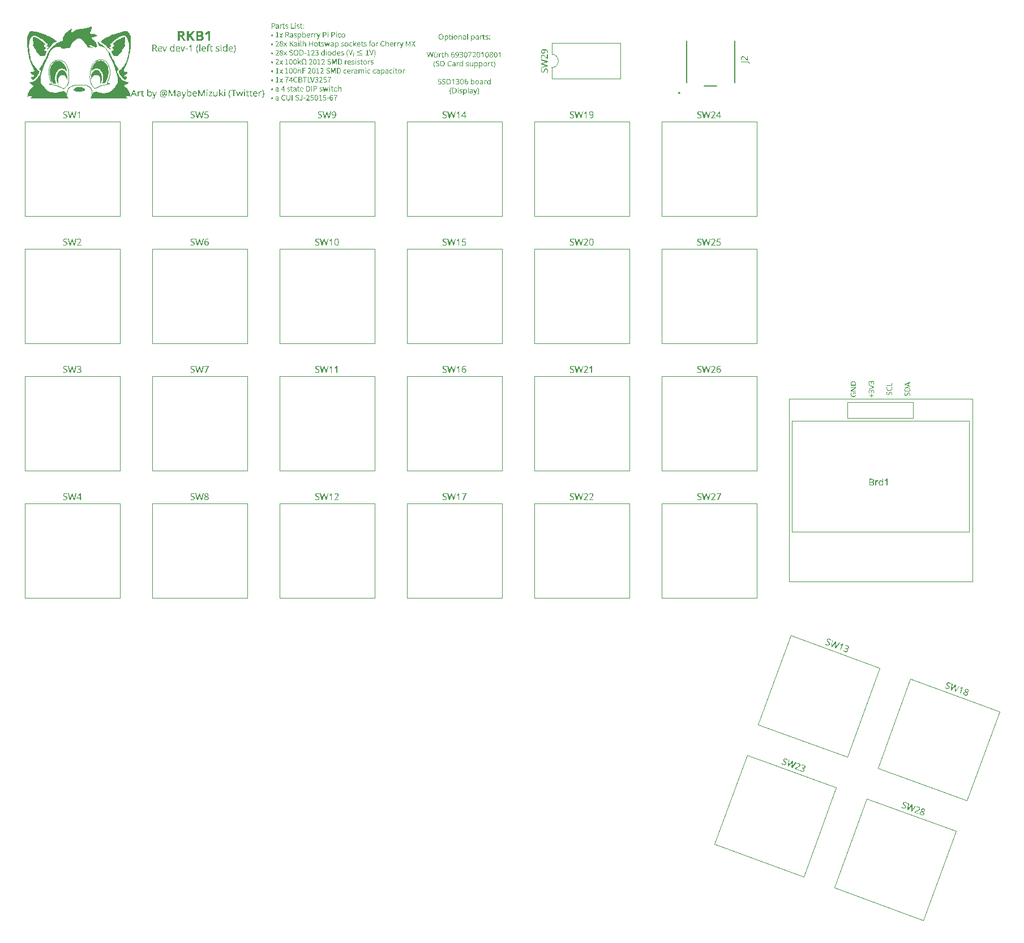
<source format=gto>
%TF.GenerationSoftware,KiCad,Pcbnew,6.99.0-dfdedfa605*%
%TF.CreationDate,2022-05-26T14:32:38+01:00*%
%TF.ProjectId,keyboard-left,6b657962-6f61-4726-942d-6c6566742e6b,dev-1*%
%TF.SameCoordinates,Original*%
%TF.FileFunction,Legend,Top*%
%TF.FilePolarity,Positive*%
%FSLAX46Y46*%
G04 Gerber Fmt 4.6, Leading zero omitted, Abs format (unit mm)*
G04 Created by KiCad (PCBNEW 6.99.0-dfdedfa605) date 2022-05-26 14:32:38*
%MOMM*%
%LPD*%
G01*
G04 APERTURE LIST*
%ADD10C,0.150000*%
%ADD11C,0.300000*%
%ADD12C,0.120000*%
%ADD13C,0.127000*%
%ADD14C,0.200000*%
G04 APERTURE END LIST*
D10*
G36*
X92548013Y-30447359D02*
G01*
X92562538Y-30447959D01*
X92576766Y-30448959D01*
X92590696Y-30450359D01*
X92604329Y-30452159D01*
X92617664Y-30454358D01*
X92630701Y-30456958D01*
X92643441Y-30459958D01*
X92655883Y-30463357D01*
X92668027Y-30467157D01*
X92679873Y-30471356D01*
X92691422Y-30475956D01*
X92702673Y-30480955D01*
X92713627Y-30486354D01*
X92724283Y-30492153D01*
X92734641Y-30498353D01*
X92744719Y-30504890D01*
X92754486Y-30511752D01*
X92763941Y-30518940D01*
X92773085Y-30526453D01*
X92781917Y-30534291D01*
X92790438Y-30542454D01*
X92798648Y-30550942D01*
X92806546Y-30559755D01*
X92814133Y-30568894D01*
X92821408Y-30578357D01*
X92828372Y-30588146D01*
X92835025Y-30598260D01*
X92841366Y-30608699D01*
X92847396Y-30619463D01*
X92853114Y-30630553D01*
X92858521Y-30641967D01*
X92863608Y-30653670D01*
X92868367Y-30665622D01*
X92872798Y-30677825D01*
X92876900Y-30690279D01*
X92880675Y-30702982D01*
X92884121Y-30715936D01*
X92887239Y-30729141D01*
X92890028Y-30742595D01*
X92892490Y-30756301D01*
X92894623Y-30770256D01*
X92896428Y-30784462D01*
X92897905Y-30798918D01*
X92899054Y-30813624D01*
X92899874Y-30828581D01*
X92900367Y-30843788D01*
X92900531Y-30859246D01*
X92900367Y-30874703D01*
X92899874Y-30889911D01*
X92899054Y-30904867D01*
X92897905Y-30919574D01*
X92896428Y-30934030D01*
X92894623Y-30948236D01*
X92892490Y-30962191D01*
X92890028Y-30975896D01*
X92887239Y-30989351D01*
X92884121Y-31002555D01*
X92880675Y-31015509D01*
X92876900Y-31028213D01*
X92872798Y-31040666D01*
X92868367Y-31052869D01*
X92863608Y-31064822D01*
X92858521Y-31076524D01*
X92853114Y-31087942D01*
X92847396Y-31099040D01*
X92841366Y-31109820D01*
X92835025Y-31120280D01*
X92828372Y-31130422D01*
X92821408Y-31140244D01*
X92814133Y-31149748D01*
X92806546Y-31158932D01*
X92798648Y-31167797D01*
X92790438Y-31176343D01*
X92781917Y-31184570D01*
X92773085Y-31192479D01*
X92763941Y-31200068D01*
X92754486Y-31207338D01*
X92744719Y-31214289D01*
X92734641Y-31220921D01*
X92724278Y-31227167D01*
X92713609Y-31233011D01*
X92702632Y-31238451D01*
X92691349Y-31243489D01*
X92679759Y-31248123D01*
X92667862Y-31252355D01*
X92655658Y-31256183D01*
X92643148Y-31259609D01*
X92630330Y-31262631D01*
X92617206Y-31265251D01*
X92603775Y-31267467D01*
X92590037Y-31269281D01*
X92575992Y-31270691D01*
X92561641Y-31271699D01*
X92546982Y-31272303D01*
X92532017Y-31272505D01*
X92516647Y-31272303D01*
X92501603Y-31271699D01*
X92486886Y-31270691D01*
X92472495Y-31269281D01*
X92458431Y-31267467D01*
X92444694Y-31265251D01*
X92431284Y-31262631D01*
X92418200Y-31259609D01*
X92405443Y-31256183D01*
X92393012Y-31252355D01*
X92380909Y-31248123D01*
X92369132Y-31243489D01*
X92357681Y-31238451D01*
X92346557Y-31233011D01*
X92335760Y-31227167D01*
X92325290Y-31220921D01*
X92315171Y-31214286D01*
X92305381Y-31207329D01*
X92295919Y-31200047D01*
X92286785Y-31192442D01*
X92277979Y-31184513D01*
X92269502Y-31176261D01*
X92261352Y-31167685D01*
X92253531Y-31158785D01*
X92246038Y-31149562D01*
X92238874Y-31140015D01*
X92232037Y-31130145D01*
X92225529Y-31119951D01*
X92219349Y-31109433D01*
X92213497Y-31098592D01*
X92207973Y-31087427D01*
X92202778Y-31075938D01*
X92197904Y-31064165D01*
X92193344Y-31052146D01*
X92189099Y-31039881D01*
X92185168Y-31027370D01*
X92181551Y-31014614D01*
X92178250Y-31001612D01*
X92175262Y-30988364D01*
X92172589Y-30974870D01*
X92170231Y-30961131D01*
X92168187Y-30947146D01*
X92166457Y-30932915D01*
X92165042Y-30918438D01*
X92163942Y-30903716D01*
X92163155Y-30888747D01*
X92162684Y-30873533D01*
X92162532Y-30858660D01*
X92268821Y-30858660D01*
X92268883Y-30868255D01*
X92269071Y-30877723D01*
X92269383Y-30887062D01*
X92269819Y-30896273D01*
X92270381Y-30905356D01*
X92271067Y-30914310D01*
X92271878Y-30923137D01*
X92272814Y-30931835D01*
X92273875Y-30940405D01*
X92275061Y-30948846D01*
X92276371Y-30957160D01*
X92277806Y-30965345D01*
X92279366Y-30973402D01*
X92281051Y-30981331D01*
X92282860Y-30989131D01*
X92284794Y-30996803D01*
X92286854Y-31004347D01*
X92291346Y-31019051D01*
X92296338Y-31033241D01*
X92301829Y-31046919D01*
X92307819Y-31060084D01*
X92314308Y-31072735D01*
X92321296Y-31084874D01*
X92328784Y-31096500D01*
X92332715Y-31102121D01*
X92340981Y-31112863D01*
X92349806Y-31122912D01*
X92359189Y-31132268D01*
X92369132Y-31140931D01*
X92379632Y-31148901D01*
X92390692Y-31156178D01*
X92402310Y-31162762D01*
X92414487Y-31168653D01*
X92427223Y-31173850D01*
X92440518Y-31178355D01*
X92454371Y-31182167D01*
X92468783Y-31185286D01*
X92483753Y-31187711D01*
X92499282Y-31189444D01*
X92507257Y-31190050D01*
X92515370Y-31190483D01*
X92523624Y-31190743D01*
X92532017Y-31190830D01*
X92540493Y-31190743D01*
X92548824Y-31190483D01*
X92557010Y-31190050D01*
X92565051Y-31189444D01*
X92572947Y-31188664D01*
X92588304Y-31186585D01*
X92603080Y-31183813D01*
X92617277Y-31180348D01*
X92630893Y-31176189D01*
X92643930Y-31171338D01*
X92656386Y-31165794D01*
X92668263Y-31159557D01*
X92679559Y-31152626D01*
X92690275Y-31145003D01*
X92700411Y-31136686D01*
X92709967Y-31127677D01*
X92718943Y-31117974D01*
X92727339Y-31107579D01*
X92731319Y-31102121D01*
X92738914Y-31090751D01*
X92746020Y-31078869D01*
X92752635Y-31066474D01*
X92758760Y-31053565D01*
X92764395Y-31040144D01*
X92769540Y-31026210D01*
X92774195Y-31011763D01*
X92778360Y-30996803D01*
X92780259Y-30989131D01*
X92782036Y-30981331D01*
X92783689Y-30973402D01*
X92785221Y-30965345D01*
X92786629Y-30957160D01*
X92787916Y-30948846D01*
X92789079Y-30940405D01*
X92790121Y-30931835D01*
X92791039Y-30923137D01*
X92791836Y-30914310D01*
X92792510Y-30905356D01*
X92793061Y-30896273D01*
X92793490Y-30887062D01*
X92793796Y-30877723D01*
X92793980Y-30868255D01*
X92794041Y-30858660D01*
X92793980Y-30849065D01*
X92793796Y-30839602D01*
X92793490Y-30830269D01*
X92793061Y-30821068D01*
X92792510Y-30811997D01*
X92791836Y-30803057D01*
X92791039Y-30794248D01*
X92790121Y-30785570D01*
X92789079Y-30777023D01*
X92787916Y-30768607D01*
X92786629Y-30760321D01*
X92785221Y-30752167D01*
X92783689Y-30744143D01*
X92782036Y-30736250D01*
X92780259Y-30728489D01*
X92778360Y-30720858D01*
X92774195Y-30705989D01*
X92769540Y-30691643D01*
X92764395Y-30677821D01*
X92758760Y-30664523D01*
X92752635Y-30651749D01*
X92746020Y-30639497D01*
X92738914Y-30627770D01*
X92731319Y-30616566D01*
X92723218Y-30605942D01*
X92714546Y-30596004D01*
X92705303Y-30586751D01*
X92695489Y-30578183D01*
X92685104Y-30570301D01*
X92674148Y-30563104D01*
X92662621Y-30556593D01*
X92650524Y-30550767D01*
X92637855Y-30545627D01*
X92624616Y-30541171D01*
X92610805Y-30537402D01*
X92596424Y-30534317D01*
X92581472Y-30531918D01*
X92565949Y-30530205D01*
X92557973Y-30529605D01*
X92549854Y-30529177D01*
X92541593Y-30528920D01*
X92533189Y-30528834D01*
X92524784Y-30528920D01*
X92516517Y-30529177D01*
X92508389Y-30529605D01*
X92500400Y-30530205D01*
X92492550Y-30530976D01*
X92477266Y-30533032D01*
X92462538Y-30535774D01*
X92448366Y-30539201D01*
X92434750Y-30543313D01*
X92421689Y-30548111D01*
X92409184Y-30553594D01*
X92397234Y-30559763D01*
X92385840Y-30566617D01*
X92375002Y-30574157D01*
X92364719Y-30582381D01*
X92354992Y-30591292D01*
X92345821Y-30600887D01*
X92337205Y-30611169D01*
X92333106Y-30616566D01*
X92325321Y-30627770D01*
X92318039Y-30639497D01*
X92311259Y-30651749D01*
X92304981Y-30664523D01*
X92299206Y-30677821D01*
X92293932Y-30691643D01*
X92289161Y-30705989D01*
X92284892Y-30720858D01*
X92282946Y-30728489D01*
X92281125Y-30736250D01*
X92279430Y-30744143D01*
X92277861Y-30752167D01*
X92276417Y-30760321D01*
X92275099Y-30768607D01*
X92273906Y-30777023D01*
X92272839Y-30785570D01*
X92271897Y-30794248D01*
X92271081Y-30803057D01*
X92270390Y-30811997D01*
X92269825Y-30821068D01*
X92269386Y-30830269D01*
X92269072Y-30839602D01*
X92268884Y-30849065D01*
X92268821Y-30858660D01*
X92162532Y-30858660D01*
X92162526Y-30858073D01*
X92162684Y-30842760D01*
X92163155Y-30827693D01*
X92163942Y-30812871D01*
X92165042Y-30798295D01*
X92166457Y-30783965D01*
X92168187Y-30769880D01*
X92170231Y-30756042D01*
X92172589Y-30742449D01*
X92175262Y-30729102D01*
X92178250Y-30716000D01*
X92181551Y-30703145D01*
X92185168Y-30690535D01*
X92189099Y-30678171D01*
X92193344Y-30666053D01*
X92197904Y-30654180D01*
X92202778Y-30642554D01*
X92207973Y-30631208D01*
X92213497Y-30620178D01*
X92219349Y-30609464D01*
X92225529Y-30599066D01*
X92232037Y-30588984D01*
X92238874Y-30579218D01*
X92246038Y-30569768D01*
X92253531Y-30560635D01*
X92261352Y-30551817D01*
X92269502Y-30543315D01*
X92277979Y-30535129D01*
X92286785Y-30527259D01*
X92295919Y-30519705D01*
X92305381Y-30512467D01*
X92315171Y-30505545D01*
X92325290Y-30498939D01*
X92335765Y-30492669D01*
X92346576Y-30486803D01*
X92357722Y-30481342D01*
X92369205Y-30476285D01*
X92381023Y-30471633D01*
X92393177Y-30467386D01*
X92405667Y-30463543D01*
X92418493Y-30460104D01*
X92431655Y-30457070D01*
X92445152Y-30454441D01*
X92458985Y-30452216D01*
X92473155Y-30450396D01*
X92487660Y-30448980D01*
X92502500Y-30447968D01*
X92517677Y-30447362D01*
X92533189Y-30447159D01*
X92548013Y-30447359D01*
G37*
G36*
X93363227Y-30647546D02*
G01*
X93376572Y-30648455D01*
X93389581Y-30649970D01*
X93402254Y-30652091D01*
X93414592Y-30654818D01*
X93426593Y-30658152D01*
X93438259Y-30662091D01*
X93449589Y-30666636D01*
X93460583Y-30671787D01*
X93471241Y-30677544D01*
X93481563Y-30683908D01*
X93491550Y-30690877D01*
X93501200Y-30698452D01*
X93510515Y-30706634D01*
X93519494Y-30715421D01*
X93528137Y-30724815D01*
X93536347Y-30734819D01*
X93544028Y-30745438D01*
X93551179Y-30756672D01*
X93557800Y-30768522D01*
X93563892Y-30780987D01*
X93569454Y-30794067D01*
X93574486Y-30807762D01*
X93578988Y-30822072D01*
X93582961Y-30836998D01*
X93584749Y-30844691D01*
X93586404Y-30852538D01*
X93587927Y-30860539D01*
X93589318Y-30868694D01*
X93590576Y-30877003D01*
X93591701Y-30885465D01*
X93592694Y-30894082D01*
X93593555Y-30902852D01*
X93594284Y-30911775D01*
X93594880Y-30920853D01*
X93595343Y-30930084D01*
X93595674Y-30939470D01*
X93595873Y-30949009D01*
X93595939Y-30958702D01*
X93595873Y-30968264D01*
X93595674Y-30977682D01*
X93595343Y-30986955D01*
X93594880Y-30996083D01*
X93594284Y-31005066D01*
X93593555Y-31013903D01*
X93592694Y-31022596D01*
X93591701Y-31031144D01*
X93590576Y-31039547D01*
X93589318Y-31047804D01*
X93587927Y-31055917D01*
X93586404Y-31063885D01*
X93584749Y-31071707D01*
X93582961Y-31079385D01*
X93578988Y-31094305D01*
X93574486Y-31108645D01*
X93569454Y-31122405D01*
X93563892Y-31135585D01*
X93557800Y-31148185D01*
X93551179Y-31160205D01*
X93544028Y-31171645D01*
X93536347Y-31182504D01*
X93528137Y-31192784D01*
X93519489Y-31202438D01*
X93510497Y-31211468D01*
X93501159Y-31219877D01*
X93491476Y-31227662D01*
X93481449Y-31234824D01*
X93471076Y-31241364D01*
X93460358Y-31247281D01*
X93449296Y-31252575D01*
X93437888Y-31257246D01*
X93426135Y-31261294D01*
X93414038Y-31264719D01*
X93401595Y-31267522D01*
X93388807Y-31269702D01*
X93375675Y-31271259D01*
X93362197Y-31272193D01*
X93348374Y-31272505D01*
X93339797Y-31272402D01*
X93331406Y-31272096D01*
X93323201Y-31271584D01*
X93315182Y-31270868D01*
X93307349Y-31269948D01*
X93295950Y-31268184D01*
X93284969Y-31265959D01*
X93274407Y-31263274D01*
X93264265Y-31260129D01*
X93254541Y-31256524D01*
X93245237Y-31252459D01*
X93236351Y-31247933D01*
X93233483Y-31246322D01*
X93225156Y-31241302D01*
X93217177Y-31236135D01*
X93209545Y-31230820D01*
X93202259Y-31225357D01*
X93195321Y-31219746D01*
X93188729Y-31213988D01*
X93182484Y-31208082D01*
X93176586Y-31202028D01*
X93171035Y-31195827D01*
X93165831Y-31189478D01*
X93162554Y-31185163D01*
X93155716Y-31185163D01*
X93156732Y-31194113D01*
X93157588Y-31202557D01*
X93158431Y-31211717D01*
X93159123Y-31219895D01*
X93159805Y-31228569D01*
X93160210Y-31234012D01*
X93160885Y-31243041D01*
X93161446Y-31251689D01*
X93161893Y-31259955D01*
X93162225Y-31267840D01*
X93162472Y-31276797D01*
X93162554Y-31285205D01*
X93162554Y-31535115D01*
X93063880Y-31535115D01*
X93063880Y-30958115D01*
X93162554Y-30958115D01*
X93162696Y-30971909D01*
X93163122Y-30985300D01*
X93163832Y-30998287D01*
X93164826Y-31010872D01*
X93166104Y-31023053D01*
X93167665Y-31034832D01*
X93169511Y-31046208D01*
X93171640Y-31057180D01*
X93174054Y-31067750D01*
X93176751Y-31077916D01*
X93179732Y-31087680D01*
X93182998Y-31097041D01*
X93186547Y-31105998D01*
X93190380Y-31114553D01*
X93194497Y-31122704D01*
X93198898Y-31130453D01*
X93203684Y-31137764D01*
X93208957Y-31144604D01*
X93214718Y-31150972D01*
X93220965Y-31156868D01*
X93227699Y-31162292D01*
X93234921Y-31167245D01*
X93242629Y-31171726D01*
X93250824Y-31175736D01*
X93259506Y-31179273D01*
X93268675Y-31182339D01*
X93278331Y-31184934D01*
X93288474Y-31187056D01*
X93299104Y-31188707D01*
X93310221Y-31189887D01*
X93321824Y-31190594D01*
X93333915Y-31190830D01*
X93344003Y-31190562D01*
X93353752Y-31189758D01*
X93363160Y-31188419D01*
X93372228Y-31186543D01*
X93380956Y-31184132D01*
X93389344Y-31181185D01*
X93397392Y-31177703D01*
X93405100Y-31173684D01*
X93412468Y-31169130D01*
X93419496Y-31164040D01*
X93423992Y-31160348D01*
X93430463Y-31154439D01*
X93436615Y-31148142D01*
X93442448Y-31141456D01*
X93447961Y-31134382D01*
X93453155Y-31126921D01*
X93458029Y-31119071D01*
X93462584Y-31110833D01*
X93466820Y-31102206D01*
X93470736Y-31093192D01*
X93474333Y-31083790D01*
X93476553Y-31077306D01*
X93479661Y-31067318D01*
X93482463Y-31057067D01*
X93484959Y-31046550D01*
X93487150Y-31035769D01*
X93489035Y-31024724D01*
X93490615Y-31013414D01*
X93491888Y-31001840D01*
X93492568Y-30993977D01*
X93493111Y-30985996D01*
X93493519Y-30977898D01*
X93493790Y-30969682D01*
X93493926Y-30961349D01*
X93493943Y-30957138D01*
X93493787Y-30944308D01*
X93493320Y-30931804D01*
X93492542Y-30919627D01*
X93491452Y-30907777D01*
X93490050Y-30896253D01*
X93488338Y-30885056D01*
X93486314Y-30874186D01*
X93483978Y-30863642D01*
X93481331Y-30853425D01*
X93478373Y-30843535D01*
X93475103Y-30833971D01*
X93471522Y-30824734D01*
X93467629Y-30815824D01*
X93463425Y-30807240D01*
X93458910Y-30798983D01*
X93454083Y-30791053D01*
X93448956Y-30783529D01*
X93443492Y-30776490D01*
X93437690Y-30769937D01*
X93431551Y-30763869D01*
X93425075Y-30758287D01*
X93418261Y-30753189D01*
X93411110Y-30748578D01*
X93403622Y-30744452D01*
X93395796Y-30740811D01*
X93387633Y-30737656D01*
X93379133Y-30734986D01*
X93370295Y-30732801D01*
X93361120Y-30731102D01*
X93351608Y-30729889D01*
X93341758Y-30729161D01*
X93331570Y-30728918D01*
X93320303Y-30729121D01*
X93309460Y-30729730D01*
X93299042Y-30730745D01*
X93289048Y-30732166D01*
X93279478Y-30733994D01*
X93270333Y-30736227D01*
X93261612Y-30738866D01*
X93253315Y-30741912D01*
X93245443Y-30745363D01*
X93237995Y-30749221D01*
X93230971Y-30753484D01*
X93224372Y-30758154D01*
X93218198Y-30763229D01*
X93212447Y-30768711D01*
X93207121Y-30774599D01*
X93202219Y-30780893D01*
X93197668Y-30787601D01*
X93193393Y-30794732D01*
X93189394Y-30802286D01*
X93185672Y-30810263D01*
X93182226Y-30818663D01*
X93179056Y-30827485D01*
X93176163Y-30836730D01*
X93173545Y-30846399D01*
X93171204Y-30856490D01*
X93169140Y-30867004D01*
X93167351Y-30877940D01*
X93165839Y-30889300D01*
X93164604Y-30901082D01*
X93163644Y-30913288D01*
X93162961Y-30925916D01*
X93162554Y-30938967D01*
X93162554Y-30958115D01*
X93063880Y-30958115D01*
X93063880Y-30659748D01*
X93144578Y-30659748D01*
X93158060Y-30741814D01*
X93162554Y-30741814D01*
X93167721Y-30734450D01*
X93173184Y-30727306D01*
X93178941Y-30720382D01*
X93184994Y-30713677D01*
X93191343Y-30707192D01*
X93197986Y-30700928D01*
X93204926Y-30694883D01*
X93212160Y-30689057D01*
X93219690Y-30683452D01*
X93227515Y-30678066D01*
X93232896Y-30674598D01*
X93241359Y-30669710D01*
X93250333Y-30665302D01*
X93259819Y-30661375D01*
X93269817Y-30657929D01*
X93280326Y-30654963D01*
X93291347Y-30652479D01*
X93302881Y-30650475D01*
X93310854Y-30649407D01*
X93319054Y-30648552D01*
X93327482Y-30647911D01*
X93336137Y-30647483D01*
X93345020Y-30647270D01*
X93349547Y-30647243D01*
X93363227Y-30647546D01*
G37*
G36*
X93952924Y-31190830D02*
G01*
X93961385Y-31190699D01*
X93969914Y-31190308D01*
X93978513Y-31189655D01*
X93987179Y-31188742D01*
X93995915Y-31187567D01*
X93998842Y-31187117D01*
X94007385Y-31185631D01*
X94015283Y-31184104D01*
X94023680Y-31182270D01*
X94032201Y-31180106D01*
X94036944Y-31178715D01*
X94036944Y-31254724D01*
X94029460Y-31258003D01*
X94022018Y-31260590D01*
X94013628Y-31262972D01*
X94005913Y-31264799D01*
X93997539Y-31266483D01*
X93992199Y-31267424D01*
X93983153Y-31268888D01*
X93974212Y-31270104D01*
X93965377Y-31271071D01*
X93956646Y-31271790D01*
X93948020Y-31272262D01*
X93939499Y-31272485D01*
X93936120Y-31272505D01*
X93927389Y-31272364D01*
X93918782Y-31271941D01*
X93910299Y-31271237D01*
X93901939Y-31270252D01*
X93893702Y-31268984D01*
X93885590Y-31267435D01*
X93877601Y-31265604D01*
X93869735Y-31263492D01*
X93861993Y-31261098D01*
X93854375Y-31258423D01*
X93849365Y-31256482D01*
X93842059Y-31253234D01*
X93835013Y-31249570D01*
X93828228Y-31245490D01*
X93821705Y-31240994D01*
X93815442Y-31236083D01*
X93809441Y-31230757D01*
X93803700Y-31225015D01*
X93798221Y-31218857D01*
X93793002Y-31212283D01*
X93788045Y-31205294D01*
X93784885Y-31200404D01*
X93780485Y-31192610D01*
X93776518Y-31184250D01*
X93772984Y-31175323D01*
X93769883Y-31165829D01*
X93767214Y-31155768D01*
X93764978Y-31145140D01*
X93763175Y-31133946D01*
X93762213Y-31126169D01*
X93761444Y-31118139D01*
X93760867Y-31109858D01*
X93760482Y-31101325D01*
X93760290Y-31092540D01*
X93760266Y-31088053D01*
X93760266Y-30741423D01*
X93675269Y-30741423D01*
X93675269Y-30691402D01*
X93761438Y-30651737D01*
X93800712Y-30522191D01*
X93858940Y-30522191D01*
X93858940Y-30659748D01*
X94032450Y-30659748D01*
X94032450Y-30741423D01*
X93858940Y-30741423D01*
X93858940Y-31084535D01*
X93859170Y-31094471D01*
X93859860Y-31103909D01*
X93861011Y-31112849D01*
X93862622Y-31121291D01*
X93864693Y-31129235D01*
X93867224Y-31136681D01*
X93871315Y-31145834D01*
X93876224Y-31154101D01*
X93881952Y-31161483D01*
X93885122Y-31164842D01*
X93891952Y-31170933D01*
X93899252Y-31176212D01*
X93907022Y-31180679D01*
X93915262Y-31184333D01*
X93923972Y-31187175D01*
X93933153Y-31189206D01*
X93942803Y-31190424D01*
X93952924Y-31190830D01*
G37*
G36*
X94206937Y-30434654D02*
G01*
X94215178Y-30435183D01*
X94223048Y-30436770D01*
X94230547Y-30439415D01*
X94237675Y-30443117D01*
X94244432Y-30447878D01*
X94246602Y-30449699D01*
X94252512Y-30455953D01*
X94257199Y-30463429D01*
X94260663Y-30472128D01*
X94262616Y-30480311D01*
X94263720Y-30489343D01*
X94263992Y-30497180D01*
X94263567Y-30506568D01*
X94262294Y-30515193D01*
X94260171Y-30523055D01*
X94256503Y-30531481D01*
X94251612Y-30538808D01*
X94246602Y-30544075D01*
X94239968Y-30549387D01*
X94232964Y-30553600D01*
X94225589Y-30556714D01*
X94217842Y-30558729D01*
X94209725Y-30559645D01*
X94206937Y-30559706D01*
X94197979Y-30559157D01*
X94189571Y-30557508D01*
X94181713Y-30554760D01*
X94174404Y-30550914D01*
X94167644Y-30545968D01*
X94165513Y-30544075D01*
X94159803Y-30537663D01*
X94155273Y-30530153D01*
X94151926Y-30521543D01*
X94150039Y-30513529D01*
X94148972Y-30504752D01*
X94148709Y-30497180D01*
X94148972Y-30489343D01*
X94150039Y-30480311D01*
X94151926Y-30472128D01*
X94154633Y-30464794D01*
X94158966Y-30457114D01*
X94164479Y-30450657D01*
X94165513Y-30449699D01*
X94172089Y-30444586D01*
X94179215Y-30440531D01*
X94186891Y-30437534D01*
X94195115Y-30435594D01*
X94203890Y-30434713D01*
X94206937Y-30434654D01*
G37*
G36*
X94255199Y-30659748D02*
G01*
X94255199Y-31260000D01*
X94156525Y-31260000D01*
X94156525Y-30659748D01*
X94255199Y-30659748D01*
G37*
G36*
X94700475Y-30647386D02*
G01*
X94710456Y-30647814D01*
X94720283Y-30648528D01*
X94729958Y-30649527D01*
X94739481Y-30650811D01*
X94748851Y-30652381D01*
X94758068Y-30654237D01*
X94767132Y-30656378D01*
X94776044Y-30658804D01*
X94784803Y-30661516D01*
X94793410Y-30664513D01*
X94801864Y-30667796D01*
X94810165Y-30671364D01*
X94818313Y-30675218D01*
X94826309Y-30679357D01*
X94834152Y-30683782D01*
X94841814Y-30688477D01*
X94849265Y-30693426D01*
X94856505Y-30698631D01*
X94863535Y-30704091D01*
X94870354Y-30709805D01*
X94876962Y-30715775D01*
X94883360Y-30721999D01*
X94889547Y-30728478D01*
X94895523Y-30735212D01*
X94901289Y-30742202D01*
X94906844Y-30749446D01*
X94912188Y-30756945D01*
X94917322Y-30764699D01*
X94922245Y-30772708D01*
X94926957Y-30780971D01*
X94931459Y-30789490D01*
X94935741Y-30798257D01*
X94939748Y-30807265D01*
X94943478Y-30816514D01*
X94946932Y-30826004D01*
X94950109Y-30835736D01*
X94953010Y-30845709D01*
X94955635Y-30855923D01*
X94957984Y-30866378D01*
X94960056Y-30877074D01*
X94961852Y-30888012D01*
X94963371Y-30899190D01*
X94964615Y-30910610D01*
X94965582Y-30922271D01*
X94966273Y-30934173D01*
X94966687Y-30946317D01*
X94966825Y-30958702D01*
X94966751Y-30967990D01*
X94966530Y-30977146D01*
X94966161Y-30986171D01*
X94965644Y-30995063D01*
X94964979Y-31003823D01*
X94964167Y-31012452D01*
X94963207Y-31020948D01*
X94962099Y-31029312D01*
X94960844Y-31037544D01*
X94959441Y-31045644D01*
X94957890Y-31053612D01*
X94956191Y-31061448D01*
X94954345Y-31069152D01*
X94952351Y-31076724D01*
X94947921Y-31091472D01*
X94942899Y-31105691D01*
X94937287Y-31119383D01*
X94931084Y-31132546D01*
X94924290Y-31145181D01*
X94916906Y-31157288D01*
X94908930Y-31168866D01*
X94900364Y-31179917D01*
X94891208Y-31190439D01*
X94881571Y-31200377D01*
X94871516Y-31209673D01*
X94861042Y-31218329D01*
X94850150Y-31226343D01*
X94838840Y-31233716D01*
X94827112Y-31240448D01*
X94814966Y-31246539D01*
X94802401Y-31251988D01*
X94789418Y-31256797D01*
X94776017Y-31260964D01*
X94762197Y-31264491D01*
X94747959Y-31267376D01*
X94733303Y-31269620D01*
X94718229Y-31271222D01*
X94702736Y-31272184D01*
X94694833Y-31272425D01*
X94686825Y-31272505D01*
X94676952Y-31272362D01*
X94667216Y-31271934D01*
X94657614Y-31271220D01*
X94648149Y-31270221D01*
X94638820Y-31268936D01*
X94629627Y-31267366D01*
X94620569Y-31265511D01*
X94611647Y-31263370D01*
X94602861Y-31260944D01*
X94594211Y-31258232D01*
X94585697Y-31255234D01*
X94577319Y-31251952D01*
X94569076Y-31248383D01*
X94560970Y-31244530D01*
X94552999Y-31240391D01*
X94545164Y-31235966D01*
X94537500Y-31231267D01*
X94530040Y-31226303D01*
X94522784Y-31221076D01*
X94515733Y-31215584D01*
X94508887Y-31209828D01*
X94502245Y-31203808D01*
X94495807Y-31197524D01*
X94489575Y-31190976D01*
X94483546Y-31184164D01*
X94477723Y-31177088D01*
X94472104Y-31169748D01*
X94466689Y-31162144D01*
X94461479Y-31154275D01*
X94456474Y-31146143D01*
X94451673Y-31137746D01*
X94447076Y-31129085D01*
X94442746Y-31120177D01*
X94438696Y-31111036D01*
X94434925Y-31101663D01*
X94431433Y-31092058D01*
X94428220Y-31082221D01*
X94425287Y-31072152D01*
X94422633Y-31061851D01*
X94420259Y-31051318D01*
X94418163Y-31040553D01*
X94416348Y-31029556D01*
X94414811Y-31018327D01*
X94413554Y-31006866D01*
X94412576Y-30995173D01*
X94411878Y-30983248D01*
X94411459Y-30971091D01*
X94411319Y-30958702D01*
X94411324Y-30958115D01*
X94513315Y-30958115D01*
X94513479Y-30971350D01*
X94513971Y-30984237D01*
X94514792Y-30996776D01*
X94515941Y-31008967D01*
X94517418Y-31020809D01*
X94519223Y-31032304D01*
X94521356Y-31043451D01*
X94523817Y-31054249D01*
X94526607Y-31064700D01*
X94529725Y-31074802D01*
X94533171Y-31084557D01*
X94536946Y-31093963D01*
X94541048Y-31103022D01*
X94545479Y-31111732D01*
X94550238Y-31120094D01*
X94555325Y-31128108D01*
X94560771Y-31135704D01*
X94566606Y-31142809D01*
X94572830Y-31149424D01*
X94579444Y-31155549D01*
X94586447Y-31161184D01*
X94593839Y-31166329D01*
X94601620Y-31170984D01*
X94609791Y-31175150D01*
X94618351Y-31178825D01*
X94627300Y-31182010D01*
X94636639Y-31184705D01*
X94646366Y-31186910D01*
X94656483Y-31188625D01*
X94666990Y-31189850D01*
X94677885Y-31190585D01*
X94689170Y-31190830D01*
X94700315Y-31190585D01*
X94711085Y-31189850D01*
X94721479Y-31188625D01*
X94731497Y-31186910D01*
X94741140Y-31184705D01*
X94750408Y-31182010D01*
X94759300Y-31178825D01*
X94767816Y-31175150D01*
X94775957Y-31170984D01*
X94783722Y-31166329D01*
X94791112Y-31161184D01*
X94798127Y-31155549D01*
X94804765Y-31149424D01*
X94811029Y-31142809D01*
X94816917Y-31135704D01*
X94822429Y-31128108D01*
X94827587Y-31120094D01*
X94832412Y-31111732D01*
X94836905Y-31103022D01*
X94841065Y-31093963D01*
X94844892Y-31084557D01*
X94848386Y-31074802D01*
X94851547Y-31064700D01*
X94854376Y-31054249D01*
X94856872Y-31043451D01*
X94859035Y-31032304D01*
X94860865Y-31020809D01*
X94862363Y-31008967D01*
X94863527Y-30996776D01*
X94864359Y-30984237D01*
X94864858Y-30971350D01*
X94865025Y-30958115D01*
X94864858Y-30944887D01*
X94864359Y-30932021D01*
X94863527Y-30919517D01*
X94862363Y-30907374D01*
X94860865Y-30895593D01*
X94859035Y-30884174D01*
X94856872Y-30873117D01*
X94854376Y-30862421D01*
X94851547Y-30852087D01*
X94848386Y-30842115D01*
X94844892Y-30832505D01*
X94841065Y-30823257D01*
X94836905Y-30814370D01*
X94832412Y-30805845D01*
X94827587Y-30797682D01*
X94822429Y-30789881D01*
X94816912Y-30782499D01*
X94811010Y-30775593D01*
X94804724Y-30769163D01*
X94798053Y-30763210D01*
X94790998Y-30757732D01*
X94783558Y-30752732D01*
X94775733Y-30748207D01*
X94767523Y-30744159D01*
X94758929Y-30740587D01*
X94749950Y-30737491D01*
X94740586Y-30734871D01*
X94730838Y-30732728D01*
X94720705Y-30731061D01*
X94710187Y-30729870D01*
X94699285Y-30729156D01*
X94687998Y-30728918D01*
X94676715Y-30729156D01*
X94665826Y-30729870D01*
X94655332Y-30731061D01*
X94645231Y-30732728D01*
X94635523Y-30734871D01*
X94626210Y-30737491D01*
X94617291Y-30740587D01*
X94608765Y-30744159D01*
X94600633Y-30748207D01*
X94592895Y-30752732D01*
X94585551Y-30757732D01*
X94578601Y-30763210D01*
X94572045Y-30769163D01*
X94565882Y-30775593D01*
X94560114Y-30782499D01*
X94554739Y-30789881D01*
X94549723Y-30797682D01*
X94545030Y-30805845D01*
X94540661Y-30814370D01*
X94536616Y-30823257D01*
X94532894Y-30832505D01*
X94529496Y-30842115D01*
X94526422Y-30852087D01*
X94523671Y-30862421D01*
X94521244Y-30873117D01*
X94519140Y-30884174D01*
X94517360Y-30895593D01*
X94515904Y-30907374D01*
X94514771Y-30919517D01*
X94513962Y-30932021D01*
X94513477Y-30944887D01*
X94513315Y-30958115D01*
X94411324Y-30958115D01*
X94411393Y-30949426D01*
X94411612Y-30940285D01*
X94411979Y-30931277D01*
X94412492Y-30922404D01*
X94413151Y-30913664D01*
X94413957Y-30905059D01*
X94414910Y-30896587D01*
X94416009Y-30888250D01*
X94417254Y-30880046D01*
X94418647Y-30871976D01*
X94420185Y-30864040D01*
X94421871Y-30856239D01*
X94423702Y-30848571D01*
X94427806Y-30833637D01*
X94432495Y-30819239D01*
X94437771Y-30805376D01*
X94443633Y-30792050D01*
X94450081Y-30779259D01*
X94457115Y-30767004D01*
X94464735Y-30755285D01*
X94472942Y-30744102D01*
X94481734Y-30733454D01*
X94486351Y-30728332D01*
X94495940Y-30718512D01*
X94505951Y-30709327D01*
X94516383Y-30700774D01*
X94527237Y-30692855D01*
X94538512Y-30685570D01*
X94550208Y-30678918D01*
X94562325Y-30672900D01*
X94574864Y-30667515D01*
X94587824Y-30662764D01*
X94601206Y-30658646D01*
X94615009Y-30655162D01*
X94629233Y-30652311D01*
X94643878Y-30650094D01*
X94658945Y-30648510D01*
X94674433Y-30647560D01*
X94682335Y-30647322D01*
X94690342Y-30647243D01*
X94700475Y-30647386D01*
G37*
G36*
X95411543Y-30647243D02*
G01*
X95424771Y-30647447D01*
X95437588Y-30648058D01*
X95449995Y-30649077D01*
X95461991Y-30650504D01*
X95473576Y-30652338D01*
X95484751Y-30654579D01*
X95495516Y-30657229D01*
X95505869Y-30660286D01*
X95515812Y-30663750D01*
X95525344Y-30667622D01*
X95534466Y-30671902D01*
X95543177Y-30676589D01*
X95551478Y-30681684D01*
X95559367Y-30687186D01*
X95566847Y-30693096D01*
X95573915Y-30699413D01*
X95580564Y-30706186D01*
X95586784Y-30713463D01*
X95592575Y-30721244D01*
X95597936Y-30729528D01*
X95602869Y-30738317D01*
X95607373Y-30747609D01*
X95611448Y-30757404D01*
X95615095Y-30767704D01*
X95618312Y-30778507D01*
X95621100Y-30789814D01*
X95623459Y-30801624D01*
X95625389Y-30813939D01*
X95626891Y-30826757D01*
X95627963Y-30840079D01*
X95628607Y-30853905D01*
X95628821Y-30868234D01*
X95628821Y-31260000D01*
X95531319Y-31260000D01*
X95531319Y-30874096D01*
X95531188Y-30865164D01*
X95530795Y-30856516D01*
X95530139Y-30848151D01*
X95529222Y-30840070D01*
X95528042Y-30832272D01*
X95524896Y-30817527D01*
X95520701Y-30803917D01*
X95515457Y-30791441D01*
X95509165Y-30780099D01*
X95501824Y-30769891D01*
X95493434Y-30760817D01*
X95483996Y-30752878D01*
X95473509Y-30746073D01*
X95461973Y-30740402D01*
X95449388Y-30735865D01*
X95435755Y-30732462D01*
X95421073Y-30730194D01*
X95405342Y-30729060D01*
X95397083Y-30728918D01*
X95384844Y-30729138D01*
X95373087Y-30729797D01*
X95361812Y-30730896D01*
X95351019Y-30732435D01*
X95340709Y-30734413D01*
X95330881Y-30736831D01*
X95321536Y-30739689D01*
X95312673Y-30742986D01*
X95304292Y-30746723D01*
X95296394Y-30750900D01*
X95288978Y-30755516D01*
X95282045Y-30760572D01*
X95275594Y-30766067D01*
X95269625Y-30772002D01*
X95264139Y-30778377D01*
X95259135Y-30785191D01*
X95254545Y-30792419D01*
X95250251Y-30800032D01*
X95246253Y-30808032D01*
X95242551Y-30816418D01*
X95239145Y-30825190D01*
X95236036Y-30834348D01*
X95233222Y-30843893D01*
X95230705Y-30853824D01*
X95228484Y-30864141D01*
X95226559Y-30874844D01*
X95224930Y-30885933D01*
X95223598Y-30897409D01*
X95222561Y-30909271D01*
X95221821Y-30921519D01*
X95221377Y-30934153D01*
X95221229Y-30947173D01*
X95221229Y-31260000D01*
X95122554Y-31260000D01*
X95122554Y-30659748D01*
X95202080Y-30659748D01*
X95216734Y-30740446D01*
X95222205Y-30740446D01*
X95227862Y-30731828D01*
X95233913Y-30723632D01*
X95240359Y-30715859D01*
X95247201Y-30708508D01*
X95254437Y-30701580D01*
X95262068Y-30695074D01*
X95270094Y-30688991D01*
X95278516Y-30683330D01*
X95287332Y-30678091D01*
X95296543Y-30673276D01*
X95302903Y-30670300D01*
X95312623Y-30666179D01*
X95322440Y-30662464D01*
X95332352Y-30659154D01*
X95342361Y-30656250D01*
X95352466Y-30653750D01*
X95362667Y-30651656D01*
X95372964Y-30649967D01*
X95383357Y-30648684D01*
X95393846Y-30647806D01*
X95404432Y-30647333D01*
X95411543Y-30647243D01*
G37*
G36*
X96055192Y-30647432D02*
G01*
X96068247Y-30648000D01*
X96080856Y-30648947D01*
X96093017Y-30650272D01*
X96104730Y-30651975D01*
X96115997Y-30654057D01*
X96126816Y-30656518D01*
X96137188Y-30659357D01*
X96147113Y-30662575D01*
X96156590Y-30666172D01*
X96165620Y-30670147D01*
X96174203Y-30674501D01*
X96182339Y-30679233D01*
X96190027Y-30684344D01*
X96197268Y-30689833D01*
X96204062Y-30695701D01*
X96210427Y-30701958D01*
X96216381Y-30708664D01*
X96221924Y-30715819D01*
X96227057Y-30723422D01*
X96231779Y-30731475D01*
X96236091Y-30739976D01*
X96239992Y-30748926D01*
X96243483Y-30758325D01*
X96246562Y-30768172D01*
X96249231Y-30778469D01*
X96251490Y-30789214D01*
X96253338Y-30800408D01*
X96254775Y-30812050D01*
X96255802Y-30824142D01*
X96256417Y-30836682D01*
X96256623Y-30849672D01*
X96256623Y-31260000D01*
X96185108Y-31260000D01*
X96165960Y-31174221D01*
X96161466Y-31174221D01*
X96156565Y-31180396D01*
X96149153Y-31189275D01*
X96141670Y-31197693D01*
X96134114Y-31205651D01*
X96126486Y-31213149D01*
X96118786Y-31220187D01*
X96111014Y-31226764D01*
X96103170Y-31232881D01*
X96095254Y-31238538D01*
X96087265Y-31243735D01*
X96079205Y-31248471D01*
X96070818Y-31252766D01*
X96061851Y-31256639D01*
X96052303Y-31260089D01*
X96042175Y-31263117D01*
X96031466Y-31265722D01*
X96020177Y-31267905D01*
X96012328Y-31269125D01*
X96004221Y-31270158D01*
X95995857Y-31271003D01*
X95987234Y-31271660D01*
X95978354Y-31272129D01*
X95969215Y-31272411D01*
X95959819Y-31272505D01*
X95949719Y-31272338D01*
X95939837Y-31271836D01*
X95930173Y-31271000D01*
X95920728Y-31269830D01*
X95911501Y-31268326D01*
X95902492Y-31266487D01*
X95893702Y-31264314D01*
X95885129Y-31261807D01*
X95876776Y-31258965D01*
X95868640Y-31255789D01*
X95860723Y-31252279D01*
X95853024Y-31248435D01*
X95845543Y-31244256D01*
X95838281Y-31239743D01*
X95831236Y-31234895D01*
X95824411Y-31229713D01*
X95817904Y-31224175D01*
X95811817Y-31218258D01*
X95806150Y-31211963D01*
X95800902Y-31205289D01*
X95796075Y-31198237D01*
X95791667Y-31190806D01*
X95787679Y-31182996D01*
X95784111Y-31174808D01*
X95780962Y-31166241D01*
X95778233Y-31157295D01*
X95775925Y-31147971D01*
X95774036Y-31138269D01*
X95772566Y-31128188D01*
X95771517Y-31117728D01*
X95770887Y-31106890D01*
X95770677Y-31095673D01*
X95770746Y-31092937D01*
X95872478Y-31092937D01*
X95872749Y-31102189D01*
X95873563Y-31110967D01*
X95874920Y-31119271D01*
X95876819Y-31127101D01*
X95880196Y-31136803D01*
X95884537Y-31145663D01*
X95889843Y-31153681D01*
X95896114Y-31160855D01*
X95903350Y-31167187D01*
X95911337Y-31172728D01*
X95919861Y-31177531D01*
X95928922Y-31181594D01*
X95938521Y-31184919D01*
X95948657Y-31187505D01*
X95956612Y-31188960D01*
X95964869Y-31189999D01*
X95973428Y-31190622D01*
X95982289Y-31190830D01*
X95991714Y-31190671D01*
X96000937Y-31190195D01*
X96009959Y-31189401D01*
X96018779Y-31188290D01*
X96027398Y-31186861D01*
X96035815Y-31185115D01*
X96044031Y-31183051D01*
X96052045Y-31180669D01*
X96059858Y-31177971D01*
X96067469Y-31174954D01*
X96074879Y-31171620D01*
X96082087Y-31167969D01*
X96089094Y-31164000D01*
X96095899Y-31159713D01*
X96102503Y-31155109D01*
X96108905Y-31150188D01*
X96115009Y-31144912D01*
X96120720Y-31139292D01*
X96126037Y-31133328D01*
X96130960Y-31127021D01*
X96135489Y-31120371D01*
X96139624Y-31113377D01*
X96143366Y-31106040D01*
X96146714Y-31098360D01*
X96149667Y-31090335D01*
X96152227Y-31081968D01*
X96154393Y-31073257D01*
X96156166Y-31064202D01*
X96157544Y-31054804D01*
X96158529Y-31045063D01*
X96159120Y-31034978D01*
X96159316Y-31024549D01*
X96159316Y-30972379D01*
X96070803Y-30972379D01*
X96057076Y-30972503D01*
X96043887Y-30972874D01*
X96031235Y-30973492D01*
X96019121Y-30974357D01*
X96007544Y-30975470D01*
X95996504Y-30976830D01*
X95986002Y-30978438D01*
X95976037Y-30980293D01*
X95966609Y-30982395D01*
X95957718Y-30984744D01*
X95949365Y-30987341D01*
X95941550Y-30990184D01*
X95934271Y-30993276D01*
X95924361Y-30998376D01*
X95915660Y-31004033D01*
X95907943Y-31010160D01*
X95900985Y-31016744D01*
X95894786Y-31023784D01*
X95889346Y-31031281D01*
X95884665Y-31039235D01*
X95880743Y-31047646D01*
X95877580Y-31056514D01*
X95875177Y-31065839D01*
X95873532Y-31075620D01*
X95872646Y-31085858D01*
X95872478Y-31092937D01*
X95770746Y-31092937D01*
X95770953Y-31084695D01*
X95771779Y-31074036D01*
X95773157Y-31063696D01*
X95775086Y-31053675D01*
X95777566Y-31043974D01*
X95780597Y-31034591D01*
X95784179Y-31025527D01*
X95788312Y-31016782D01*
X95792996Y-31008357D01*
X95798231Y-31000250D01*
X95804017Y-30992463D01*
X95810354Y-30984994D01*
X95817243Y-30977845D01*
X95824682Y-30971014D01*
X95832673Y-30964503D01*
X95841215Y-30958311D01*
X95850329Y-30952443D01*
X95860040Y-30946953D01*
X95870345Y-30941843D01*
X95881246Y-30937110D01*
X95892742Y-30932757D01*
X95904834Y-30928782D01*
X95917521Y-30925185D01*
X95930803Y-30921967D01*
X95944680Y-30919128D01*
X95959153Y-30916667D01*
X95974222Y-30914585D01*
X95989885Y-30912882D01*
X95997940Y-30912172D01*
X96006144Y-30911557D01*
X96014497Y-30911036D01*
X96022998Y-30910610D01*
X96031649Y-30910279D01*
X96040448Y-30910042D01*
X96049396Y-30909900D01*
X96058493Y-30909853D01*
X96160293Y-30909853D01*
X96160293Y-30871556D01*
X96160167Y-30861710D01*
X96159787Y-30852248D01*
X96159153Y-30843172D01*
X96158266Y-30834480D01*
X96157126Y-30826172D01*
X96155732Y-30818250D01*
X96153166Y-30807087D01*
X96150031Y-30796790D01*
X96146325Y-30787358D01*
X96142048Y-30778792D01*
X96137202Y-30771092D01*
X96131786Y-30764257D01*
X96127858Y-30760181D01*
X96121539Y-30754594D01*
X96114747Y-30749556D01*
X96107480Y-30745068D01*
X96099740Y-30741130D01*
X96091525Y-30737741D01*
X96082836Y-30734902D01*
X96073674Y-30732612D01*
X96064037Y-30730872D01*
X96053927Y-30729681D01*
X96043342Y-30729040D01*
X96036023Y-30728918D01*
X96027233Y-30729052D01*
X96018522Y-30729454D01*
X96009890Y-30730123D01*
X96001337Y-30731061D01*
X95992863Y-30732267D01*
X95984468Y-30733740D01*
X95976152Y-30735481D01*
X95967916Y-30737491D01*
X95959758Y-30739768D01*
X95951679Y-30742313D01*
X95946337Y-30744159D01*
X95938435Y-30747017D01*
X95930629Y-30749952D01*
X95922919Y-30752962D01*
X95915306Y-30756047D01*
X95907788Y-30759208D01*
X95900367Y-30762445D01*
X95893042Y-30765757D01*
X95885813Y-30769145D01*
X95878681Y-30772608D01*
X95871644Y-30776147D01*
X95867007Y-30778548D01*
X95836720Y-30700586D01*
X95844177Y-30696502D01*
X95851890Y-30692533D01*
X95859862Y-30688676D01*
X95868090Y-30684933D01*
X95876577Y-30681303D01*
X95885321Y-30677786D01*
X95894323Y-30674383D01*
X95903582Y-30671093D01*
X95913099Y-30667917D01*
X95922873Y-30664854D01*
X95929533Y-30662875D01*
X95939682Y-30660081D01*
X95949907Y-30657562D01*
X95960208Y-30655318D01*
X95970584Y-30653349D01*
X95981036Y-30651655D01*
X95991563Y-30650235D01*
X96002166Y-30649090D01*
X96012844Y-30648220D01*
X96023598Y-30647625D01*
X96034427Y-30647304D01*
X96041689Y-30647243D01*
X96055192Y-30647432D01*
G37*
G36*
X96541312Y-31260000D02*
G01*
X96442638Y-31260000D01*
X96442638Y-30409644D01*
X96541312Y-30409644D01*
X96541312Y-31260000D01*
G37*
G36*
X97321134Y-30647546D02*
G01*
X97334479Y-30648455D01*
X97347488Y-30649970D01*
X97360161Y-30652091D01*
X97372498Y-30654818D01*
X97384500Y-30658152D01*
X97396165Y-30662091D01*
X97407495Y-30666636D01*
X97418489Y-30671787D01*
X97429147Y-30677544D01*
X97439470Y-30683908D01*
X97449456Y-30690877D01*
X97459107Y-30698452D01*
X97468421Y-30706634D01*
X97477400Y-30715421D01*
X97486044Y-30724815D01*
X97494254Y-30734819D01*
X97501935Y-30745438D01*
X97509086Y-30756672D01*
X97515707Y-30768522D01*
X97521798Y-30780987D01*
X97527360Y-30794067D01*
X97532392Y-30807762D01*
X97536895Y-30822072D01*
X97540868Y-30836998D01*
X97542655Y-30844691D01*
X97544311Y-30852538D01*
X97545834Y-30860539D01*
X97547224Y-30868694D01*
X97548482Y-30877003D01*
X97549608Y-30885465D01*
X97550601Y-30894082D01*
X97551462Y-30902852D01*
X97552190Y-30911775D01*
X97552786Y-30920853D01*
X97553249Y-30930084D01*
X97553581Y-30939470D01*
X97553779Y-30949009D01*
X97553845Y-30958702D01*
X97553779Y-30968264D01*
X97553581Y-30977682D01*
X97553249Y-30986955D01*
X97552786Y-30996083D01*
X97552190Y-31005066D01*
X97551462Y-31013903D01*
X97550601Y-31022596D01*
X97549608Y-31031144D01*
X97548482Y-31039547D01*
X97547224Y-31047804D01*
X97545834Y-31055917D01*
X97544311Y-31063885D01*
X97542655Y-31071707D01*
X97540868Y-31079385D01*
X97536895Y-31094305D01*
X97532392Y-31108645D01*
X97527360Y-31122405D01*
X97521798Y-31135585D01*
X97515707Y-31148185D01*
X97509086Y-31160205D01*
X97501935Y-31171645D01*
X97494254Y-31182504D01*
X97486044Y-31192784D01*
X97477396Y-31202438D01*
X97468403Y-31211468D01*
X97459065Y-31219877D01*
X97449383Y-31227662D01*
X97439355Y-31234824D01*
X97428982Y-31241364D01*
X97418265Y-31247281D01*
X97407202Y-31252575D01*
X97395794Y-31257246D01*
X97384042Y-31261294D01*
X97371944Y-31264719D01*
X97359501Y-31267522D01*
X97346714Y-31269702D01*
X97333581Y-31271259D01*
X97320103Y-31272193D01*
X97306281Y-31272505D01*
X97297703Y-31272402D01*
X97289312Y-31272096D01*
X97281107Y-31271584D01*
X97273088Y-31270868D01*
X97265256Y-31269948D01*
X97253856Y-31268184D01*
X97242875Y-31265959D01*
X97232314Y-31263274D01*
X97222171Y-31260129D01*
X97212448Y-31256524D01*
X97203143Y-31252459D01*
X97194258Y-31247933D01*
X97191389Y-31246322D01*
X97183063Y-31241302D01*
X97175084Y-31236135D01*
X97167451Y-31230820D01*
X97160166Y-31225357D01*
X97153227Y-31219746D01*
X97146635Y-31213988D01*
X97140391Y-31208082D01*
X97134493Y-31202028D01*
X97128942Y-31195827D01*
X97123738Y-31189478D01*
X97120461Y-31185163D01*
X97113622Y-31185163D01*
X97114639Y-31194113D01*
X97115495Y-31202557D01*
X97116338Y-31211717D01*
X97117029Y-31219895D01*
X97117711Y-31228569D01*
X97118116Y-31234012D01*
X97118792Y-31243041D01*
X97119353Y-31251689D01*
X97119799Y-31259955D01*
X97120131Y-31267840D01*
X97120378Y-31276797D01*
X97120461Y-31285205D01*
X97120461Y-31535115D01*
X97021787Y-31535115D01*
X97021787Y-30958115D01*
X97120461Y-30958115D01*
X97120603Y-30971909D01*
X97121029Y-30985300D01*
X97121739Y-30998287D01*
X97122732Y-31010872D01*
X97124010Y-31023053D01*
X97125572Y-31034832D01*
X97127417Y-31046208D01*
X97129547Y-31057180D01*
X97131960Y-31067750D01*
X97134658Y-31077916D01*
X97137639Y-31087680D01*
X97140904Y-31097041D01*
X97144453Y-31105998D01*
X97148286Y-31114553D01*
X97152403Y-31122704D01*
X97156804Y-31130453D01*
X97161591Y-31137764D01*
X97166864Y-31144604D01*
X97172624Y-31150972D01*
X97178872Y-31156868D01*
X97185606Y-31162292D01*
X97192827Y-31167245D01*
X97200535Y-31171726D01*
X97208730Y-31175736D01*
X97217412Y-31179273D01*
X97226581Y-31182339D01*
X97236237Y-31184934D01*
X97246380Y-31187056D01*
X97257010Y-31188707D01*
X97268127Y-31189887D01*
X97279731Y-31190594D01*
X97291822Y-31190830D01*
X97301910Y-31190562D01*
X97311658Y-31189758D01*
X97321066Y-31188419D01*
X97330134Y-31186543D01*
X97338862Y-31184132D01*
X97347250Y-31181185D01*
X97355298Y-31177703D01*
X97363006Y-31173684D01*
X97370374Y-31169130D01*
X97377402Y-31164040D01*
X97381898Y-31160348D01*
X97388370Y-31154439D01*
X97394522Y-31148142D01*
X97400355Y-31141456D01*
X97405868Y-31134382D01*
X97411062Y-31126921D01*
X97415936Y-31119071D01*
X97420491Y-31110833D01*
X97424726Y-31102206D01*
X97428643Y-31093192D01*
X97432239Y-31083790D01*
X97434460Y-31077306D01*
X97437567Y-31067318D01*
X97440369Y-31057067D01*
X97442866Y-31046550D01*
X97445057Y-31035769D01*
X97446942Y-31024724D01*
X97448521Y-31013414D01*
X97449795Y-31001840D01*
X97450474Y-30993977D01*
X97451017Y-30985996D01*
X97451425Y-30977898D01*
X97451697Y-30969682D01*
X97451833Y-30961349D01*
X97451850Y-30957138D01*
X97451694Y-30944308D01*
X97451227Y-30931804D01*
X97450448Y-30919627D01*
X97449358Y-30907777D01*
X97447957Y-30896253D01*
X97446244Y-30885056D01*
X97444220Y-30874186D01*
X97441884Y-30863642D01*
X97439238Y-30853425D01*
X97436279Y-30843535D01*
X97433009Y-30833971D01*
X97429428Y-30824734D01*
X97425535Y-30815824D01*
X97421331Y-30807240D01*
X97416816Y-30798983D01*
X97411989Y-30791053D01*
X97406862Y-30783529D01*
X97401398Y-30776490D01*
X97395597Y-30769937D01*
X97389458Y-30763869D01*
X97382982Y-30758287D01*
X97376168Y-30753189D01*
X97369017Y-30748578D01*
X97361529Y-30744452D01*
X97353703Y-30740811D01*
X97345540Y-30737656D01*
X97337039Y-30734986D01*
X97328202Y-30732801D01*
X97319027Y-30731102D01*
X97309514Y-30729889D01*
X97299664Y-30729161D01*
X97289477Y-30728918D01*
X97278210Y-30729121D01*
X97267367Y-30729730D01*
X97256948Y-30730745D01*
X97246954Y-30732166D01*
X97237385Y-30733994D01*
X97228239Y-30736227D01*
X97219518Y-30738866D01*
X97211222Y-30741912D01*
X97203349Y-30745363D01*
X97195901Y-30749221D01*
X97188878Y-30753484D01*
X97182279Y-30758154D01*
X97176104Y-30763229D01*
X97170354Y-30768711D01*
X97165028Y-30774599D01*
X97160126Y-30780893D01*
X97155575Y-30787601D01*
X97151300Y-30794732D01*
X97147301Y-30802286D01*
X97143578Y-30810263D01*
X97140132Y-30818663D01*
X97136963Y-30827485D01*
X97134069Y-30836730D01*
X97131452Y-30846399D01*
X97129111Y-30856490D01*
X97127046Y-30867004D01*
X97125258Y-30877940D01*
X97123746Y-30889300D01*
X97122510Y-30901082D01*
X97121551Y-30913288D01*
X97120868Y-30925916D01*
X97120461Y-30938967D01*
X97120461Y-30958115D01*
X97021787Y-30958115D01*
X97021787Y-30659748D01*
X97102485Y-30659748D01*
X97115967Y-30741814D01*
X97120461Y-30741814D01*
X97125628Y-30734450D01*
X97131090Y-30727306D01*
X97136848Y-30720382D01*
X97142901Y-30713677D01*
X97149249Y-30707192D01*
X97155893Y-30700928D01*
X97162832Y-30694883D01*
X97170067Y-30689057D01*
X97177597Y-30683452D01*
X97185422Y-30678066D01*
X97190803Y-30674598D01*
X97199265Y-30669710D01*
X97208239Y-30665302D01*
X97217725Y-30661375D01*
X97227723Y-30657929D01*
X97238233Y-30654963D01*
X97249254Y-30652479D01*
X97260787Y-30650475D01*
X97268760Y-30649407D01*
X97276960Y-30648552D01*
X97285388Y-30647911D01*
X97294044Y-30647483D01*
X97302927Y-30647270D01*
X97307453Y-30647243D01*
X97321134Y-30647546D01*
G37*
G36*
X97951298Y-30647432D02*
G01*
X97964354Y-30648000D01*
X97976962Y-30648947D01*
X97989123Y-30650272D01*
X98000837Y-30651975D01*
X98012103Y-30654057D01*
X98022922Y-30656518D01*
X98033294Y-30659357D01*
X98043219Y-30662575D01*
X98052696Y-30666172D01*
X98061726Y-30670147D01*
X98070309Y-30674501D01*
X98078445Y-30679233D01*
X98086133Y-30684344D01*
X98093374Y-30689833D01*
X98100168Y-30695701D01*
X98106533Y-30701958D01*
X98112487Y-30708664D01*
X98118030Y-30715819D01*
X98123163Y-30723422D01*
X98127886Y-30731475D01*
X98132197Y-30739976D01*
X98136098Y-30748926D01*
X98139589Y-30758325D01*
X98142668Y-30768172D01*
X98145337Y-30778469D01*
X98147596Y-30789214D01*
X98149444Y-30800408D01*
X98150881Y-30812050D01*
X98151908Y-30824142D01*
X98152524Y-30836682D01*
X98152729Y-30849672D01*
X98152729Y-31260000D01*
X98081215Y-31260000D01*
X98062066Y-31174221D01*
X98057572Y-31174221D01*
X98052671Y-31180396D01*
X98045260Y-31189275D01*
X98037776Y-31197693D01*
X98030220Y-31205651D01*
X98022592Y-31213149D01*
X98014893Y-31220187D01*
X98007120Y-31226764D01*
X97999276Y-31232881D01*
X97991360Y-31238538D01*
X97983371Y-31243735D01*
X97975311Y-31248471D01*
X97966924Y-31252766D01*
X97957957Y-31256639D01*
X97948409Y-31260089D01*
X97938281Y-31263117D01*
X97927572Y-31265722D01*
X97916283Y-31267905D01*
X97908434Y-31269125D01*
X97900328Y-31270158D01*
X97891963Y-31271003D01*
X97883340Y-31271660D01*
X97874460Y-31272129D01*
X97865321Y-31272411D01*
X97855925Y-31272505D01*
X97845825Y-31272338D01*
X97835943Y-31271836D01*
X97826279Y-31271000D01*
X97816834Y-31269830D01*
X97807607Y-31268326D01*
X97798598Y-31266487D01*
X97789808Y-31264314D01*
X97781235Y-31261807D01*
X97772882Y-31258965D01*
X97764746Y-31255789D01*
X97756829Y-31252279D01*
X97749130Y-31248435D01*
X97741649Y-31244256D01*
X97734387Y-31239743D01*
X97727343Y-31234895D01*
X97720517Y-31229713D01*
X97714010Y-31224175D01*
X97707923Y-31218258D01*
X97702256Y-31211963D01*
X97697008Y-31205289D01*
X97692181Y-31198237D01*
X97687773Y-31190806D01*
X97683785Y-31182996D01*
X97680217Y-31174808D01*
X97677068Y-31166241D01*
X97674340Y-31157295D01*
X97672031Y-31147971D01*
X97670142Y-31138269D01*
X97668672Y-31128188D01*
X97667623Y-31117728D01*
X97666993Y-31106890D01*
X97666783Y-31095673D01*
X97666852Y-31092937D01*
X97768584Y-31092937D01*
X97768855Y-31102189D01*
X97769669Y-31110967D01*
X97771026Y-31119271D01*
X97772925Y-31127101D01*
X97776302Y-31136803D01*
X97780643Y-31145663D01*
X97785949Y-31153681D01*
X97792220Y-31160855D01*
X97799456Y-31167187D01*
X97807443Y-31172728D01*
X97815967Y-31177531D01*
X97825028Y-31181594D01*
X97834627Y-31184919D01*
X97844763Y-31187505D01*
X97852718Y-31188960D01*
X97860975Y-31189999D01*
X97869534Y-31190622D01*
X97878395Y-31190830D01*
X97887820Y-31190671D01*
X97897043Y-31190195D01*
X97906065Y-31189401D01*
X97914885Y-31188290D01*
X97923504Y-31186861D01*
X97931921Y-31185115D01*
X97940137Y-31183051D01*
X97948151Y-31180669D01*
X97955964Y-31177971D01*
X97963575Y-31174954D01*
X97970985Y-31171620D01*
X97978193Y-31167969D01*
X97985200Y-31164000D01*
X97992005Y-31159713D01*
X97998609Y-31155109D01*
X98005011Y-31150188D01*
X98011115Y-31144912D01*
X98016826Y-31139292D01*
X98022143Y-31133328D01*
X98027066Y-31127021D01*
X98031595Y-31120371D01*
X98035730Y-31113377D01*
X98039472Y-31106040D01*
X98042820Y-31098360D01*
X98045773Y-31090335D01*
X98048333Y-31081968D01*
X98050499Y-31073257D01*
X98052272Y-31064202D01*
X98053650Y-31054804D01*
X98054635Y-31045063D01*
X98055226Y-31034978D01*
X98055423Y-31024549D01*
X98055423Y-30972379D01*
X97966909Y-30972379D01*
X97953182Y-30972503D01*
X97939993Y-30972874D01*
X97927342Y-30973492D01*
X97915227Y-30974357D01*
X97903650Y-30975470D01*
X97892610Y-30976830D01*
X97882108Y-30978438D01*
X97872143Y-30980293D01*
X97862715Y-30982395D01*
X97853824Y-30984744D01*
X97845471Y-30987341D01*
X97837656Y-30990184D01*
X97830377Y-30993276D01*
X97820467Y-30998376D01*
X97811766Y-31004033D01*
X97804049Y-31010160D01*
X97797091Y-31016744D01*
X97790892Y-31023784D01*
X97785452Y-31031281D01*
X97780771Y-31039235D01*
X97776849Y-31047646D01*
X97773686Y-31056514D01*
X97771283Y-31065839D01*
X97769638Y-31075620D01*
X97768752Y-31085858D01*
X97768584Y-31092937D01*
X97666852Y-31092937D01*
X97667059Y-31084695D01*
X97667885Y-31074036D01*
X97669263Y-31063696D01*
X97671192Y-31053675D01*
X97673672Y-31043974D01*
X97676703Y-31034591D01*
X97680285Y-31025527D01*
X97684418Y-31016782D01*
X97689102Y-31008357D01*
X97694337Y-31000250D01*
X97700123Y-30992463D01*
X97706461Y-30984994D01*
X97713349Y-30977845D01*
X97720788Y-30971014D01*
X97728779Y-30964503D01*
X97737321Y-30958311D01*
X97746435Y-30952443D01*
X97756146Y-30946953D01*
X97766451Y-30941843D01*
X97777352Y-30937110D01*
X97788848Y-30932757D01*
X97800940Y-30928782D01*
X97813627Y-30925185D01*
X97826909Y-30921967D01*
X97840786Y-30919128D01*
X97855259Y-30916667D01*
X97870328Y-30914585D01*
X97885991Y-30912882D01*
X97894046Y-30912172D01*
X97902250Y-30911557D01*
X97910603Y-30911036D01*
X97919104Y-30910610D01*
X97927755Y-30910279D01*
X97936554Y-30910042D01*
X97945502Y-30909900D01*
X97954599Y-30909853D01*
X98056399Y-30909853D01*
X98056399Y-30871556D01*
X98056273Y-30861710D01*
X98055893Y-30852248D01*
X98055259Y-30843172D01*
X98054372Y-30834480D01*
X98053232Y-30826172D01*
X98051838Y-30818250D01*
X98049273Y-30807087D01*
X98046137Y-30796790D01*
X98042431Y-30787358D01*
X98038155Y-30778792D01*
X98033308Y-30771092D01*
X98027892Y-30764257D01*
X98023964Y-30760181D01*
X98017645Y-30754594D01*
X98010853Y-30749556D01*
X98003586Y-30745068D01*
X97995846Y-30741130D01*
X97987631Y-30737741D01*
X97978942Y-30734902D01*
X97969780Y-30732612D01*
X97960143Y-30730872D01*
X97950033Y-30729681D01*
X97939448Y-30729040D01*
X97932129Y-30728918D01*
X97923339Y-30729052D01*
X97914628Y-30729454D01*
X97905996Y-30730123D01*
X97897443Y-30731061D01*
X97888969Y-30732267D01*
X97880574Y-30733740D01*
X97872259Y-30735481D01*
X97864022Y-30737491D01*
X97855864Y-30739768D01*
X97847785Y-30742313D01*
X97842443Y-30744159D01*
X97834541Y-30747017D01*
X97826735Y-30749952D01*
X97819025Y-30752962D01*
X97811412Y-30756047D01*
X97803894Y-30759208D01*
X97796473Y-30762445D01*
X97789148Y-30765757D01*
X97781919Y-30769145D01*
X97774787Y-30772608D01*
X97767750Y-30776147D01*
X97763113Y-30778548D01*
X97732827Y-30700586D01*
X97740283Y-30696502D01*
X97747996Y-30692533D01*
X97755968Y-30688676D01*
X97764197Y-30684933D01*
X97772683Y-30681303D01*
X97781427Y-30677786D01*
X97790429Y-30674383D01*
X97799688Y-30671093D01*
X97809205Y-30667917D01*
X97818979Y-30664854D01*
X97825639Y-30662875D01*
X97835788Y-30660081D01*
X97846013Y-30657562D01*
X97856314Y-30655318D01*
X97866690Y-30653349D01*
X97877142Y-30651655D01*
X97887669Y-30650235D01*
X97898272Y-30649090D01*
X97908950Y-30648220D01*
X97919704Y-30647625D01*
X97930534Y-30647304D01*
X97937795Y-30647243D01*
X97951298Y-30647432D01*
G37*
G36*
X98618744Y-30647243D02*
G01*
X98627317Y-30647365D01*
X98636232Y-30647732D01*
X98644313Y-30648252D01*
X98652656Y-30648960D01*
X98655088Y-30649197D01*
X98663469Y-30650069D01*
X98671346Y-30651147D01*
X98679729Y-30652631D01*
X98687454Y-30654383D01*
X98689282Y-30654863D01*
X98676972Y-30744940D01*
X98668607Y-30742630D01*
X98660782Y-30740759D01*
X98652590Y-30739058D01*
X98645122Y-30737711D01*
X98636537Y-30736428D01*
X98628172Y-30735512D01*
X98620026Y-30734963D01*
X98612101Y-30734780D01*
X98603539Y-30735003D01*
X98595074Y-30735673D01*
X98586705Y-30736789D01*
X98578432Y-30738352D01*
X98570255Y-30740361D01*
X98562175Y-30742817D01*
X98554190Y-30745719D01*
X98546302Y-30749068D01*
X98538510Y-30752863D01*
X98530814Y-30757105D01*
X98525737Y-30760181D01*
X98518332Y-30765122D01*
X98511212Y-30770421D01*
X98504378Y-30776077D01*
X98497829Y-30782090D01*
X98491564Y-30788460D01*
X98485585Y-30795187D01*
X98479891Y-30802272D01*
X98474482Y-30809713D01*
X98469358Y-30817512D01*
X98464519Y-30825669D01*
X98461452Y-30831304D01*
X98457157Y-30839975D01*
X98453284Y-30848913D01*
X98449834Y-30858119D01*
X98446806Y-30867593D01*
X98444201Y-30877335D01*
X98442018Y-30887344D01*
X98440258Y-30897622D01*
X98438920Y-30908168D01*
X98438005Y-30918981D01*
X98437512Y-30930063D01*
X98437418Y-30937599D01*
X98437418Y-31260000D01*
X98338744Y-31260000D01*
X98338744Y-30659748D01*
X98419442Y-30659748D01*
X98430580Y-30768387D01*
X98435074Y-30768387D01*
X98440680Y-30759239D01*
X98446582Y-30750330D01*
X98452779Y-30741662D01*
X98459272Y-30733235D01*
X98466060Y-30725048D01*
X98473143Y-30717101D01*
X98480522Y-30709395D01*
X98488196Y-30701929D01*
X98496166Y-30694704D01*
X98504431Y-30687719D01*
X98510105Y-30683196D01*
X98518862Y-30676770D01*
X98527915Y-30670977D01*
X98537263Y-30665816D01*
X98546906Y-30661287D01*
X98556845Y-30657390D01*
X98567079Y-30654125D01*
X98577609Y-30651491D01*
X98588434Y-30649490D01*
X98599554Y-30648121D01*
X98610970Y-30647383D01*
X98618744Y-30647243D01*
G37*
G36*
X99001131Y-31190830D02*
G01*
X99009592Y-31190699D01*
X99018121Y-31190308D01*
X99026719Y-31189655D01*
X99035386Y-31188742D01*
X99044121Y-31187567D01*
X99047048Y-31187117D01*
X99055592Y-31185631D01*
X99063489Y-31184104D01*
X99071887Y-31182270D01*
X99080408Y-31180106D01*
X99085150Y-31178715D01*
X99085150Y-31254724D01*
X99077666Y-31258003D01*
X99070225Y-31260590D01*
X99061835Y-31262972D01*
X99054119Y-31264799D01*
X99045745Y-31266483D01*
X99040405Y-31267424D01*
X99031360Y-31268888D01*
X99022419Y-31270104D01*
X99013583Y-31271071D01*
X99004852Y-31271790D01*
X98996227Y-31272262D01*
X98987706Y-31272485D01*
X98984327Y-31272505D01*
X98975596Y-31272364D01*
X98966989Y-31271941D01*
X98958505Y-31271237D01*
X98950145Y-31270252D01*
X98941909Y-31268984D01*
X98933796Y-31267435D01*
X98925807Y-31265604D01*
X98917942Y-31263492D01*
X98910200Y-31261098D01*
X98902582Y-31258423D01*
X98897572Y-31256482D01*
X98890265Y-31253234D01*
X98883220Y-31249570D01*
X98876435Y-31245490D01*
X98869911Y-31240994D01*
X98863649Y-31236083D01*
X98857647Y-31230757D01*
X98851907Y-31225015D01*
X98846427Y-31218857D01*
X98841209Y-31212283D01*
X98836252Y-31205294D01*
X98833092Y-31200404D01*
X98828692Y-31192610D01*
X98824725Y-31184250D01*
X98821191Y-31175323D01*
X98818089Y-31165829D01*
X98815420Y-31155768D01*
X98813184Y-31145140D01*
X98811381Y-31133946D01*
X98810420Y-31126169D01*
X98809650Y-31118139D01*
X98809073Y-31109858D01*
X98808688Y-31101325D01*
X98808496Y-31092540D01*
X98808472Y-31088053D01*
X98808472Y-30741423D01*
X98723476Y-30741423D01*
X98723476Y-30691402D01*
X98809644Y-30651737D01*
X98848919Y-30522191D01*
X98907146Y-30522191D01*
X98907146Y-30659748D01*
X99080656Y-30659748D01*
X99080656Y-30741423D01*
X98907146Y-30741423D01*
X98907146Y-31084535D01*
X98907376Y-31094471D01*
X98908067Y-31103909D01*
X98909217Y-31112849D01*
X98910828Y-31121291D01*
X98912899Y-31129235D01*
X98915431Y-31136681D01*
X98919522Y-31145834D01*
X98924431Y-31154101D01*
X98930158Y-31161483D01*
X98933329Y-31164842D01*
X98940159Y-31170933D01*
X98947458Y-31176212D01*
X98955228Y-31180679D01*
X98963469Y-31184333D01*
X98972179Y-31187175D01*
X98981359Y-31189206D01*
X98991010Y-31190424D01*
X99001131Y-31190830D01*
G37*
G36*
X99595716Y-31095087D02*
G01*
X99595461Y-31105862D01*
X99594699Y-31116305D01*
X99593428Y-31126415D01*
X99591649Y-31136193D01*
X99589361Y-31145637D01*
X99586566Y-31154749D01*
X99583262Y-31163528D01*
X99579449Y-31171974D01*
X99575128Y-31180088D01*
X99570299Y-31187868D01*
X99564962Y-31195316D01*
X99559116Y-31202431D01*
X99552762Y-31209214D01*
X99545899Y-31215663D01*
X99538528Y-31221780D01*
X99530649Y-31227564D01*
X99522365Y-31233006D01*
X99513729Y-31238097D01*
X99504743Y-31242837D01*
X99495405Y-31247226D01*
X99485716Y-31251263D01*
X99475676Y-31254950D01*
X99465285Y-31258285D01*
X99454543Y-31261270D01*
X99443450Y-31263903D01*
X99432006Y-31266185D01*
X99420210Y-31268116D01*
X99408064Y-31269696D01*
X99395566Y-31270925D01*
X99382718Y-31271803D01*
X99369518Y-31272329D01*
X99355967Y-31272505D01*
X99344359Y-31272415D01*
X99333058Y-31272148D01*
X99322062Y-31271701D01*
X99311371Y-31271076D01*
X99300986Y-31270272D01*
X99290907Y-31269290D01*
X99281134Y-31268129D01*
X99271666Y-31266789D01*
X99262504Y-31265271D01*
X99253648Y-31263575D01*
X99247914Y-31262344D01*
X99239507Y-31260369D01*
X99231285Y-31258252D01*
X99223249Y-31255995D01*
X99215399Y-31253597D01*
X99207734Y-31251058D01*
X99200254Y-31248379D01*
X99192960Y-31245558D01*
X99183523Y-31241579D01*
X99174416Y-31237349D01*
X99167802Y-31234012D01*
X99167802Y-31143349D01*
X99176980Y-31147706D01*
X99184175Y-31150921D01*
X99191639Y-31154092D01*
X99199370Y-31157218D01*
X99207369Y-31160300D01*
X99215637Y-31163336D01*
X99224172Y-31166329D01*
X99232975Y-31169276D01*
X99242046Y-31172179D01*
X99251385Y-31175037D01*
X99254557Y-31175980D01*
X99264135Y-31178634D01*
X99273743Y-31181027D01*
X99283383Y-31183158D01*
X99293053Y-31185029D01*
X99302754Y-31186639D01*
X99312486Y-31187988D01*
X99322249Y-31189075D01*
X99332043Y-31189902D01*
X99341868Y-31190467D01*
X99351724Y-31190772D01*
X99358312Y-31190830D01*
X99367528Y-31190736D01*
X99376419Y-31190454D01*
X99384985Y-31189985D01*
X99393226Y-31189328D01*
X99401142Y-31188483D01*
X99412406Y-31186863D01*
X99422938Y-31184822D01*
X99432739Y-31182357D01*
X99441808Y-31179470D01*
X99450146Y-31176161D01*
X99457752Y-31172429D01*
X99464626Y-31168275D01*
X99466755Y-31166796D01*
X99474632Y-31160489D01*
X99481459Y-31153681D01*
X99487235Y-31146372D01*
X99491961Y-31138562D01*
X99495637Y-31130252D01*
X99498263Y-31121441D01*
X99499838Y-31112129D01*
X99500363Y-31102316D01*
X99499930Y-31094055D01*
X99498632Y-31086123D01*
X99496468Y-31078521D01*
X99493439Y-31071249D01*
X99489544Y-31064306D01*
X99488053Y-31062065D01*
X99482750Y-31055324D01*
X99477281Y-31049706D01*
X99470859Y-31044089D01*
X99463482Y-31038471D01*
X99456893Y-31033977D01*
X99449694Y-31029483D01*
X99443894Y-31026113D01*
X99435501Y-31021548D01*
X99426248Y-31016844D01*
X99418742Y-31013223D01*
X99410753Y-31009523D01*
X99402279Y-31005744D01*
X99393321Y-31001887D01*
X99383878Y-30997950D01*
X99373952Y-30993934D01*
X99363540Y-30989840D01*
X99352645Y-30985666D01*
X99341875Y-30981488D01*
X99331401Y-30977306D01*
X99321221Y-30973121D01*
X99311338Y-30968932D01*
X99301749Y-30964740D01*
X99292456Y-30960545D01*
X99283458Y-30956346D01*
X99274756Y-30952144D01*
X99266349Y-30947938D01*
X99258238Y-30943729D01*
X99252994Y-30940921D01*
X99245394Y-30936630D01*
X99238127Y-30932185D01*
X99231193Y-30927586D01*
X99224592Y-30922831D01*
X99218324Y-30917923D01*
X99210485Y-30911137D01*
X99203239Y-30904077D01*
X99196585Y-30896742D01*
X99190523Y-30889133D01*
X99189100Y-30887187D01*
X99183834Y-30879045D01*
X99179269Y-30870347D01*
X99175407Y-30861093D01*
X99172247Y-30851284D01*
X99170338Y-30843562D01*
X99168824Y-30835528D01*
X99167705Y-30827181D01*
X99166981Y-30818521D01*
X99166652Y-30809549D01*
X99166630Y-30806489D01*
X99166872Y-30797076D01*
X99167601Y-30787936D01*
X99168814Y-30779069D01*
X99170513Y-30770476D01*
X99172698Y-30762155D01*
X99175368Y-30754108D01*
X99178523Y-30746335D01*
X99182164Y-30738834D01*
X99186290Y-30731607D01*
X99190901Y-30724653D01*
X99195998Y-30717972D01*
X99201581Y-30711564D01*
X99207649Y-30705430D01*
X99214202Y-30699569D01*
X99221241Y-30693981D01*
X99228765Y-30688667D01*
X99236706Y-30683650D01*
X99244946Y-30678958D01*
X99253486Y-30674589D01*
X99262324Y-30670544D01*
X99271462Y-30666822D01*
X99280899Y-30663424D01*
X99290635Y-30660350D01*
X99300670Y-30657599D01*
X99311005Y-30655172D01*
X99321639Y-30653068D01*
X99332571Y-30651288D01*
X99343804Y-30649832D01*
X99355335Y-30648699D01*
X99367165Y-30647890D01*
X99379295Y-30647405D01*
X99391724Y-30647243D01*
X99401955Y-30647339D01*
X99412059Y-30647628D01*
X99422037Y-30648109D01*
X99431887Y-30648782D01*
X99441610Y-30649647D01*
X99451206Y-30650705D01*
X99460674Y-30651955D01*
X99470016Y-30653398D01*
X99479231Y-30655033D01*
X99488318Y-30656860D01*
X99494306Y-30658185D01*
X99503190Y-30660312D01*
X99511965Y-30662591D01*
X99520629Y-30665020D01*
X99529184Y-30667601D01*
X99537629Y-30670332D01*
X99545963Y-30673215D01*
X99554188Y-30676249D01*
X99562303Y-30679434D01*
X99570308Y-30682770D01*
X99578203Y-30686258D01*
X99583406Y-30688667D01*
X99549798Y-30772100D01*
X99542625Y-30768811D01*
X99535393Y-30765611D01*
X99528103Y-30762500D01*
X99520754Y-30759479D01*
X99513348Y-30756547D01*
X99505882Y-30753704D01*
X99498359Y-30750950D01*
X99490777Y-30748286D01*
X99483136Y-30745711D01*
X99475437Y-30743226D01*
X99470272Y-30741618D01*
X99462485Y-30739349D01*
X99454656Y-30737302D01*
X99446786Y-30735479D01*
X99438875Y-30733879D01*
X99430923Y-30732502D01*
X99422929Y-30731349D01*
X99414894Y-30730419D01*
X99406818Y-30729712D01*
X99398701Y-30729228D01*
X99390542Y-30728967D01*
X99385081Y-30728918D01*
X99374009Y-30729091D01*
X99363435Y-30729612D01*
X99353360Y-30730479D01*
X99343782Y-30731693D01*
X99334703Y-30733254D01*
X99326121Y-30735162D01*
X99318038Y-30737417D01*
X99310452Y-30740019D01*
X99301113Y-30744027D01*
X99292659Y-30748653D01*
X99285194Y-30753760D01*
X99278725Y-30759314D01*
X99273251Y-30765313D01*
X99268772Y-30771758D01*
X99264573Y-30780441D01*
X99261930Y-30789821D01*
X99260934Y-30797826D01*
X99260810Y-30801995D01*
X99261318Y-30810974D01*
X99262843Y-30819443D01*
X99265385Y-30827405D01*
X99268943Y-30834858D01*
X99273518Y-30841803D01*
X99275269Y-30844005D01*
X99281451Y-30850492D01*
X99287653Y-30855845D01*
X99294808Y-30861151D01*
X99302918Y-30866409D01*
X99310093Y-30870581D01*
X99317878Y-30874722D01*
X99324118Y-30877808D01*
X99333023Y-30881960D01*
X99340171Y-30885203D01*
X99347721Y-30888555D01*
X99355673Y-30892017D01*
X99364027Y-30895589D01*
X99372782Y-30899271D01*
X99381940Y-30903063D01*
X99391499Y-30906965D01*
X99401460Y-30910976D01*
X99411823Y-30915098D01*
X99415367Y-30916496D01*
X99425917Y-30920500D01*
X99436172Y-30924524D01*
X99446131Y-30928569D01*
X99455795Y-30932635D01*
X99465164Y-30936721D01*
X99474237Y-30940828D01*
X99483015Y-30944955D01*
X99491497Y-30949103D01*
X99499684Y-30953271D01*
X99507576Y-30957460D01*
X99512673Y-30960265D01*
X99520088Y-30964562D01*
X99527167Y-30969028D01*
X99533910Y-30973662D01*
X99540315Y-30978464D01*
X99546384Y-30983434D01*
X99553953Y-30990324D01*
X99560923Y-30997512D01*
X99567295Y-31004999D01*
X99573068Y-31012786D01*
X99574418Y-31014780D01*
X99579409Y-31023044D01*
X99583735Y-31031816D01*
X99587396Y-31041094D01*
X99590391Y-31050879D01*
X99592201Y-31058550D01*
X99593636Y-31066507D01*
X99594696Y-31074748D01*
X99595383Y-31083275D01*
X99595695Y-31092086D01*
X99595716Y-31095087D01*
G37*
G36*
X99726434Y-30722274D02*
G01*
X99726749Y-30712172D01*
X99727692Y-30702869D01*
X99729265Y-30694367D01*
X99731466Y-30686664D01*
X99735102Y-30678160D01*
X99739720Y-30670906D01*
X99745322Y-30664902D01*
X99746560Y-30663852D01*
X99753040Y-30659067D01*
X99759902Y-30655093D01*
X99767145Y-30651930D01*
X99774770Y-30649579D01*
X99782777Y-30648038D01*
X99791165Y-30647308D01*
X99794627Y-30647243D01*
X99803520Y-30647649D01*
X99812003Y-30648865D01*
X99820075Y-30650892D01*
X99827737Y-30653731D01*
X99834989Y-30657380D01*
X99841831Y-30661840D01*
X99844453Y-30663852D01*
X99850419Y-30669606D01*
X99855375Y-30676609D01*
X99859319Y-30684863D01*
X99861746Y-30692366D01*
X99863526Y-30700669D01*
X99864659Y-30709771D01*
X99865144Y-30719674D01*
X99865164Y-30722274D01*
X99864841Y-30731849D01*
X99863870Y-30740739D01*
X99862252Y-30748946D01*
X99859986Y-30756468D01*
X99856244Y-30764910D01*
X99851491Y-30772283D01*
X99845727Y-30778588D01*
X99844453Y-30779720D01*
X99837775Y-30784786D01*
X99830687Y-30788994D01*
X99823189Y-30792343D01*
X99815281Y-30794833D01*
X99806962Y-30796464D01*
X99798233Y-30797237D01*
X99794627Y-30797306D01*
X99786086Y-30796877D01*
X99777927Y-30795589D01*
X99770149Y-30793442D01*
X99762753Y-30790437D01*
X99755739Y-30786573D01*
X99749106Y-30781850D01*
X99746560Y-30779720D01*
X99740762Y-30773630D01*
X99735947Y-30766470D01*
X99732114Y-30758242D01*
X99729265Y-30748946D01*
X99727692Y-30740739D01*
X99726749Y-30731849D01*
X99726434Y-30722274D01*
G37*
G36*
X99726434Y-31196887D02*
G01*
X99726749Y-31187011D01*
X99727692Y-31177897D01*
X99729265Y-31169547D01*
X99731466Y-31161960D01*
X99735102Y-31153550D01*
X99739720Y-31146333D01*
X99745322Y-31140308D01*
X99746560Y-31139246D01*
X99753040Y-31134405D01*
X99759902Y-31130384D01*
X99767145Y-31127184D01*
X99774770Y-31124805D01*
X99782777Y-31123246D01*
X99791165Y-31122508D01*
X99794627Y-31122442D01*
X99803520Y-31122852D01*
X99812003Y-31124083D01*
X99820075Y-31126134D01*
X99827737Y-31129006D01*
X99834989Y-31132698D01*
X99841831Y-31137211D01*
X99844453Y-31139246D01*
X99850419Y-31145032D01*
X99855375Y-31152011D01*
X99859319Y-31160183D01*
X99862252Y-31169547D01*
X99863870Y-31177897D01*
X99864841Y-31187011D01*
X99865164Y-31196887D01*
X99864841Y-31206553D01*
X99863870Y-31215523D01*
X99862252Y-31223797D01*
X99859986Y-31231374D01*
X99856244Y-31239867D01*
X99851491Y-31247273D01*
X99845727Y-31253591D01*
X99844453Y-31254724D01*
X99837775Y-31259846D01*
X99830687Y-31264100D01*
X99823189Y-31267486D01*
X99815281Y-31270004D01*
X99806962Y-31271654D01*
X99798233Y-31272435D01*
X99794627Y-31272505D01*
X99786086Y-31272071D01*
X99777927Y-31270768D01*
X99770149Y-31268598D01*
X99762753Y-31265559D01*
X99755739Y-31261652D01*
X99749106Y-31256877D01*
X99746560Y-31254724D01*
X99740762Y-31248624D01*
X99735947Y-31241436D01*
X99732114Y-31233160D01*
X99729265Y-31223797D01*
X99727692Y-31215523D01*
X99726749Y-31206553D01*
X99726434Y-31196887D01*
G37*
G36*
X91421200Y-33147665D02*
G01*
X91208415Y-33948000D01*
X91106615Y-33948000D01*
X90950886Y-33430986D01*
X90948639Y-33422975D01*
X90946392Y-33414964D01*
X90944145Y-33406953D01*
X90941898Y-33398942D01*
X90939651Y-33390930D01*
X90937404Y-33382919D01*
X90935157Y-33374908D01*
X90932910Y-33366897D01*
X90930714Y-33358999D01*
X90928623Y-33351326D01*
X90926155Y-33342054D01*
X90923849Y-33333134D01*
X90921705Y-33324568D01*
X90919723Y-33316354D01*
X90918255Y-33310037D01*
X90916313Y-33301254D01*
X90914591Y-33293514D01*
X90912860Y-33285804D01*
X90911074Y-33277980D01*
X90910439Y-33275257D01*
X90909544Y-33283068D01*
X90908033Y-33292264D01*
X90906249Y-33301690D01*
X90904478Y-33310385D01*
X90902402Y-33320106D01*
X90900645Y-33328070D01*
X90898716Y-33336611D01*
X90896693Y-33345438D01*
X90894580Y-33354334D01*
X90892379Y-33363298D01*
X90890088Y-33372331D01*
X90887707Y-33381433D01*
X90885238Y-33390604D01*
X90882679Y-33399843D01*
X90880031Y-33409151D01*
X90877294Y-33418528D01*
X90874467Y-33427973D01*
X90872533Y-33434308D01*
X90721298Y-33948000D01*
X90619302Y-33948000D01*
X90407690Y-33147665D01*
X90513007Y-33147665D01*
X90637278Y-33637713D01*
X90639770Y-33647391D01*
X90642190Y-33657007D01*
X90644537Y-33666561D01*
X90646813Y-33676053D01*
X90649016Y-33685484D01*
X90651147Y-33694852D01*
X90653206Y-33704159D01*
X90655193Y-33713404D01*
X90657108Y-33722587D01*
X90658951Y-33731709D01*
X90660139Y-33737755D01*
X90661900Y-33746756D01*
X90663592Y-33755661D01*
X90665216Y-33764470D01*
X90666770Y-33773183D01*
X90668256Y-33781799D01*
X90669674Y-33790319D01*
X90671022Y-33798743D01*
X90672302Y-33807071D01*
X90673514Y-33815303D01*
X90674656Y-33823439D01*
X90675380Y-33828809D01*
X90676455Y-33820532D01*
X90677631Y-33812114D01*
X90678906Y-33803556D01*
X90680280Y-33794856D01*
X90681754Y-33786016D01*
X90683328Y-33777035D01*
X90685001Y-33767913D01*
X90686774Y-33758650D01*
X90688646Y-33749247D01*
X90690618Y-33739702D01*
X90691988Y-33733261D01*
X90694142Y-33723573D01*
X90696355Y-33713926D01*
X90698626Y-33704321D01*
X90700955Y-33694756D01*
X90703343Y-33685233D01*
X90705789Y-33675751D01*
X90708293Y-33666310D01*
X90710856Y-33656911D01*
X90713477Y-33647553D01*
X90716157Y-33638235D01*
X90717976Y-33632047D01*
X90859050Y-33147665D01*
X90963196Y-33147665D01*
X91109937Y-33635564D01*
X91112828Y-33645233D01*
X91115641Y-33654894D01*
X91118374Y-33664549D01*
X91121028Y-33674197D01*
X91123604Y-33683838D01*
X91126100Y-33693473D01*
X91128518Y-33703100D01*
X91130856Y-33712720D01*
X91133116Y-33722334D01*
X91135296Y-33731941D01*
X91136706Y-33738341D01*
X91138779Y-33747835D01*
X91140750Y-33757120D01*
X91142617Y-33766195D01*
X91144381Y-33775060D01*
X91146042Y-33783716D01*
X91147601Y-33792163D01*
X91149056Y-33800400D01*
X91150408Y-33808427D01*
X91151657Y-33816245D01*
X91153162Y-33826343D01*
X91153510Y-33828809D01*
X91154610Y-33820942D01*
X91155786Y-33812948D01*
X91157037Y-33804826D01*
X91158364Y-33796578D01*
X91159766Y-33788203D01*
X91161245Y-33779700D01*
X91162798Y-33771071D01*
X91164427Y-33762314D01*
X91166132Y-33753430D01*
X91167912Y-33744419D01*
X91169141Y-33738341D01*
X91171075Y-33729146D01*
X91173068Y-33719879D01*
X91175119Y-33710540D01*
X91177229Y-33701128D01*
X91179397Y-33691644D01*
X91181623Y-33682088D01*
X91183907Y-33672461D01*
X91186250Y-33662760D01*
X91188652Y-33652988D01*
X91191112Y-33643144D01*
X91192784Y-33636541D01*
X91315882Y-33147665D01*
X91421200Y-33147665D01*
G37*
G36*
X92021256Y-33347748D02*
G01*
X92021256Y-33948000D01*
X91940558Y-33948000D01*
X91926099Y-33869842D01*
X91921605Y-33869842D01*
X91915948Y-33878450D01*
X91909897Y-33886614D01*
X91903451Y-33894336D01*
X91896609Y-33901615D01*
X91889373Y-33908450D01*
X91881742Y-33914843D01*
X91873716Y-33920792D01*
X91865294Y-33926299D01*
X91856478Y-33931362D01*
X91847267Y-33935982D01*
X91840907Y-33938816D01*
X91831211Y-33942692D01*
X91821396Y-33946187D01*
X91811460Y-33949300D01*
X91801404Y-33952033D01*
X91791227Y-33954384D01*
X91780931Y-33956353D01*
X91770514Y-33957942D01*
X91759977Y-33959149D01*
X91749320Y-33959975D01*
X91738542Y-33960420D01*
X91731291Y-33960505D01*
X91717921Y-33960301D01*
X91704970Y-33959690D01*
X91692440Y-33958671D01*
X91680329Y-33957244D01*
X91668638Y-33955410D01*
X91657367Y-33953168D01*
X91646516Y-33950519D01*
X91636085Y-33947462D01*
X91626073Y-33943998D01*
X91616481Y-33940126D01*
X91607309Y-33935846D01*
X91598557Y-33931159D01*
X91590224Y-33926064D01*
X91582312Y-33920562D01*
X91574819Y-33914652D01*
X91567746Y-33908334D01*
X91561097Y-33901570D01*
X91554877Y-33894318D01*
X91549086Y-33886579D01*
X91543724Y-33878354D01*
X91538791Y-33869641D01*
X91534287Y-33860441D01*
X91530212Y-33850755D01*
X91526566Y-33840581D01*
X91523349Y-33829921D01*
X91520561Y-33818774D01*
X91518202Y-33807139D01*
X91516271Y-33795018D01*
X91514770Y-33782410D01*
X91513698Y-33769314D01*
X91513054Y-33755732D01*
X91512840Y-33741663D01*
X91512840Y-33347748D01*
X91612491Y-33347748D01*
X91612491Y-33735020D01*
X91612621Y-33743867D01*
X91613011Y-33752434D01*
X91613662Y-33760720D01*
X91614573Y-33768725D01*
X91617176Y-33783893D01*
X91620820Y-33797937D01*
X91625504Y-33810857D01*
X91631230Y-33822654D01*
X91637997Y-33833327D01*
X91645806Y-33842877D01*
X91654655Y-33851304D01*
X91664545Y-33858607D01*
X91675476Y-33864786D01*
X91687449Y-33869842D01*
X91700463Y-33873774D01*
X91714517Y-33876583D01*
X91729613Y-33878268D01*
X91737551Y-33878689D01*
X91745750Y-33878830D01*
X91757968Y-33878611D01*
X91769710Y-33877954D01*
X91780976Y-33876858D01*
X91791765Y-33875325D01*
X91802078Y-33873354D01*
X91811915Y-33870944D01*
X91821276Y-33868096D01*
X91830160Y-33864810D01*
X91838568Y-33861086D01*
X91846500Y-33856924D01*
X91853955Y-33852324D01*
X91860935Y-33847286D01*
X91867438Y-33841810D01*
X91873464Y-33835895D01*
X91879015Y-33829542D01*
X91884089Y-33822752D01*
X91888774Y-33815525D01*
X91893156Y-33807914D01*
X91897237Y-33799918D01*
X91901015Y-33791538D01*
X91904491Y-33782772D01*
X91907664Y-33773622D01*
X91910536Y-33764088D01*
X91913105Y-33754168D01*
X91915372Y-33743864D01*
X91917336Y-33733176D01*
X91918999Y-33722102D01*
X91920359Y-33710644D01*
X91921417Y-33698802D01*
X91922172Y-33686574D01*
X91922626Y-33673962D01*
X91922777Y-33660965D01*
X91922777Y-33347748D01*
X92021256Y-33347748D01*
G37*
G36*
X91612491Y-33178341D02*
G01*
X91612872Y-33169522D01*
X91614017Y-33161504D01*
X91616399Y-33152940D01*
X91619879Y-33145530D01*
X91625329Y-33138344D01*
X91628122Y-33135745D01*
X91635299Y-33130644D01*
X91642981Y-33126796D01*
X91651167Y-33124201D01*
X91659859Y-33122859D01*
X91665052Y-33122654D01*
X91674099Y-33123281D01*
X91682603Y-33125160D01*
X91690565Y-33128292D01*
X91697985Y-33132677D01*
X91701981Y-33135745D01*
X91708148Y-33142258D01*
X91712229Y-33149091D01*
X91715196Y-33157078D01*
X91717051Y-33166219D01*
X91717747Y-33174717D01*
X91717808Y-33178341D01*
X91717422Y-33186908D01*
X91716263Y-33194778D01*
X91713852Y-33203303D01*
X91710328Y-33210825D01*
X91705691Y-33217344D01*
X91701981Y-33221133D01*
X91694871Y-33226615D01*
X91687219Y-33230750D01*
X91679025Y-33233539D01*
X91670288Y-33234981D01*
X91665052Y-33235201D01*
X91656072Y-33234528D01*
X91647597Y-33232508D01*
X91639627Y-33229142D01*
X91632162Y-33224430D01*
X91628122Y-33221133D01*
X91622810Y-33215282D01*
X91618597Y-33208429D01*
X91615483Y-33200573D01*
X91613468Y-33191714D01*
X91612628Y-33183565D01*
X91612491Y-33178341D01*
G37*
G36*
X91823126Y-33178341D02*
G01*
X91823493Y-33169522D01*
X91824595Y-33161504D01*
X91826887Y-33152940D01*
X91830237Y-33145530D01*
X91835482Y-33138344D01*
X91838171Y-33135745D01*
X91845053Y-33130644D01*
X91852533Y-33126796D01*
X91860611Y-33124201D01*
X91869288Y-33122859D01*
X91874515Y-33122654D01*
X91883561Y-33123281D01*
X91892066Y-33125160D01*
X91900028Y-33128292D01*
X91907448Y-33132677D01*
X91911444Y-33135745D01*
X91917611Y-33142258D01*
X91921691Y-33149091D01*
X91924659Y-33157078D01*
X91926514Y-33166219D01*
X91927209Y-33174717D01*
X91927271Y-33178341D01*
X91926885Y-33186908D01*
X91925725Y-33194778D01*
X91923314Y-33203303D01*
X91919790Y-33210825D01*
X91915154Y-33217344D01*
X91911444Y-33221133D01*
X91904334Y-33226615D01*
X91896682Y-33230750D01*
X91888487Y-33233539D01*
X91879751Y-33234981D01*
X91874515Y-33235201D01*
X91865496Y-33234528D01*
X91857076Y-33232508D01*
X91849254Y-33229142D01*
X91842030Y-33224430D01*
X91838171Y-33221133D01*
X91832309Y-33214210D01*
X91828430Y-33207189D01*
X91825609Y-33199166D01*
X91823846Y-33190140D01*
X91823185Y-33181852D01*
X91823126Y-33178341D01*
G37*
G36*
X92491179Y-33335243D02*
G01*
X92499752Y-33335365D01*
X92508667Y-33335732D01*
X92516748Y-33336252D01*
X92525090Y-33336960D01*
X92527522Y-33337197D01*
X92535904Y-33338069D01*
X92543780Y-33339147D01*
X92552164Y-33340631D01*
X92559888Y-33342383D01*
X92561716Y-33342863D01*
X92549406Y-33432940D01*
X92541041Y-33430630D01*
X92533216Y-33428759D01*
X92525025Y-33427058D01*
X92517557Y-33425711D01*
X92508972Y-33424428D01*
X92500607Y-33423512D01*
X92492461Y-33422963D01*
X92484535Y-33422780D01*
X92475974Y-33423003D01*
X92467509Y-33423673D01*
X92459140Y-33424789D01*
X92450867Y-33426352D01*
X92442690Y-33428361D01*
X92434609Y-33430817D01*
X92426625Y-33433719D01*
X92418736Y-33437068D01*
X92410944Y-33440863D01*
X92403248Y-33445105D01*
X92398171Y-33448181D01*
X92390767Y-33453122D01*
X92383647Y-33458421D01*
X92376813Y-33464077D01*
X92370263Y-33470090D01*
X92363999Y-33476460D01*
X92358020Y-33483187D01*
X92352326Y-33490272D01*
X92346917Y-33497713D01*
X92341793Y-33505512D01*
X92336954Y-33513669D01*
X92333886Y-33519304D01*
X92329591Y-33527975D01*
X92325719Y-33536913D01*
X92322269Y-33546119D01*
X92319241Y-33555593D01*
X92316636Y-33565335D01*
X92314453Y-33575344D01*
X92312693Y-33585622D01*
X92311355Y-33596168D01*
X92310440Y-33606981D01*
X92309947Y-33618063D01*
X92309853Y-33625599D01*
X92309853Y-33948000D01*
X92211179Y-33948000D01*
X92211179Y-33347748D01*
X92291877Y-33347748D01*
X92303014Y-33456387D01*
X92307508Y-33456387D01*
X92313115Y-33447239D01*
X92319017Y-33438330D01*
X92325214Y-33429662D01*
X92331707Y-33421235D01*
X92338495Y-33413048D01*
X92345578Y-33405101D01*
X92352957Y-33397395D01*
X92360631Y-33389929D01*
X92368601Y-33382704D01*
X92376866Y-33375719D01*
X92382540Y-33371196D01*
X92391297Y-33364770D01*
X92400350Y-33358977D01*
X92409698Y-33353816D01*
X92419341Y-33349287D01*
X92429280Y-33345390D01*
X92439514Y-33342125D01*
X92450043Y-33339491D01*
X92460868Y-33337490D01*
X92471989Y-33336121D01*
X92483404Y-33335383D01*
X92491179Y-33335243D01*
G37*
G36*
X92873565Y-33878830D02*
G01*
X92882026Y-33878699D01*
X92890556Y-33878308D01*
X92899154Y-33877655D01*
X92907821Y-33876742D01*
X92916556Y-33875567D01*
X92919483Y-33875117D01*
X92928026Y-33873631D01*
X92935924Y-33872104D01*
X92944321Y-33870270D01*
X92952842Y-33868106D01*
X92957585Y-33866715D01*
X92957585Y-33942724D01*
X92950101Y-33946003D01*
X92942659Y-33948590D01*
X92934270Y-33950972D01*
X92926554Y-33952799D01*
X92918180Y-33954483D01*
X92912840Y-33955424D01*
X92903794Y-33956888D01*
X92894854Y-33958104D01*
X92886018Y-33959071D01*
X92877287Y-33959790D01*
X92868661Y-33960262D01*
X92860141Y-33960485D01*
X92856762Y-33960505D01*
X92848031Y-33960364D01*
X92839423Y-33959941D01*
X92830940Y-33959237D01*
X92822580Y-33958252D01*
X92814343Y-33956984D01*
X92806231Y-33955435D01*
X92798242Y-33953604D01*
X92790376Y-33951492D01*
X92782635Y-33949098D01*
X92775017Y-33946423D01*
X92770007Y-33944482D01*
X92762700Y-33941234D01*
X92755654Y-33937570D01*
X92748870Y-33933490D01*
X92742346Y-33928994D01*
X92736083Y-33924083D01*
X92730082Y-33918757D01*
X92724342Y-33913015D01*
X92718862Y-33906857D01*
X92713644Y-33900283D01*
X92708686Y-33893294D01*
X92705526Y-33888404D01*
X92701127Y-33880610D01*
X92697160Y-33872250D01*
X92693625Y-33863323D01*
X92690524Y-33853829D01*
X92687855Y-33843768D01*
X92685619Y-33833140D01*
X92683816Y-33821946D01*
X92682854Y-33814169D01*
X92682085Y-33806139D01*
X92681508Y-33797858D01*
X92681123Y-33789325D01*
X92680931Y-33780540D01*
X92680907Y-33776053D01*
X92680907Y-33429423D01*
X92595910Y-33429423D01*
X92595910Y-33379402D01*
X92682079Y-33339737D01*
X92721353Y-33210191D01*
X92779581Y-33210191D01*
X92779581Y-33347748D01*
X92953091Y-33347748D01*
X92953091Y-33429423D01*
X92779581Y-33429423D01*
X92779581Y-33772535D01*
X92779811Y-33782471D01*
X92780501Y-33791909D01*
X92781652Y-33800849D01*
X92783263Y-33809291D01*
X92785334Y-33817235D01*
X92787865Y-33824681D01*
X92791956Y-33833834D01*
X92796866Y-33842101D01*
X92802593Y-33849483D01*
X92805764Y-33852842D01*
X92812593Y-33858933D01*
X92819893Y-33864212D01*
X92827663Y-33868679D01*
X92835903Y-33872333D01*
X92844614Y-33875175D01*
X92853794Y-33877206D01*
X92863445Y-33878424D01*
X92873565Y-33878830D01*
G37*
G36*
X93175840Y-33097644D02*
G01*
X93175840Y-33345990D01*
X93175791Y-33354295D01*
X93175641Y-33362504D01*
X93175392Y-33370616D01*
X93175044Y-33378633D01*
X93174595Y-33386553D01*
X93174048Y-33394377D01*
X93173162Y-33404660D01*
X93172100Y-33414772D01*
X93170860Y-33424712D01*
X93170174Y-33429618D01*
X93176817Y-33429618D01*
X93182458Y-33421063D01*
X93188463Y-33412910D01*
X93194832Y-33405159D01*
X93201565Y-33397809D01*
X93208662Y-33390861D01*
X93216124Y-33384315D01*
X93223949Y-33378171D01*
X93232138Y-33372429D01*
X93240692Y-33367089D01*
X93249609Y-33362150D01*
X93255757Y-33359081D01*
X93265208Y-33354821D01*
X93274803Y-33350980D01*
X93284543Y-33347558D01*
X93294426Y-33344555D01*
X93304455Y-33341971D01*
X93314627Y-33339806D01*
X93324943Y-33338060D01*
X93335404Y-33336733D01*
X93346009Y-33335825D01*
X93356759Y-33335336D01*
X93364005Y-33335243D01*
X93377493Y-33335448D01*
X93390554Y-33336061D01*
X93403188Y-33337084D01*
X93415394Y-33338516D01*
X93427172Y-33340357D01*
X93438524Y-33342607D01*
X93449447Y-33345266D01*
X93459944Y-33348334D01*
X93470013Y-33351812D01*
X93479654Y-33355698D01*
X93488868Y-33359994D01*
X93497655Y-33364699D01*
X93506014Y-33369813D01*
X93513946Y-33375336D01*
X93521450Y-33381268D01*
X93528527Y-33387609D01*
X93535176Y-33394379D01*
X93541396Y-33401647D01*
X93547186Y-33409412D01*
X93552548Y-33417675D01*
X93557481Y-33426436D01*
X93561985Y-33435694D01*
X93566060Y-33445450D01*
X93569706Y-33455704D01*
X93572924Y-33466455D01*
X93575712Y-33477704D01*
X93578071Y-33489450D01*
X93580001Y-33501695D01*
X93581503Y-33514436D01*
X93582575Y-33527676D01*
X93583218Y-33541413D01*
X93583433Y-33555648D01*
X93583433Y-33948000D01*
X93485931Y-33948000D01*
X93485931Y-33562096D01*
X93485800Y-33553164D01*
X93485407Y-33544516D01*
X93484751Y-33536151D01*
X93483834Y-33528070D01*
X93482654Y-33520272D01*
X93479508Y-33505527D01*
X93475313Y-33491917D01*
X93470069Y-33479441D01*
X93463777Y-33468099D01*
X93456436Y-33457891D01*
X93448046Y-33448817D01*
X93438608Y-33440878D01*
X93428121Y-33434073D01*
X93416585Y-33428402D01*
X93404000Y-33423865D01*
X93390367Y-33420462D01*
X93375685Y-33418194D01*
X93359954Y-33417060D01*
X93351695Y-33416918D01*
X93339340Y-33417140D01*
X93327479Y-33417806D01*
X93316112Y-33418917D01*
X93305240Y-33420472D01*
X93294863Y-33422471D01*
X93284980Y-33424914D01*
X93275592Y-33427801D01*
X93266699Y-33431133D01*
X93258300Y-33434909D01*
X93250396Y-33439129D01*
X93242986Y-33443793D01*
X93236071Y-33448901D01*
X93229650Y-33454454D01*
X93223724Y-33460451D01*
X93218293Y-33466892D01*
X93213356Y-33473778D01*
X93208813Y-33481076D01*
X93204563Y-33488756D01*
X93200607Y-33496817D01*
X93196943Y-33505260D01*
X93193572Y-33514085D01*
X93190495Y-33523292D01*
X93187711Y-33532880D01*
X93185219Y-33542849D01*
X93183021Y-33553201D01*
X93181116Y-33563934D01*
X93179504Y-33575048D01*
X93178185Y-33586545D01*
X93177159Y-33598422D01*
X93176427Y-33610682D01*
X93175987Y-33623323D01*
X93175840Y-33636346D01*
X93175840Y-33948000D01*
X93077166Y-33948000D01*
X93077166Y-33097644D01*
X93175840Y-33097644D01*
G37*
G36*
X94401337Y-33135249D02*
G01*
X94410665Y-33135517D01*
X94418712Y-33135876D01*
X94427006Y-33136360D01*
X94435549Y-33136968D01*
X94444340Y-33137699D01*
X94452997Y-33138523D01*
X94461139Y-33139527D01*
X94470230Y-33140972D01*
X94478578Y-33142678D01*
X94486185Y-33144645D01*
X94490844Y-33146101D01*
X94490844Y-33231098D01*
X94483118Y-33228584D01*
X94475035Y-33226317D01*
X94466595Y-33224297D01*
X94457798Y-33222525D01*
X94448643Y-33221000D01*
X94445512Y-33220547D01*
X94437621Y-33219477D01*
X94429702Y-33218589D01*
X94421753Y-33217882D01*
X94413776Y-33217356D01*
X94405771Y-33217012D01*
X94397736Y-33216849D01*
X94394515Y-33216834D01*
X94384967Y-33216937D01*
X94375619Y-33217246D01*
X94366472Y-33217761D01*
X94357524Y-33218483D01*
X94348776Y-33219410D01*
X94340229Y-33220544D01*
X94331881Y-33221883D01*
X94323733Y-33223429D01*
X94315785Y-33225180D01*
X94308037Y-33227138D01*
X94300489Y-33229302D01*
X94289543Y-33232934D01*
X94279046Y-33237030D01*
X94268999Y-33241589D01*
X94265750Y-33243212D01*
X94256270Y-33248330D01*
X94247175Y-33253791D01*
X94238465Y-33259596D01*
X94230139Y-33265744D01*
X94222198Y-33272235D01*
X94214642Y-33279070D01*
X94207470Y-33286249D01*
X94200683Y-33293771D01*
X94194281Y-33301636D01*
X94188264Y-33309845D01*
X94184466Y-33315508D01*
X94179040Y-33324240D01*
X94173898Y-33333215D01*
X94169042Y-33342434D01*
X94164471Y-33351897D01*
X94160185Y-33361604D01*
X94156185Y-33371555D01*
X94152469Y-33381750D01*
X94149038Y-33392188D01*
X94145893Y-33402871D01*
X94143032Y-33413797D01*
X94141284Y-33421217D01*
X94138880Y-33432461D01*
X94136651Y-33443846D01*
X94134598Y-33455373D01*
X94133326Y-33463135D01*
X94132133Y-33470960D01*
X94131017Y-33478847D01*
X94129979Y-33486797D01*
X94129019Y-33494810D01*
X94128136Y-33502885D01*
X94127332Y-33511023D01*
X94126605Y-33519224D01*
X94125956Y-33527487D01*
X94125385Y-33535812D01*
X94124892Y-33544201D01*
X94124675Y-33548418D01*
X94131318Y-33548418D01*
X94136331Y-33540653D01*
X94141698Y-33533111D01*
X94147418Y-33525792D01*
X94153493Y-33518697D01*
X94159921Y-33511825D01*
X94166702Y-33505176D01*
X94173838Y-33498750D01*
X94181327Y-33492548D01*
X94189170Y-33486568D01*
X94197367Y-33480813D01*
X94203028Y-33477099D01*
X94211864Y-33471861D01*
X94221154Y-33467139D01*
X94230897Y-33462931D01*
X94241093Y-33459239D01*
X94251743Y-33456062D01*
X94262846Y-33453400D01*
X94274403Y-33451253D01*
X94282359Y-33450109D01*
X94290517Y-33449193D01*
X94298876Y-33448506D01*
X94307437Y-33448048D01*
X94316199Y-33447819D01*
X94320656Y-33447790D01*
X94333516Y-33448038D01*
X94346060Y-33448782D01*
X94358288Y-33450023D01*
X94370200Y-33451759D01*
X94381796Y-33453992D01*
X94393077Y-33456720D01*
X94404041Y-33459945D01*
X94414689Y-33463666D01*
X94425021Y-33467883D01*
X94435037Y-33472596D01*
X94444738Y-33477805D01*
X94454122Y-33483511D01*
X94463190Y-33489712D01*
X94471943Y-33496410D01*
X94480379Y-33503603D01*
X94488499Y-33511293D01*
X94496236Y-33519415D01*
X94503474Y-33527954D01*
X94510213Y-33536909D01*
X94516453Y-33546281D01*
X94522193Y-33556070D01*
X94527435Y-33566275D01*
X94532177Y-33576898D01*
X94536420Y-33587937D01*
X94540163Y-33599392D01*
X94543408Y-33611265D01*
X94546153Y-33623554D01*
X94548400Y-33636260D01*
X94550147Y-33649383D01*
X94551395Y-33662922D01*
X94552144Y-33676878D01*
X94552393Y-33691251D01*
X94552124Y-33706746D01*
X94551315Y-33721821D01*
X94549968Y-33736477D01*
X94548082Y-33750712D01*
X94545657Y-33764528D01*
X94542694Y-33777924D01*
X94539191Y-33790900D01*
X94535150Y-33803457D01*
X94530569Y-33815593D01*
X94525450Y-33827310D01*
X94519792Y-33838607D01*
X94513595Y-33849484D01*
X94506859Y-33859942D01*
X94499585Y-33869979D01*
X94491771Y-33879597D01*
X94483419Y-33888795D01*
X94474635Y-33897479D01*
X94465479Y-33905602D01*
X94455951Y-33913165D01*
X94446050Y-33920168D01*
X94435776Y-33926611D01*
X94425130Y-33932493D01*
X94414112Y-33937815D01*
X94402721Y-33942577D01*
X94390958Y-33946779D01*
X94378822Y-33950421D01*
X94366314Y-33953502D01*
X94353433Y-33956023D01*
X94340180Y-33957984D01*
X94326554Y-33959384D01*
X94312556Y-33960225D01*
X94298185Y-33960505D01*
X94288717Y-33960356D01*
X94279363Y-33959909D01*
X94270124Y-33959165D01*
X94260999Y-33958123D01*
X94251989Y-33956784D01*
X94243093Y-33955147D01*
X94234312Y-33953212D01*
X94225645Y-33950979D01*
X94217093Y-33948449D01*
X94208655Y-33945621D01*
X94200332Y-33942496D01*
X94192123Y-33939072D01*
X94184028Y-33935352D01*
X94176048Y-33931333D01*
X94168183Y-33927017D01*
X94160432Y-33922403D01*
X94152836Y-33917458D01*
X94145436Y-33912197D01*
X94138231Y-33906619D01*
X94131221Y-33900726D01*
X94124406Y-33894517D01*
X94117787Y-33887992D01*
X94111364Y-33881151D01*
X94105136Y-33873994D01*
X94099103Y-33866521D01*
X94093265Y-33858732D01*
X94087623Y-33850627D01*
X94082177Y-33842206D01*
X94076926Y-33833469D01*
X94071870Y-33824416D01*
X94067009Y-33815047D01*
X94062344Y-33805362D01*
X94057943Y-33795356D01*
X94053826Y-33785025D01*
X94049993Y-33774370D01*
X94046444Y-33763389D01*
X94043179Y-33752082D01*
X94040198Y-33740451D01*
X94037500Y-33728495D01*
X94035087Y-33716213D01*
X94032957Y-33703606D01*
X94031112Y-33690674D01*
X94029550Y-33677417D01*
X94029344Y-33675229D01*
X94125652Y-33675229D01*
X94125819Y-33684200D01*
X94126318Y-33693160D01*
X94127151Y-33702110D01*
X94128317Y-33711050D01*
X94129817Y-33719980D01*
X94131649Y-33728899D01*
X94133815Y-33737808D01*
X94136313Y-33746707D01*
X94139145Y-33755595D01*
X94142310Y-33764473D01*
X94144605Y-33770386D01*
X94148362Y-33779106D01*
X94152452Y-33787534D01*
X94156876Y-33795670D01*
X94161632Y-33803515D01*
X94166722Y-33811067D01*
X94172144Y-33818327D01*
X94177900Y-33825296D01*
X94183989Y-33831972D01*
X94190412Y-33838356D01*
X94197167Y-33844449D01*
X94201856Y-33848348D01*
X94209166Y-33853796D01*
X94216810Y-33858707D01*
X94224787Y-33863083D01*
X94233098Y-33866923D01*
X94241741Y-33870227D01*
X94250717Y-33872996D01*
X94260027Y-33875228D01*
X94269670Y-33876925D01*
X94279646Y-33878086D01*
X94289955Y-33878711D01*
X94297013Y-33878830D01*
X94305748Y-33878654D01*
X94314272Y-33878128D01*
X94322583Y-33877250D01*
X94330682Y-33876021D01*
X94338568Y-33874441D01*
X94346243Y-33872510D01*
X94357357Y-33868955D01*
X94367994Y-33864610D01*
X94378153Y-33859476D01*
X94387835Y-33853551D01*
X94397039Y-33846836D01*
X94405766Y-33839331D01*
X94411318Y-33833889D01*
X94416619Y-33828054D01*
X94421577Y-33821833D01*
X94426193Y-33815225D01*
X94430467Y-33808232D01*
X94434399Y-33800852D01*
X94437990Y-33793085D01*
X94441238Y-33784933D01*
X94444145Y-33776394D01*
X94446709Y-33767470D01*
X94448932Y-33758159D01*
X94450813Y-33748461D01*
X94452351Y-33738378D01*
X94453548Y-33727908D01*
X94454403Y-33717053D01*
X94454916Y-33705811D01*
X94455087Y-33694182D01*
X94454936Y-33684851D01*
X94454482Y-33675763D01*
X94453727Y-33666918D01*
X94452669Y-33658315D01*
X94451309Y-33649955D01*
X94449646Y-33641838D01*
X94447682Y-33633963D01*
X94445415Y-33626332D01*
X94442846Y-33618943D01*
X94438425Y-33608314D01*
X94433325Y-33598232D01*
X94427544Y-33588695D01*
X94421084Y-33579705D01*
X94416399Y-33574015D01*
X94408806Y-33566053D01*
X94400537Y-33558875D01*
X94391592Y-33552480D01*
X94381970Y-33546867D01*
X94371671Y-33542038D01*
X94360695Y-33537992D01*
X94353002Y-33535730D01*
X94345009Y-33533816D01*
X94336714Y-33532249D01*
X94328119Y-33531031D01*
X94319224Y-33530161D01*
X94310027Y-33529639D01*
X94300530Y-33529465D01*
X94290757Y-33529656D01*
X94281220Y-33530227D01*
X94271921Y-33531181D01*
X94262858Y-33532515D01*
X94254033Y-33534231D01*
X94245445Y-33536327D01*
X94237093Y-33538806D01*
X94228979Y-33541665D01*
X94221102Y-33544905D01*
X94213461Y-33548527D01*
X94208499Y-33551154D01*
X94201323Y-33555323D01*
X94194449Y-33559699D01*
X94187877Y-33564281D01*
X94181608Y-33569069D01*
X94173719Y-33575773D01*
X94166367Y-33582844D01*
X94159553Y-33590281D01*
X94153276Y-33598085D01*
X94147536Y-33606255D01*
X94142407Y-33614642D01*
X94137962Y-33623095D01*
X94134201Y-33631616D01*
X94131123Y-33640205D01*
X94128729Y-33648860D01*
X94127020Y-33657583D01*
X94125994Y-33666372D01*
X94125652Y-33675229D01*
X94029344Y-33675229D01*
X94028272Y-33663835D01*
X94027279Y-33649928D01*
X94026569Y-33635695D01*
X94026143Y-33621138D01*
X94026001Y-33606255D01*
X94026060Y-33595446D01*
X94026236Y-33584661D01*
X94026530Y-33573898D01*
X94026941Y-33563158D01*
X94027470Y-33552441D01*
X94028117Y-33541747D01*
X94028881Y-33531076D01*
X94029762Y-33520428D01*
X94030761Y-33509803D01*
X94031878Y-33499200D01*
X94033112Y-33488621D01*
X94034464Y-33478064D01*
X94035933Y-33467530D01*
X94037520Y-33457019D01*
X94039224Y-33446532D01*
X94041046Y-33436066D01*
X94043047Y-33425650D01*
X94045238Y-33415358D01*
X94047620Y-33405189D01*
X94050193Y-33395144D01*
X94052957Y-33385222D01*
X94055912Y-33375424D01*
X94059057Y-33365750D01*
X94062393Y-33356199D01*
X94065920Y-33346772D01*
X94069638Y-33337469D01*
X94073547Y-33328289D01*
X94077646Y-33319233D01*
X94081936Y-33310301D01*
X94086417Y-33301492D01*
X94091089Y-33292807D01*
X94095952Y-33284245D01*
X94101059Y-33275829D01*
X94106415Y-33267631D01*
X94112019Y-33259648D01*
X94117873Y-33251883D01*
X94123975Y-33244334D01*
X94130326Y-33237002D01*
X94136926Y-33229887D01*
X94143775Y-33222989D01*
X94150872Y-33216307D01*
X94158219Y-33209843D01*
X94165814Y-33203595D01*
X94173658Y-33197563D01*
X94181751Y-33191749D01*
X94190092Y-33186151D01*
X94198683Y-33180770D01*
X94207522Y-33175606D01*
X94216648Y-33170708D01*
X94226097Y-33166126D01*
X94235870Y-33161860D01*
X94245966Y-33157911D01*
X94256386Y-33154277D01*
X94267130Y-33150959D01*
X94278197Y-33147957D01*
X94289588Y-33145271D01*
X94301302Y-33142901D01*
X94313340Y-33140847D01*
X94325702Y-33139109D01*
X94338388Y-33137687D01*
X94351397Y-33136581D01*
X94364729Y-33135791D01*
X94378385Y-33135317D01*
X94392365Y-33135159D01*
X94401337Y-33135249D01*
G37*
G36*
X94925295Y-33135311D02*
G01*
X94934648Y-33135767D01*
X94943888Y-33136526D01*
X94953012Y-33137590D01*
X94962023Y-33138957D01*
X94970919Y-33140627D01*
X94979700Y-33142602D01*
X94988367Y-33144880D01*
X94996919Y-33147462D01*
X95005357Y-33150348D01*
X95013680Y-33153538D01*
X95021889Y-33157031D01*
X95029983Y-33160828D01*
X95037963Y-33164929D01*
X95045829Y-33169334D01*
X95053579Y-33174043D01*
X95061196Y-33179033D01*
X95068610Y-33184331D01*
X95075820Y-33189938D01*
X95082828Y-33195854D01*
X95089632Y-33202077D01*
X95096233Y-33208609D01*
X95102632Y-33215450D01*
X95108827Y-33222598D01*
X95114820Y-33230055D01*
X95120609Y-33237821D01*
X95126195Y-33245894D01*
X95131578Y-33254277D01*
X95136759Y-33262967D01*
X95141736Y-33271966D01*
X95146510Y-33281273D01*
X95151081Y-33290889D01*
X95155435Y-33300823D01*
X95159508Y-33311087D01*
X95163299Y-33321681D01*
X95166810Y-33332605D01*
X95170041Y-33343859D01*
X95172990Y-33355442D01*
X95175658Y-33367355D01*
X95178046Y-33379598D01*
X95180152Y-33392170D01*
X95181978Y-33405072D01*
X95183523Y-33418304D01*
X95184787Y-33431866D01*
X95185770Y-33445757D01*
X95186472Y-33459978D01*
X95186893Y-33474529D01*
X95187034Y-33489409D01*
X95186974Y-33500218D01*
X95186796Y-33511006D01*
X95186498Y-33521773D01*
X95186081Y-33532518D01*
X95185545Y-33543242D01*
X95184891Y-33553944D01*
X95184117Y-33564625D01*
X95183224Y-33575285D01*
X95182211Y-33585923D01*
X95181080Y-33596540D01*
X95179830Y-33607136D01*
X95178461Y-33617710D01*
X95176972Y-33628263D01*
X95175365Y-33638794D01*
X95173639Y-33649304D01*
X95171793Y-33659793D01*
X95169815Y-33670186D01*
X95167644Y-33680459D01*
X95165279Y-33690611D01*
X95162719Y-33700643D01*
X95159966Y-33710553D01*
X95157019Y-33720344D01*
X95153879Y-33730014D01*
X95150544Y-33739563D01*
X95147015Y-33748991D01*
X95143293Y-33758299D01*
X95139377Y-33767486D01*
X95135266Y-33776553D01*
X95130962Y-33785499D01*
X95126465Y-33794325D01*
X95121773Y-33803030D01*
X95116887Y-33811614D01*
X95111802Y-33820006D01*
X95106461Y-33828183D01*
X95100866Y-33836145D01*
X95095015Y-33843891D01*
X95088910Y-33851422D01*
X95082550Y-33858738D01*
X95075935Y-33865838D01*
X95069064Y-33872724D01*
X95061939Y-33879394D01*
X95054559Y-33885849D01*
X95046925Y-33892088D01*
X95039035Y-33898113D01*
X95030890Y-33903922D01*
X95022490Y-33909516D01*
X95013836Y-33914895D01*
X95004926Y-33920058D01*
X94995731Y-33924956D01*
X94986217Y-33929538D01*
X94976386Y-33933804D01*
X94966238Y-33937754D01*
X94955772Y-33941387D01*
X94944989Y-33944705D01*
X94933888Y-33947707D01*
X94922470Y-33950393D01*
X94910734Y-33952763D01*
X94898681Y-33954817D01*
X94886310Y-33956555D01*
X94873621Y-33957977D01*
X94860615Y-33959083D01*
X94847292Y-33959873D01*
X94833651Y-33960347D01*
X94819692Y-33960505D01*
X94811012Y-33960409D01*
X94801823Y-33960120D01*
X94793777Y-33959733D01*
X94785379Y-33959212D01*
X94776627Y-33958557D01*
X94767522Y-33957769D01*
X94758503Y-33956843D01*
X94750009Y-33955773D01*
X94742040Y-33954561D01*
X94733169Y-33952917D01*
X94725054Y-33951066D01*
X94718869Y-33949367D01*
X94718869Y-33864566D01*
X94727139Y-33867115D01*
X94735607Y-33869414D01*
X94744275Y-33871461D01*
X94753142Y-33873258D01*
X94762209Y-33874804D01*
X94771474Y-33876100D01*
X94780939Y-33877144D01*
X94790603Y-33877938D01*
X94800466Y-33878482D01*
X94810529Y-33878774D01*
X94817348Y-33878830D01*
X94827035Y-33878730D01*
X94836509Y-33878430D01*
X94845768Y-33877930D01*
X94854815Y-33877230D01*
X94863647Y-33876330D01*
X94872266Y-33875230D01*
X94880671Y-33873931D01*
X94888862Y-33872431D01*
X94896840Y-33870731D01*
X94904604Y-33868831D01*
X94912154Y-33866732D01*
X94923078Y-33863207D01*
X94933522Y-33859232D01*
X94943485Y-33854808D01*
X94946699Y-33853233D01*
X94956077Y-33848238D01*
X94965088Y-33842922D01*
X94973731Y-33837288D01*
X94982007Y-33831334D01*
X94989915Y-33825060D01*
X94997456Y-33818468D01*
X95004630Y-33811555D01*
X95011435Y-33804324D01*
X95017874Y-33796773D01*
X95023944Y-33788902D01*
X95027787Y-33783478D01*
X95033318Y-33775071D01*
X95038554Y-33766410D01*
X95043494Y-33757494D01*
X95048139Y-33748325D01*
X95052488Y-33738901D01*
X95056542Y-33729224D01*
X95060301Y-33719292D01*
X95063764Y-33709106D01*
X95066932Y-33698665D01*
X95069805Y-33687971D01*
X95071556Y-33680700D01*
X95073984Y-33669621D01*
X95076213Y-33658439D01*
X95078243Y-33647154D01*
X95080074Y-33635766D01*
X95081705Y-33624274D01*
X95083137Y-33612680D01*
X95083982Y-33604893D01*
X95084737Y-33597061D01*
X95085404Y-33589182D01*
X95085983Y-33581258D01*
X95086473Y-33573288D01*
X95086874Y-33565272D01*
X95087187Y-33557211D01*
X95080544Y-33557211D01*
X95075735Y-33564587D01*
X95070542Y-33571767D01*
X95064964Y-33578751D01*
X95059002Y-33585540D01*
X95052654Y-33592133D01*
X95045922Y-33598530D01*
X95038806Y-33604731D01*
X95031304Y-33610737D01*
X95023419Y-33616547D01*
X95015148Y-33622160D01*
X95009420Y-33625794D01*
X95000471Y-33630927D01*
X94991061Y-33635556D01*
X94981191Y-33639679D01*
X94970861Y-33643297D01*
X94960070Y-33646411D01*
X94948819Y-33649020D01*
X94941063Y-33650478D01*
X94933102Y-33651712D01*
X94924937Y-33652722D01*
X94916567Y-33653508D01*
X94907992Y-33654068D01*
X94899213Y-33654405D01*
X94890230Y-33654517D01*
X94877490Y-33654267D01*
X94865061Y-33653516D01*
X94852943Y-33652264D01*
X94841137Y-33650512D01*
X94829642Y-33648259D01*
X94818459Y-33645505D01*
X94807587Y-33642250D01*
X94797027Y-33638495D01*
X94786778Y-33634239D01*
X94776840Y-33629482D01*
X94767214Y-33624225D01*
X94757899Y-33618467D01*
X94748896Y-33612208D01*
X94740204Y-33605449D01*
X94731823Y-33598189D01*
X94723754Y-33590428D01*
X94716111Y-33582186D01*
X94708962Y-33573532D01*
X94702306Y-33564466D01*
X94696142Y-33554988D01*
X94690472Y-33545098D01*
X94685295Y-33534796D01*
X94680611Y-33524081D01*
X94676420Y-33512954D01*
X94672722Y-33501415D01*
X94669517Y-33489464D01*
X94666805Y-33477101D01*
X94664586Y-33464325D01*
X94662860Y-33451138D01*
X94661628Y-33437538D01*
X94660888Y-33423526D01*
X94660642Y-33409102D01*
X94660690Y-33404999D01*
X94757948Y-33404999D01*
X94758094Y-33414662D01*
X94758534Y-33424062D01*
X94759267Y-33433200D01*
X94760293Y-33442075D01*
X94761612Y-33450687D01*
X94763224Y-33459038D01*
X94765129Y-33467125D01*
X94767327Y-33474950D01*
X94769818Y-33482512D01*
X94774105Y-33493364D01*
X94779050Y-33503624D01*
X94784656Y-33513294D01*
X94790921Y-33522373D01*
X94795464Y-33528097D01*
X94802858Y-33536094D01*
X94810975Y-33543304D01*
X94819812Y-33549727D01*
X94829371Y-33555364D01*
X94839651Y-33560214D01*
X94850652Y-33564278D01*
X94858387Y-33566550D01*
X94866442Y-33568473D01*
X94874818Y-33570046D01*
X94883515Y-33571269D01*
X94892532Y-33572143D01*
X94901870Y-33572668D01*
X94911528Y-33572842D01*
X94921474Y-33572648D01*
X94931163Y-33572066D01*
X94940594Y-33571096D01*
X94949767Y-33569738D01*
X94958683Y-33567991D01*
X94967341Y-33565856D01*
X94975742Y-33563334D01*
X94983885Y-33560423D01*
X94991770Y-33557124D01*
X94999398Y-33553437D01*
X95004340Y-33550763D01*
X95011549Y-33546518D01*
X95018450Y-33542064D01*
X95025041Y-33537400D01*
X95031323Y-33532527D01*
X95037296Y-33527444D01*
X95044779Y-33520342D01*
X95051712Y-33512866D01*
X95058096Y-33505018D01*
X95063930Y-33496798D01*
X95065303Y-33494685D01*
X95070432Y-33486148D01*
X95074877Y-33477539D01*
X95078639Y-33468856D01*
X95081716Y-33460100D01*
X95084110Y-33451271D01*
X95085820Y-33442368D01*
X95086845Y-33433392D01*
X95087187Y-33424343D01*
X95087021Y-33415196D01*
X95086521Y-33406073D01*
X95085688Y-33396974D01*
X95084522Y-33387899D01*
X95083023Y-33378848D01*
X95081190Y-33369821D01*
X95079025Y-33360818D01*
X95076526Y-33351839D01*
X95073694Y-33342885D01*
X95070529Y-33333954D01*
X95068234Y-33328013D01*
X95064512Y-33319215D01*
X95060453Y-33310698D01*
X95056058Y-33302463D01*
X95051326Y-33294509D01*
X95046258Y-33286838D01*
X95040853Y-33279447D01*
X95035111Y-33272339D01*
X95029033Y-33265512D01*
X95022618Y-33258966D01*
X95015867Y-33252703D01*
X95011179Y-33248683D01*
X95003866Y-33242992D01*
X94996217Y-33237860D01*
X94988232Y-33233287D01*
X94979910Y-33229275D01*
X94971251Y-33225823D01*
X94962256Y-33222930D01*
X94952924Y-33220598D01*
X94943255Y-33218825D01*
X94933250Y-33217612D01*
X94922908Y-33216959D01*
X94915826Y-33216834D01*
X94907254Y-33217016D01*
X94898876Y-33217561D01*
X94890694Y-33218469D01*
X94882707Y-33219741D01*
X94874916Y-33221376D01*
X94867320Y-33223374D01*
X94856292Y-33227052D01*
X94845704Y-33231548D01*
X94835556Y-33236862D01*
X94825847Y-33242993D01*
X94816578Y-33249941D01*
X94810643Y-33255027D01*
X94804904Y-33260477D01*
X94802107Y-33263338D01*
X94796760Y-33269341D01*
X94791757Y-33275724D01*
X94787100Y-33282487D01*
X94782787Y-33289631D01*
X94778820Y-33297154D01*
X94775198Y-33305058D01*
X94771920Y-33313341D01*
X94768988Y-33322005D01*
X94766400Y-33331049D01*
X94764158Y-33340473D01*
X94762260Y-33350277D01*
X94760708Y-33360461D01*
X94759500Y-33371025D01*
X94758638Y-33381970D01*
X94758120Y-33393294D01*
X94757948Y-33404999D01*
X94660690Y-33404999D01*
X94660766Y-33398523D01*
X94661139Y-33388131D01*
X94661761Y-33377927D01*
X94662632Y-33367911D01*
X94663752Y-33358082D01*
X94665120Y-33348441D01*
X94666738Y-33338988D01*
X94668604Y-33329723D01*
X94670719Y-33320646D01*
X94673083Y-33311756D01*
X94675695Y-33303054D01*
X94678557Y-33294540D01*
X94681667Y-33286214D01*
X94685026Y-33278075D01*
X94688634Y-33270124D01*
X94692491Y-33262361D01*
X94696570Y-33254803D01*
X94700847Y-33247468D01*
X94705320Y-33240356D01*
X94709991Y-33233467D01*
X94714858Y-33226801D01*
X94719922Y-33220357D01*
X94725183Y-33214137D01*
X94730642Y-33208139D01*
X94736297Y-33202364D01*
X94742148Y-33196812D01*
X94748197Y-33191483D01*
X94754443Y-33186377D01*
X94760886Y-33181494D01*
X94767525Y-33176833D01*
X94774362Y-33172396D01*
X94781395Y-33168181D01*
X94788629Y-33164182D01*
X94796019Y-33160441D01*
X94803565Y-33156959D01*
X94811266Y-33153734D01*
X94819123Y-33150767D01*
X94827136Y-33148058D01*
X94835304Y-33145608D01*
X94843628Y-33143415D01*
X94852108Y-33141480D01*
X94860744Y-33139803D01*
X94869535Y-33138384D01*
X94878482Y-33137223D01*
X94887584Y-33136320D01*
X94896843Y-33135675D01*
X94906257Y-33135288D01*
X94915826Y-33135159D01*
X94925295Y-33135311D01*
G37*
G36*
X95796859Y-33336220D02*
G01*
X95796684Y-33346323D01*
X95796157Y-33356165D01*
X95795279Y-33365747D01*
X95794050Y-33375067D01*
X95792471Y-33384126D01*
X95790539Y-33392924D01*
X95788257Y-33401461D01*
X95785624Y-33409737D01*
X95782640Y-33417752D01*
X95779304Y-33425506D01*
X95775618Y-33432999D01*
X95771580Y-33440231D01*
X95767191Y-33447202D01*
X95762452Y-33453911D01*
X95757361Y-33460360D01*
X95751919Y-33466548D01*
X95746203Y-33472454D01*
X95740244Y-33478107D01*
X95734040Y-33483506D01*
X95727592Y-33488652D01*
X95720900Y-33493544D01*
X95713963Y-33498184D01*
X95706783Y-33502569D01*
X95699358Y-33506702D01*
X95691688Y-33510580D01*
X95683775Y-33514206D01*
X95675617Y-33517578D01*
X95667215Y-33520697D01*
X95658569Y-33523562D01*
X95649679Y-33526174D01*
X95640544Y-33528532D01*
X95631165Y-33530637D01*
X95631165Y-33535131D01*
X95642990Y-33536672D01*
X95654432Y-33538508D01*
X95665491Y-33540641D01*
X95676167Y-33543069D01*
X95686459Y-33545794D01*
X95696369Y-33548815D01*
X95705895Y-33552132D01*
X95715038Y-33555745D01*
X95723798Y-33559655D01*
X95732175Y-33563860D01*
X95740168Y-33568362D01*
X95747779Y-33573160D01*
X95755006Y-33578254D01*
X95761850Y-33583644D01*
X95768311Y-33589330D01*
X95774389Y-33595313D01*
X95780091Y-33601537D01*
X95785426Y-33607998D01*
X95790392Y-33614696D01*
X95794991Y-33621630D01*
X95799222Y-33628801D01*
X95803084Y-33636208D01*
X95806579Y-33643852D01*
X95809706Y-33651733D01*
X95812466Y-33659850D01*
X95814857Y-33668204D01*
X95816880Y-33676795D01*
X95818536Y-33685622D01*
X95819823Y-33694685D01*
X95820743Y-33703986D01*
X95821295Y-33713523D01*
X95821479Y-33723296D01*
X95821352Y-33731860D01*
X95820972Y-33740308D01*
X95820339Y-33748639D01*
X95819452Y-33756855D01*
X95818311Y-33764955D01*
X95816918Y-33772938D01*
X95815271Y-33780806D01*
X95813370Y-33788558D01*
X95811216Y-33796193D01*
X95808809Y-33803713D01*
X95806148Y-33811117D01*
X95803234Y-33818404D01*
X95800066Y-33825576D01*
X95796646Y-33832631D01*
X95792971Y-33839571D01*
X95789044Y-33846394D01*
X95784851Y-33853042D01*
X95780382Y-33859504D01*
X95775637Y-33865780D01*
X95770615Y-33871869D01*
X95765318Y-33877772D01*
X95759744Y-33883489D01*
X95753893Y-33889019D01*
X95747766Y-33894364D01*
X95741363Y-33899522D01*
X95734684Y-33904494D01*
X95727729Y-33909279D01*
X95720497Y-33913879D01*
X95712989Y-33918292D01*
X95705204Y-33922519D01*
X95697143Y-33926560D01*
X95688806Y-33930414D01*
X95680180Y-33934058D01*
X95671251Y-33937467D01*
X95662020Y-33940640D01*
X95652487Y-33943579D01*
X95642652Y-33946282D01*
X95632514Y-33948751D01*
X95622075Y-33950984D01*
X95611332Y-33952982D01*
X95600288Y-33954745D01*
X95588941Y-33956273D01*
X95577293Y-33957566D01*
X95565341Y-33958624D01*
X95553088Y-33959447D01*
X95540533Y-33960035D01*
X95527675Y-33960387D01*
X95514515Y-33960505D01*
X95502833Y-33960422D01*
X95491310Y-33960175D01*
X95479945Y-33959763D01*
X95468737Y-33959186D01*
X95457688Y-33958444D01*
X95446797Y-33957537D01*
X95436063Y-33956466D01*
X95425488Y-33955229D01*
X95415071Y-33953828D01*
X95404811Y-33952262D01*
X95398060Y-33951126D01*
X95388024Y-33949272D01*
X95378068Y-33947153D01*
X95368190Y-33944770D01*
X95358391Y-33942122D01*
X95348672Y-33939210D01*
X95339031Y-33936034D01*
X95329470Y-33932593D01*
X95319987Y-33928887D01*
X95310584Y-33924918D01*
X95301259Y-33920683D01*
X95295087Y-33917713D01*
X95295087Y-33826855D01*
X95304608Y-33831342D01*
X95314266Y-33835643D01*
X95324062Y-33839759D01*
X95333995Y-33843689D01*
X95344065Y-33847434D01*
X95354273Y-33850994D01*
X95364618Y-33854368D01*
X95375101Y-33857556D01*
X95385721Y-33860559D01*
X95396478Y-33863377D01*
X95403726Y-33865152D01*
X95414604Y-33867597D01*
X95425403Y-33869801D01*
X95436123Y-33871764D01*
X95446765Y-33873487D01*
X95457327Y-33874970D01*
X95467810Y-33876212D01*
X95478214Y-33877214D01*
X95488539Y-33877975D01*
X95498785Y-33878496D01*
X95508953Y-33878776D01*
X95515687Y-33878830D01*
X95528887Y-33878666D01*
X95541619Y-33878174D01*
X95553885Y-33877353D01*
X95565683Y-33876204D01*
X95577015Y-33874727D01*
X95587879Y-33872922D01*
X95598276Y-33870789D01*
X95608206Y-33868327D01*
X95617669Y-33865538D01*
X95626665Y-33862420D01*
X95635193Y-33858974D01*
X95643255Y-33855199D01*
X95650849Y-33851097D01*
X95657977Y-33846666D01*
X95664637Y-33841907D01*
X95670830Y-33836820D01*
X95676603Y-33831444D01*
X95684565Y-33822910D01*
X95691688Y-33813812D01*
X95697974Y-33804152D01*
X95703421Y-33793928D01*
X95708030Y-33783141D01*
X95710638Y-33775637D01*
X95712873Y-33767882D01*
X95714735Y-33759877D01*
X95716225Y-33751621D01*
X95717342Y-33743116D01*
X95718087Y-33734360D01*
X95718460Y-33725353D01*
X95718506Y-33720756D01*
X95718276Y-33711541D01*
X95717587Y-33702655D01*
X95716439Y-33694096D01*
X95714830Y-33685866D01*
X95712763Y-33677964D01*
X95710236Y-33670390D01*
X95707249Y-33663144D01*
X95701907Y-33652891D01*
X95695532Y-33643377D01*
X95688123Y-33634601D01*
X95679680Y-33626563D01*
X95673477Y-33621615D01*
X95666814Y-33616995D01*
X95659692Y-33612703D01*
X95652155Y-33608681D01*
X95644244Y-33604918D01*
X95635961Y-33601414D01*
X95627306Y-33598170D01*
X95618278Y-33595186D01*
X95608878Y-33592461D01*
X95599105Y-33589996D01*
X95588960Y-33587790D01*
X95578442Y-33585844D01*
X95567552Y-33584157D01*
X95556289Y-33582730D01*
X95544654Y-33581562D01*
X95532647Y-33580654D01*
X95520266Y-33580005D01*
X95507514Y-33579616D01*
X95494389Y-33579486D01*
X95417208Y-33579486D01*
X95417208Y-33497811D01*
X95495561Y-33497811D01*
X95507686Y-33497645D01*
X95519439Y-33497146D01*
X95530822Y-33496314D01*
X95541833Y-33495149D01*
X95552474Y-33493651D01*
X95562743Y-33491821D01*
X95572642Y-33489658D01*
X95582170Y-33487162D01*
X95591327Y-33484333D01*
X95600113Y-33481172D01*
X95608527Y-33477678D01*
X95616571Y-33473851D01*
X95624244Y-33469691D01*
X95631547Y-33465199D01*
X95638478Y-33460373D01*
X95645038Y-33455215D01*
X95651213Y-33449782D01*
X95656991Y-33444133D01*
X95662369Y-33438266D01*
X95667350Y-33432183D01*
X95674073Y-33422652D01*
X95679900Y-33412633D01*
X95684830Y-33402126D01*
X95688864Y-33391132D01*
X95691056Y-33383531D01*
X95692848Y-33375714D01*
X95694243Y-33367680D01*
X95695239Y-33359429D01*
X95695837Y-33350962D01*
X95696036Y-33342277D01*
X95695691Y-33331303D01*
X95694655Y-33320804D01*
X95692929Y-33310778D01*
X95690513Y-33301226D01*
X95687406Y-33292148D01*
X95683609Y-33283544D01*
X95679122Y-33275415D01*
X95673944Y-33267759D01*
X95668076Y-33260577D01*
X95661517Y-33253869D01*
X95656762Y-33249660D01*
X95649187Y-33243794D01*
X95641118Y-33238505D01*
X95632554Y-33233792D01*
X95623496Y-33229657D01*
X95613943Y-33226099D01*
X95603895Y-33223117D01*
X95593353Y-33220713D01*
X95582316Y-33218886D01*
X95570785Y-33217636D01*
X95562823Y-33217123D01*
X95554641Y-33216866D01*
X95550467Y-33216834D01*
X95542409Y-33216913D01*
X95534500Y-33217149D01*
X95522917Y-33217797D01*
X95511671Y-33218800D01*
X95500761Y-33220156D01*
X95490188Y-33221866D01*
X95479952Y-33223929D01*
X95470052Y-33226347D01*
X95460488Y-33229118D01*
X95451262Y-33232243D01*
X95442372Y-33235722D01*
X95439483Y-33236960D01*
X95430884Y-33240828D01*
X95422305Y-33244885D01*
X95413747Y-33249130D01*
X95405210Y-33253565D01*
X95396693Y-33258189D01*
X95388197Y-33263001D01*
X95379721Y-33268003D01*
X95371266Y-33273193D01*
X95362832Y-33278572D01*
X95354418Y-33284141D01*
X95348820Y-33287958D01*
X95299581Y-33216834D01*
X95307748Y-33210720D01*
X95316276Y-33204760D01*
X95325164Y-33198955D01*
X95334413Y-33193304D01*
X95344023Y-33187808D01*
X95353993Y-33182467D01*
X95364324Y-33177280D01*
X95371411Y-33173908D01*
X95378659Y-33170604D01*
X95386067Y-33167370D01*
X95393636Y-33164204D01*
X95401365Y-33161106D01*
X95405289Y-33159584D01*
X95413271Y-33156626D01*
X95421388Y-33153859D01*
X95429641Y-33151283D01*
X95438030Y-33148898D01*
X95446555Y-33146704D01*
X95455215Y-33144700D01*
X95464012Y-33142887D01*
X95472944Y-33141265D01*
X95482013Y-33139834D01*
X95491217Y-33138594D01*
X95500557Y-33137544D01*
X95510033Y-33136686D01*
X95519644Y-33136018D01*
X95529392Y-33135541D01*
X95539275Y-33135255D01*
X95549295Y-33135159D01*
X95564723Y-33135381D01*
X95579648Y-33136048D01*
X95594069Y-33137158D01*
X95607986Y-33138713D01*
X95621400Y-33140712D01*
X95634310Y-33143155D01*
X95646716Y-33146043D01*
X95658618Y-33149374D01*
X95670016Y-33153150D01*
X95680911Y-33157370D01*
X95691302Y-33162034D01*
X95701189Y-33167143D01*
X95710573Y-33172696D01*
X95719453Y-33178693D01*
X95727829Y-33185134D01*
X95735701Y-33192019D01*
X95743107Y-33199246D01*
X95750035Y-33206710D01*
X95756485Y-33214413D01*
X95762458Y-33222354D01*
X95767952Y-33230533D01*
X95772969Y-33238950D01*
X95777508Y-33247606D01*
X95781570Y-33256499D01*
X95785153Y-33265631D01*
X95788259Y-33275001D01*
X95790887Y-33284608D01*
X95793037Y-33294454D01*
X95794709Y-33304539D01*
X95795904Y-33314861D01*
X95796620Y-33325421D01*
X95796859Y-33336220D01*
G37*
G36*
X96212384Y-33135265D02*
G01*
X96220574Y-33135583D01*
X96228631Y-33136112D01*
X96236554Y-33136854D01*
X96244345Y-33137807D01*
X96259526Y-33140349D01*
X96274174Y-33143737D01*
X96288290Y-33147973D01*
X96301873Y-33153057D01*
X96314923Y-33158987D01*
X96327441Y-33165765D01*
X96339425Y-33173390D01*
X96350877Y-33181862D01*
X96361797Y-33191182D01*
X96372183Y-33201348D01*
X96382037Y-33212362D01*
X96391358Y-33224223D01*
X96400146Y-33236931D01*
X96404340Y-33243603D01*
X96408415Y-33250454D01*
X96412361Y-33257475D01*
X96416178Y-33264666D01*
X96419865Y-33272027D01*
X96423423Y-33279558D01*
X96426851Y-33287260D01*
X96430150Y-33295132D01*
X96433320Y-33303174D01*
X96436360Y-33311386D01*
X96439271Y-33319769D01*
X96442052Y-33328321D01*
X96444704Y-33337044D01*
X96447227Y-33345937D01*
X96449620Y-33355001D01*
X96451884Y-33364234D01*
X96454019Y-33373638D01*
X96456024Y-33383212D01*
X96457900Y-33392956D01*
X96459647Y-33402870D01*
X96461264Y-33412955D01*
X96462752Y-33423210D01*
X96464110Y-33433635D01*
X96465339Y-33444230D01*
X96466439Y-33454995D01*
X96467409Y-33465931D01*
X96468250Y-33477037D01*
X96468962Y-33488313D01*
X96469544Y-33499759D01*
X96469997Y-33511375D01*
X96470320Y-33523162D01*
X96470514Y-33535119D01*
X96470579Y-33547246D01*
X96470552Y-33555282D01*
X96470473Y-33563248D01*
X96470342Y-33571141D01*
X96470157Y-33578964D01*
X96469631Y-33594395D01*
X96468893Y-33609540D01*
X96467946Y-33624400D01*
X96466787Y-33638974D01*
X96465418Y-33653263D01*
X96463838Y-33667267D01*
X96462047Y-33680985D01*
X96460046Y-33694417D01*
X96457834Y-33707565D01*
X96455411Y-33720426D01*
X96452778Y-33733002D01*
X96449934Y-33745293D01*
X96446880Y-33757299D01*
X96443614Y-33769018D01*
X96440145Y-33780427D01*
X96436431Y-33791498D01*
X96432470Y-33802232D01*
X96428264Y-33812628D01*
X96423812Y-33822687D01*
X96419114Y-33832409D01*
X96414170Y-33841793D01*
X96408981Y-33850840D01*
X96403546Y-33859549D01*
X96397865Y-33867921D01*
X96391938Y-33875956D01*
X96385765Y-33883654D01*
X96379347Y-33891014D01*
X96372683Y-33898037D01*
X96365773Y-33904722D01*
X96358618Y-33911070D01*
X96351191Y-33917056D01*
X96343466Y-33922656D01*
X96335443Y-33927870D01*
X96327123Y-33932698D01*
X96318505Y-33937139D01*
X96309589Y-33941194D01*
X96300376Y-33944863D01*
X96290865Y-33948146D01*
X96281056Y-33951043D01*
X96270950Y-33953553D01*
X96260546Y-33955677D01*
X96249844Y-33957415D01*
X96238845Y-33958767D01*
X96227548Y-33959732D01*
X96215953Y-33960312D01*
X96204061Y-33960505D01*
X96195655Y-33960398D01*
X96187388Y-33960077D01*
X96179260Y-33959543D01*
X96171271Y-33958795D01*
X96163421Y-33957833D01*
X96148138Y-33955269D01*
X96133410Y-33951849D01*
X96119238Y-33947575D01*
X96105621Y-33942446D01*
X96092560Y-33936462D01*
X96080055Y-33929623D01*
X96068105Y-33921930D01*
X96056712Y-33913381D01*
X96045873Y-33903978D01*
X96035591Y-33893720D01*
X96025864Y-33882607D01*
X96016692Y-33870639D01*
X96008077Y-33857816D01*
X96003977Y-33851084D01*
X96000022Y-33844150D01*
X95996193Y-33837051D01*
X95992489Y-33829787D01*
X95988910Y-33822358D01*
X95985458Y-33814763D01*
X95982130Y-33807003D01*
X95978929Y-33799078D01*
X95975853Y-33790988D01*
X95972902Y-33782732D01*
X95970077Y-33774312D01*
X95967378Y-33765725D01*
X95964804Y-33756974D01*
X95962355Y-33748058D01*
X95960033Y-33738976D01*
X95957835Y-33729729D01*
X95955764Y-33720316D01*
X95953818Y-33710739D01*
X95951997Y-33700996D01*
X95950302Y-33691088D01*
X95948733Y-33681015D01*
X95947289Y-33670776D01*
X95945970Y-33660372D01*
X95944778Y-33649803D01*
X95943710Y-33639069D01*
X95942769Y-33628169D01*
X95941953Y-33617105D01*
X95941262Y-33605875D01*
X95940697Y-33594479D01*
X95940257Y-33582919D01*
X95939944Y-33571193D01*
X95939755Y-33559302D01*
X95939692Y-33547246D01*
X96038171Y-33547246D01*
X96038208Y-33557557D01*
X96038318Y-33567704D01*
X96038501Y-33577688D01*
X96038757Y-33587509D01*
X96039087Y-33597167D01*
X96039490Y-33606661D01*
X96039966Y-33615992D01*
X96040516Y-33625159D01*
X96041139Y-33634163D01*
X96041835Y-33643004D01*
X96042604Y-33651682D01*
X96043447Y-33660196D01*
X96044363Y-33668547D01*
X96045352Y-33676734D01*
X96046414Y-33684758D01*
X96047550Y-33692619D01*
X96050041Y-33707851D01*
X96052826Y-33722429D01*
X96055903Y-33736354D01*
X96059274Y-33749625D01*
X96062937Y-33762244D01*
X96066894Y-33774209D01*
X96071144Y-33785520D01*
X96075687Y-33796178D01*
X96080585Y-33806187D01*
X96085899Y-33815550D01*
X96091631Y-33824267D01*
X96097779Y-33832338D01*
X96104343Y-33839764D01*
X96111325Y-33846544D01*
X96118723Y-33852678D01*
X96126538Y-33858167D01*
X96134770Y-33863010D01*
X96143419Y-33867207D01*
X96152484Y-33870758D01*
X96161966Y-33873664D01*
X96171864Y-33875924D01*
X96182180Y-33877538D01*
X96192912Y-33878507D01*
X96204061Y-33878830D01*
X96215049Y-33878509D01*
X96225640Y-33877548D01*
X96235834Y-33875945D01*
X96245631Y-33873701D01*
X96255031Y-33870816D01*
X96264035Y-33867289D01*
X96272641Y-33863122D01*
X96280851Y-33858314D01*
X96288664Y-33852864D01*
X96296079Y-33846773D01*
X96303098Y-33840041D01*
X96309720Y-33832668D01*
X96315946Y-33824654D01*
X96321774Y-33815998D01*
X96327205Y-33806702D01*
X96332240Y-33796764D01*
X96336924Y-33786173D01*
X96341307Y-33774914D01*
X96345387Y-33762988D01*
X96349166Y-33750395D01*
X96352642Y-33737135D01*
X96355815Y-33723208D01*
X96358687Y-33708613D01*
X96361256Y-33693352D01*
X96362427Y-33685471D01*
X96363523Y-33677423D01*
X96364543Y-33669209D01*
X96365487Y-33660828D01*
X96366356Y-33652280D01*
X96367150Y-33643565D01*
X96367867Y-33634684D01*
X96368510Y-33625636D01*
X96369076Y-33616421D01*
X96369568Y-33607039D01*
X96369983Y-33597490D01*
X96370323Y-33587775D01*
X96370588Y-33577893D01*
X96370777Y-33567844D01*
X96370890Y-33557628D01*
X96370928Y-33547246D01*
X96370890Y-33537007D01*
X96370777Y-33526929D01*
X96370588Y-33517013D01*
X96370323Y-33507257D01*
X96369983Y-33497663D01*
X96369568Y-33488229D01*
X96369076Y-33478957D01*
X96368510Y-33469845D01*
X96367867Y-33460895D01*
X96367150Y-33452106D01*
X96366356Y-33443477D01*
X96365487Y-33435010D01*
X96364543Y-33426704D01*
X96363523Y-33418559D01*
X96362427Y-33410575D01*
X96361256Y-33402752D01*
X96358687Y-33387589D01*
X96355815Y-33373070D01*
X96352642Y-33359196D01*
X96349166Y-33345965D01*
X96345387Y-33333379D01*
X96341307Y-33321437D01*
X96336924Y-33310139D01*
X96332240Y-33299486D01*
X96327205Y-33289477D01*
X96321774Y-33280114D01*
X96315946Y-33271397D01*
X96309720Y-33263326D01*
X96303098Y-33255900D01*
X96296079Y-33249120D01*
X96288664Y-33242986D01*
X96280851Y-33237497D01*
X96272641Y-33232654D01*
X96264035Y-33228457D01*
X96255031Y-33224906D01*
X96245631Y-33222000D01*
X96235834Y-33219740D01*
X96225640Y-33218126D01*
X96215049Y-33217157D01*
X96204061Y-33216834D01*
X96192912Y-33217157D01*
X96182180Y-33218126D01*
X96171864Y-33219740D01*
X96161966Y-33222000D01*
X96152484Y-33224906D01*
X96143419Y-33228457D01*
X96134770Y-33232654D01*
X96126538Y-33237497D01*
X96118723Y-33242986D01*
X96111325Y-33249120D01*
X96104343Y-33255900D01*
X96097779Y-33263326D01*
X96091631Y-33271397D01*
X96085899Y-33280114D01*
X96080585Y-33289477D01*
X96075687Y-33299486D01*
X96071144Y-33310139D01*
X96066894Y-33321437D01*
X96062937Y-33333379D01*
X96059274Y-33345965D01*
X96055903Y-33359196D01*
X96052826Y-33373070D01*
X96050041Y-33387589D01*
X96047550Y-33402752D01*
X96046414Y-33410575D01*
X96045352Y-33418559D01*
X96044363Y-33426704D01*
X96043447Y-33435010D01*
X96042604Y-33443477D01*
X96041835Y-33452106D01*
X96041139Y-33460895D01*
X96040516Y-33469845D01*
X96039966Y-33478957D01*
X96039490Y-33488229D01*
X96039087Y-33497663D01*
X96038757Y-33507257D01*
X96038501Y-33517013D01*
X96038318Y-33526929D01*
X96038208Y-33537007D01*
X96038171Y-33547246D01*
X95939692Y-33547246D01*
X95939718Y-33539138D01*
X95939795Y-33531104D01*
X95939923Y-33523146D01*
X95940102Y-33515262D01*
X95940613Y-33499719D01*
X95941329Y-33484475D01*
X95942249Y-33469531D01*
X95943374Y-33454885D01*
X95944704Y-33440539D01*
X95946238Y-33426492D01*
X95947977Y-33412744D01*
X95949920Y-33399296D01*
X95952068Y-33386146D01*
X95954420Y-33373296D01*
X95956977Y-33360745D01*
X95959739Y-33348493D01*
X95962705Y-33336541D01*
X95965875Y-33324887D01*
X95969297Y-33313552D01*
X95972968Y-33302554D01*
X95976887Y-33291894D01*
X95981055Y-33281571D01*
X95985472Y-33271585D01*
X95990138Y-33261937D01*
X95995052Y-33252626D01*
X96000216Y-33243652D01*
X96005628Y-33235016D01*
X96011289Y-33226717D01*
X96017199Y-33218755D01*
X96023358Y-33211131D01*
X96029765Y-33203844D01*
X96036422Y-33196895D01*
X96043327Y-33190283D01*
X96050481Y-33184008D01*
X96057905Y-33178093D01*
X96065618Y-33172559D01*
X96073622Y-33167407D01*
X96081915Y-33162637D01*
X96090499Y-33158248D01*
X96099372Y-33154241D01*
X96108536Y-33150615D01*
X96117990Y-33147371D01*
X96127734Y-33144509D01*
X96137767Y-33142029D01*
X96148091Y-33139930D01*
X96158705Y-33138212D01*
X96169609Y-33136877D01*
X96180803Y-33135923D01*
X96192287Y-33135350D01*
X96204061Y-33135159D01*
X96212384Y-33135265D01*
G37*
G36*
X96677306Y-33948000D02*
G01*
X97005373Y-33235201D01*
X96574138Y-33235201D01*
X96574138Y-33147665D01*
X97110690Y-33147665D01*
X97110690Y-33222110D01*
X96785945Y-33948000D01*
X96677306Y-33948000D01*
G37*
G36*
X97747480Y-33948000D02*
G01*
X97218743Y-33948000D01*
X97218743Y-33871405D01*
X97428206Y-33656667D01*
X97435703Y-33649051D01*
X97443050Y-33641542D01*
X97450247Y-33634140D01*
X97457295Y-33626845D01*
X97464194Y-33619656D01*
X97470942Y-33612575D01*
X97477542Y-33605600D01*
X97483991Y-33598732D01*
X97490291Y-33591971D01*
X97496441Y-33585317D01*
X97502442Y-33578770D01*
X97508293Y-33572330D01*
X97513995Y-33565996D01*
X97519547Y-33559769D01*
X97524949Y-33553650D01*
X97530202Y-33547637D01*
X97535301Y-33541660D01*
X97542655Y-33532724D01*
X97549656Y-33523823D01*
X97556303Y-33514956D01*
X97562595Y-33506123D01*
X97568534Y-33497325D01*
X97574120Y-33488560D01*
X97579351Y-33479831D01*
X97584229Y-33471135D01*
X97588753Y-33462474D01*
X97592923Y-33453847D01*
X97596730Y-33445127D01*
X97600161Y-33436260D01*
X97603219Y-33427244D01*
X97605902Y-33418081D01*
X97608211Y-33408770D01*
X97610145Y-33399312D01*
X97611705Y-33389706D01*
X97612890Y-33379952D01*
X97613701Y-33370050D01*
X97614138Y-33360001D01*
X97614221Y-33353219D01*
X97614068Y-33344968D01*
X97613608Y-33336971D01*
X97612342Y-33325450D01*
X97610386Y-33314499D01*
X97607740Y-33304118D01*
X97604403Y-33294308D01*
X97600376Y-33285068D01*
X97595658Y-33276397D01*
X97590250Y-33268297D01*
X97584152Y-33260767D01*
X97577363Y-33253808D01*
X97574947Y-33251614D01*
X97567377Y-33245399D01*
X97559395Y-33239794D01*
X97551001Y-33234802D01*
X97542194Y-33230420D01*
X97532976Y-33226650D01*
X97523345Y-33223491D01*
X97513302Y-33220944D01*
X97502847Y-33219008D01*
X97491979Y-33217683D01*
X97480700Y-33216970D01*
X97472951Y-33216834D01*
X97462156Y-33217030D01*
X97451604Y-33217617D01*
X97441296Y-33218596D01*
X97431232Y-33219967D01*
X97421411Y-33221729D01*
X97411835Y-33223882D01*
X97402502Y-33226427D01*
X97393414Y-33229364D01*
X97384569Y-33232692D01*
X97375968Y-33236412D01*
X97370369Y-33239109D01*
X97362074Y-33243400D01*
X97353748Y-33247993D01*
X97345391Y-33252889D01*
X97337003Y-33258087D01*
X97328584Y-33263587D01*
X97320134Y-33269389D01*
X97311653Y-33275494D01*
X97303142Y-33281900D01*
X97294599Y-33288609D01*
X97286025Y-33295621D01*
X97280293Y-33300463D01*
X97227732Y-33234224D01*
X97233672Y-33229119D01*
X97239721Y-33224109D01*
X97245878Y-33219196D01*
X97252144Y-33214379D01*
X97258518Y-33209659D01*
X97265000Y-33205034D01*
X97271591Y-33200506D01*
X97278290Y-33196073D01*
X97285097Y-33191737D01*
X97292013Y-33187497D01*
X97299038Y-33183354D01*
X97306170Y-33179306D01*
X97313411Y-33175355D01*
X97320761Y-33171500D01*
X97328218Y-33167741D01*
X97335785Y-33164078D01*
X97343487Y-33160576D01*
X97351306Y-33157300D01*
X97359241Y-33154250D01*
X97367292Y-33151426D01*
X97375459Y-33148828D01*
X97383742Y-33146456D01*
X97392141Y-33144309D01*
X97400656Y-33142389D01*
X97409286Y-33140694D01*
X97418033Y-33139226D01*
X97426896Y-33137983D01*
X97435875Y-33136967D01*
X97444970Y-33136176D01*
X97454181Y-33135611D01*
X97463508Y-33135272D01*
X97472951Y-33135159D01*
X97486763Y-33135383D01*
X97500206Y-33136054D01*
X97513281Y-33137172D01*
X97525989Y-33138737D01*
X97538328Y-33140750D01*
X97550300Y-33143210D01*
X97561904Y-33146117D01*
X97573140Y-33149472D01*
X97584008Y-33153274D01*
X97594508Y-33157523D01*
X97604640Y-33162219D01*
X97614405Y-33167363D01*
X97623801Y-33172954D01*
X97632830Y-33178992D01*
X97641490Y-33185477D01*
X97649783Y-33192410D01*
X97657662Y-33199736D01*
X97665033Y-33207403D01*
X97671896Y-33215411D01*
X97678250Y-33223758D01*
X97684096Y-33232447D01*
X97689433Y-33241475D01*
X97694262Y-33250844D01*
X97698583Y-33260554D01*
X97702395Y-33270603D01*
X97705700Y-33280994D01*
X97708495Y-33291724D01*
X97710783Y-33302795D01*
X97712562Y-33314207D01*
X97713833Y-33325959D01*
X97714595Y-33338051D01*
X97714850Y-33350484D01*
X97714749Y-33358390D01*
X97714447Y-33366234D01*
X97713615Y-33377883D01*
X97712331Y-33389391D01*
X97710593Y-33400758D01*
X97708401Y-33411984D01*
X97705757Y-33423070D01*
X97702659Y-33434014D01*
X97699107Y-33444818D01*
X97695102Y-33455481D01*
X97690644Y-33466003D01*
X97689057Y-33469479D01*
X97684079Y-33479870D01*
X97678744Y-33490233D01*
X97674989Y-33497127D01*
X97671075Y-33504009D01*
X97667002Y-33510878D01*
X97662771Y-33517735D01*
X97658381Y-33524580D01*
X97653832Y-33531413D01*
X97649124Y-33538233D01*
X97644257Y-33545042D01*
X97639232Y-33551838D01*
X97634048Y-33558621D01*
X97628705Y-33565393D01*
X97623203Y-33572153D01*
X97617543Y-33578900D01*
X97611742Y-33585645D01*
X97605816Y-33592449D01*
X97599768Y-33599311D01*
X97593595Y-33606230D01*
X97587299Y-33613208D01*
X97580879Y-33620244D01*
X97574336Y-33627338D01*
X97567669Y-33634489D01*
X97560878Y-33641699D01*
X97553964Y-33648967D01*
X97546926Y-33656293D01*
X97539764Y-33663676D01*
X97532479Y-33671118D01*
X97525070Y-33678618D01*
X97517537Y-33686176D01*
X97509881Y-33693792D01*
X97343014Y-33860463D01*
X97747480Y-33860463D01*
X97747480Y-33948000D01*
G37*
G36*
X98132719Y-33135265D02*
G01*
X98140909Y-33135583D01*
X98148966Y-33136112D01*
X98156889Y-33136854D01*
X98164680Y-33137807D01*
X98179861Y-33140349D01*
X98194509Y-33143737D01*
X98208625Y-33147973D01*
X98222208Y-33153057D01*
X98235258Y-33158987D01*
X98247776Y-33165765D01*
X98259760Y-33173390D01*
X98271212Y-33181862D01*
X98282132Y-33191182D01*
X98292518Y-33201348D01*
X98302372Y-33212362D01*
X98311693Y-33224223D01*
X98320481Y-33236931D01*
X98324675Y-33243603D01*
X98328750Y-33250454D01*
X98332696Y-33257475D01*
X98336513Y-33264666D01*
X98340200Y-33272027D01*
X98343757Y-33279558D01*
X98347186Y-33287260D01*
X98350485Y-33295132D01*
X98353654Y-33303174D01*
X98356695Y-33311386D01*
X98359606Y-33319769D01*
X98362387Y-33328321D01*
X98365039Y-33337044D01*
X98367562Y-33345937D01*
X98369955Y-33355001D01*
X98372219Y-33364234D01*
X98374354Y-33373638D01*
X98376359Y-33383212D01*
X98378235Y-33392956D01*
X98379982Y-33402870D01*
X98381599Y-33412955D01*
X98383087Y-33423210D01*
X98384445Y-33433635D01*
X98385674Y-33444230D01*
X98386774Y-33454995D01*
X98387744Y-33465931D01*
X98388585Y-33477037D01*
X98389297Y-33488313D01*
X98389879Y-33499759D01*
X98390332Y-33511375D01*
X98390655Y-33523162D01*
X98390849Y-33535119D01*
X98390914Y-33547246D01*
X98390887Y-33555282D01*
X98390808Y-33563248D01*
X98390677Y-33571141D01*
X98390492Y-33578964D01*
X98389966Y-33594395D01*
X98389228Y-33609540D01*
X98388280Y-33624400D01*
X98387122Y-33638974D01*
X98385753Y-33653263D01*
X98384173Y-33667267D01*
X98382382Y-33680985D01*
X98380381Y-33694417D01*
X98378169Y-33707565D01*
X98375746Y-33720426D01*
X98373113Y-33733002D01*
X98370269Y-33745293D01*
X98367215Y-33757299D01*
X98363949Y-33769018D01*
X98360480Y-33780427D01*
X98356766Y-33791498D01*
X98352805Y-33802232D01*
X98348599Y-33812628D01*
X98344147Y-33822687D01*
X98339449Y-33832409D01*
X98334505Y-33841793D01*
X98329316Y-33850840D01*
X98323880Y-33859549D01*
X98318200Y-33867921D01*
X98312273Y-33875956D01*
X98306100Y-33883654D01*
X98299682Y-33891014D01*
X98293018Y-33898037D01*
X98286108Y-33904722D01*
X98278953Y-33911070D01*
X98271526Y-33917056D01*
X98263801Y-33922656D01*
X98255778Y-33927870D01*
X98247458Y-33932698D01*
X98238840Y-33937139D01*
X98229924Y-33941194D01*
X98220711Y-33944863D01*
X98211200Y-33948146D01*
X98201391Y-33951043D01*
X98191285Y-33953553D01*
X98180881Y-33955677D01*
X98170179Y-33957415D01*
X98159180Y-33958767D01*
X98147883Y-33959732D01*
X98136288Y-33960312D01*
X98124396Y-33960505D01*
X98115990Y-33960398D01*
X98107723Y-33960077D01*
X98099595Y-33959543D01*
X98091606Y-33958795D01*
X98083756Y-33957833D01*
X98068473Y-33955269D01*
X98053745Y-33951849D01*
X98039573Y-33947575D01*
X98025956Y-33942446D01*
X98012895Y-33936462D01*
X98000390Y-33929623D01*
X97988440Y-33921930D01*
X97977046Y-33913381D01*
X97966208Y-33903978D01*
X97955926Y-33893720D01*
X97946199Y-33882607D01*
X97937027Y-33870639D01*
X97928412Y-33857816D01*
X97924312Y-33851084D01*
X97920357Y-33844150D01*
X97916528Y-33837051D01*
X97912824Y-33829787D01*
X97909245Y-33822358D01*
X97905793Y-33814763D01*
X97902465Y-33807003D01*
X97899264Y-33799078D01*
X97896188Y-33790988D01*
X97893237Y-33782732D01*
X97890412Y-33774312D01*
X97887713Y-33765725D01*
X97885139Y-33756974D01*
X97882690Y-33748058D01*
X97880368Y-33738976D01*
X97878170Y-33729729D01*
X97876099Y-33720316D01*
X97874153Y-33710739D01*
X97872332Y-33700996D01*
X97870637Y-33691088D01*
X97869067Y-33681015D01*
X97867624Y-33670776D01*
X97866305Y-33660372D01*
X97865112Y-33649803D01*
X97864045Y-33639069D01*
X97863104Y-33628169D01*
X97862287Y-33617105D01*
X97861597Y-33605875D01*
X97861032Y-33594479D01*
X97860592Y-33582919D01*
X97860279Y-33571193D01*
X97860090Y-33559302D01*
X97860027Y-33547246D01*
X97958506Y-33547246D01*
X97958543Y-33557557D01*
X97958653Y-33567704D01*
X97958836Y-33577688D01*
X97959092Y-33587509D01*
X97959422Y-33597167D01*
X97959825Y-33606661D01*
X97960301Y-33615992D01*
X97960851Y-33625159D01*
X97961474Y-33634163D01*
X97962170Y-33643004D01*
X97962939Y-33651682D01*
X97963782Y-33660196D01*
X97964698Y-33668547D01*
X97965687Y-33676734D01*
X97966749Y-33684758D01*
X97967885Y-33692619D01*
X97970376Y-33707851D01*
X97973161Y-33722429D01*
X97976238Y-33736354D01*
X97979609Y-33749625D01*
X97983272Y-33762244D01*
X97987229Y-33774209D01*
X97991479Y-33785520D01*
X97996022Y-33796178D01*
X98000920Y-33806187D01*
X98006234Y-33815550D01*
X98011966Y-33824267D01*
X98018114Y-33832338D01*
X98024678Y-33839764D01*
X98031660Y-33846544D01*
X98039058Y-33852678D01*
X98046873Y-33858167D01*
X98055105Y-33863010D01*
X98063753Y-33867207D01*
X98072819Y-33870758D01*
X98082301Y-33873664D01*
X98092199Y-33875924D01*
X98102515Y-33877538D01*
X98113247Y-33878507D01*
X98124396Y-33878830D01*
X98135384Y-33878509D01*
X98145975Y-33877548D01*
X98156169Y-33875945D01*
X98165966Y-33873701D01*
X98175366Y-33870816D01*
X98184370Y-33867289D01*
X98192976Y-33863122D01*
X98201186Y-33858314D01*
X98208999Y-33852864D01*
X98216414Y-33846773D01*
X98223433Y-33840041D01*
X98230055Y-33832668D01*
X98236281Y-33824654D01*
X98242109Y-33815998D01*
X98247540Y-33806702D01*
X98252575Y-33796764D01*
X98257259Y-33786173D01*
X98261642Y-33774914D01*
X98265722Y-33762988D01*
X98269501Y-33750395D01*
X98272976Y-33737135D01*
X98276150Y-33723208D01*
X98279021Y-33708613D01*
X98281591Y-33693352D01*
X98282762Y-33685471D01*
X98283857Y-33677423D01*
X98284878Y-33669209D01*
X98285822Y-33660828D01*
X98286691Y-33652280D01*
X98287484Y-33643565D01*
X98288202Y-33634684D01*
X98288845Y-33625636D01*
X98289411Y-33616421D01*
X98289903Y-33607039D01*
X98290318Y-33597490D01*
X98290658Y-33587775D01*
X98290923Y-33577893D01*
X98291112Y-33567844D01*
X98291225Y-33557628D01*
X98291263Y-33547246D01*
X98291225Y-33537007D01*
X98291112Y-33526929D01*
X98290923Y-33517013D01*
X98290658Y-33507257D01*
X98290318Y-33497663D01*
X98289903Y-33488229D01*
X98289411Y-33478957D01*
X98288845Y-33469845D01*
X98288202Y-33460895D01*
X98287484Y-33452106D01*
X98286691Y-33443477D01*
X98285822Y-33435010D01*
X98284878Y-33426704D01*
X98283857Y-33418559D01*
X98282762Y-33410575D01*
X98281591Y-33402752D01*
X98279021Y-33387589D01*
X98276150Y-33373070D01*
X98272976Y-33359196D01*
X98269501Y-33345965D01*
X98265722Y-33333379D01*
X98261642Y-33321437D01*
X98257259Y-33310139D01*
X98252575Y-33299486D01*
X98247540Y-33289477D01*
X98242109Y-33280114D01*
X98236281Y-33271397D01*
X98230055Y-33263326D01*
X98223433Y-33255900D01*
X98216414Y-33249120D01*
X98208999Y-33242986D01*
X98201186Y-33237497D01*
X98192976Y-33232654D01*
X98184370Y-33228457D01*
X98175366Y-33224906D01*
X98165966Y-33222000D01*
X98156169Y-33219740D01*
X98145975Y-33218126D01*
X98135384Y-33217157D01*
X98124396Y-33216834D01*
X98113247Y-33217157D01*
X98102515Y-33218126D01*
X98092199Y-33219740D01*
X98082301Y-33222000D01*
X98072819Y-33224906D01*
X98063753Y-33228457D01*
X98055105Y-33232654D01*
X98046873Y-33237497D01*
X98039058Y-33242986D01*
X98031660Y-33249120D01*
X98024678Y-33255900D01*
X98018114Y-33263326D01*
X98011966Y-33271397D01*
X98006234Y-33280114D01*
X98000920Y-33289477D01*
X97996022Y-33299486D01*
X97991479Y-33310139D01*
X97987229Y-33321437D01*
X97983272Y-33333379D01*
X97979609Y-33345965D01*
X97976238Y-33359196D01*
X97973161Y-33373070D01*
X97970376Y-33387589D01*
X97967885Y-33402752D01*
X97966749Y-33410575D01*
X97965687Y-33418559D01*
X97964698Y-33426704D01*
X97963782Y-33435010D01*
X97962939Y-33443477D01*
X97962170Y-33452106D01*
X97961474Y-33460895D01*
X97960851Y-33469845D01*
X97960301Y-33478957D01*
X97959825Y-33488229D01*
X97959422Y-33497663D01*
X97959092Y-33507257D01*
X97958836Y-33517013D01*
X97958653Y-33526929D01*
X97958543Y-33537007D01*
X97958506Y-33547246D01*
X97860027Y-33547246D01*
X97860053Y-33539138D01*
X97860130Y-33531104D01*
X97860258Y-33523146D01*
X97860437Y-33515262D01*
X97860948Y-33499719D01*
X97861664Y-33484475D01*
X97862584Y-33469531D01*
X97863709Y-33454885D01*
X97865039Y-33440539D01*
X97866573Y-33426492D01*
X97868312Y-33412744D01*
X97870255Y-33399296D01*
X97872403Y-33386146D01*
X97874755Y-33373296D01*
X97877312Y-33360745D01*
X97880074Y-33348493D01*
X97883040Y-33336541D01*
X97886210Y-33324887D01*
X97889632Y-33313552D01*
X97893302Y-33302554D01*
X97897222Y-33291894D01*
X97901390Y-33281571D01*
X97905807Y-33271585D01*
X97910473Y-33261937D01*
X97915387Y-33252626D01*
X97920551Y-33243652D01*
X97925963Y-33235016D01*
X97931624Y-33226717D01*
X97937534Y-33218755D01*
X97943693Y-33211131D01*
X97950100Y-33203844D01*
X97956757Y-33196895D01*
X97963662Y-33190283D01*
X97970816Y-33184008D01*
X97978239Y-33178093D01*
X97985953Y-33172559D01*
X97993956Y-33167407D01*
X98002250Y-33162637D01*
X98010834Y-33158248D01*
X98019707Y-33154241D01*
X98028871Y-33150615D01*
X98038325Y-33147371D01*
X98048068Y-33144509D01*
X98058102Y-33142029D01*
X98068426Y-33139930D01*
X98079040Y-33138212D01*
X98089944Y-33136877D01*
X98101138Y-33135923D01*
X98112622Y-33135350D01*
X98124396Y-33135159D01*
X98132719Y-33135265D01*
G37*
G36*
X98842861Y-33948000D02*
G01*
X98746531Y-33948000D01*
X98746531Y-33396792D01*
X98746540Y-33388054D01*
X98746566Y-33379646D01*
X98746609Y-33371568D01*
X98746693Y-33361310D01*
X98746807Y-33351638D01*
X98746952Y-33342552D01*
X98747128Y-33334052D01*
X98747334Y-33326139D01*
X98747508Y-33320588D01*
X98747903Y-33311560D01*
X98748355Y-33302427D01*
X98748865Y-33293188D01*
X98749432Y-33283845D01*
X98750056Y-33274397D01*
X98750737Y-33264844D01*
X98751025Y-33260993D01*
X98744401Y-33267395D01*
X98738010Y-33273413D01*
X98731853Y-33279046D01*
X98725929Y-33284294D01*
X98719314Y-33289931D01*
X98718395Y-33290693D01*
X98711685Y-33296311D01*
X98705324Y-33301633D01*
X98698400Y-33307421D01*
X98692199Y-33312602D01*
X98685608Y-33318107D01*
X98681465Y-33321565D01*
X98596468Y-33389953D01*
X98544884Y-33324887D01*
X98760990Y-33147665D01*
X98842861Y-33147665D01*
X98842861Y-33948000D01*
G37*
G36*
X99412942Y-33135265D02*
G01*
X99421132Y-33135583D01*
X99429189Y-33136112D01*
X99437113Y-33136854D01*
X99444903Y-33137807D01*
X99460084Y-33140349D01*
X99474733Y-33143737D01*
X99488848Y-33147973D01*
X99502431Y-33153057D01*
X99515482Y-33158987D01*
X99527999Y-33165765D01*
X99539984Y-33173390D01*
X99551436Y-33181862D01*
X99562355Y-33191182D01*
X99572741Y-33201348D01*
X99582595Y-33212362D01*
X99591916Y-33224223D01*
X99600704Y-33236931D01*
X99604898Y-33243603D01*
X99608974Y-33250454D01*
X99612919Y-33257475D01*
X99616736Y-33264666D01*
X99620423Y-33272027D01*
X99623981Y-33279558D01*
X99627409Y-33287260D01*
X99630708Y-33295132D01*
X99633878Y-33303174D01*
X99636918Y-33311386D01*
X99639829Y-33319769D01*
X99642610Y-33328321D01*
X99645263Y-33337044D01*
X99647785Y-33345937D01*
X99650179Y-33355001D01*
X99652443Y-33364234D01*
X99654577Y-33373638D01*
X99656583Y-33383212D01*
X99658459Y-33392956D01*
X99660205Y-33402870D01*
X99661822Y-33412955D01*
X99663310Y-33423210D01*
X99664668Y-33433635D01*
X99665897Y-33444230D01*
X99666997Y-33454995D01*
X99667967Y-33465931D01*
X99668808Y-33477037D01*
X99669520Y-33488313D01*
X99670102Y-33499759D01*
X99670555Y-33511375D01*
X99670878Y-33523162D01*
X99671072Y-33535119D01*
X99671137Y-33547246D01*
X99671111Y-33555282D01*
X99671032Y-33563248D01*
X99670900Y-33571141D01*
X99670716Y-33578964D01*
X99670189Y-33594395D01*
X99669452Y-33609540D01*
X99668504Y-33624400D01*
X99667345Y-33638974D01*
X99665976Y-33653263D01*
X99664396Y-33667267D01*
X99662605Y-33680985D01*
X99660604Y-33694417D01*
X99658392Y-33707565D01*
X99655970Y-33720426D01*
X99653336Y-33733002D01*
X99650492Y-33745293D01*
X99647438Y-33757299D01*
X99644173Y-33769018D01*
X99640704Y-33780427D01*
X99636989Y-33791498D01*
X99633028Y-33802232D01*
X99628822Y-33812628D01*
X99624370Y-33822687D01*
X99619672Y-33832409D01*
X99614728Y-33841793D01*
X99609539Y-33850840D01*
X99604104Y-33859549D01*
X99598423Y-33867921D01*
X99592496Y-33875956D01*
X99586324Y-33883654D01*
X99579905Y-33891014D01*
X99573241Y-33898037D01*
X99566332Y-33904722D01*
X99559176Y-33911070D01*
X99551749Y-33917056D01*
X99544024Y-33922656D01*
X99536001Y-33927870D01*
X99527681Y-33932698D01*
X99519063Y-33937139D01*
X99510147Y-33941194D01*
X99500934Y-33944863D01*
X99491423Y-33948146D01*
X99481614Y-33951043D01*
X99471508Y-33953553D01*
X99461104Y-33955677D01*
X99450403Y-33957415D01*
X99439403Y-33958767D01*
X99428106Y-33959732D01*
X99416512Y-33960312D01*
X99404619Y-33960505D01*
X99396213Y-33960398D01*
X99387947Y-33960077D01*
X99379819Y-33959543D01*
X99371830Y-33958795D01*
X99363980Y-33957833D01*
X99348696Y-33955269D01*
X99333968Y-33951849D01*
X99319796Y-33947575D01*
X99306179Y-33942446D01*
X99293119Y-33936462D01*
X99280613Y-33929623D01*
X99268664Y-33921930D01*
X99257270Y-33913381D01*
X99246432Y-33903978D01*
X99236149Y-33893720D01*
X99226422Y-33882607D01*
X99217251Y-33870639D01*
X99208635Y-33857816D01*
X99204535Y-33851084D01*
X99200580Y-33844150D01*
X99196751Y-33837051D01*
X99193047Y-33829787D01*
X99189469Y-33822358D01*
X99186016Y-33814763D01*
X99182689Y-33807003D01*
X99179487Y-33799078D01*
X99176411Y-33790988D01*
X99173460Y-33782732D01*
X99170635Y-33774312D01*
X99167936Y-33765725D01*
X99165362Y-33756974D01*
X99162914Y-33748058D01*
X99160591Y-33738976D01*
X99158394Y-33729729D01*
X99156322Y-33720316D01*
X99154376Y-33710739D01*
X99152555Y-33700996D01*
X99150860Y-33691088D01*
X99149291Y-33681015D01*
X99147847Y-33670776D01*
X99146529Y-33660372D01*
X99145336Y-33649803D01*
X99144269Y-33639069D01*
X99143327Y-33628169D01*
X99142511Y-33617105D01*
X99141820Y-33605875D01*
X99141255Y-33594479D01*
X99140816Y-33582919D01*
X99140502Y-33571193D01*
X99140314Y-33559302D01*
X99140251Y-33547246D01*
X99238729Y-33547246D01*
X99238766Y-33557557D01*
X99238876Y-33567704D01*
X99239059Y-33577688D01*
X99239316Y-33587509D01*
X99239645Y-33597167D01*
X99240048Y-33606661D01*
X99240525Y-33615992D01*
X99241074Y-33625159D01*
X99241697Y-33634163D01*
X99242393Y-33643004D01*
X99243162Y-33651682D01*
X99244005Y-33660196D01*
X99244921Y-33668547D01*
X99245910Y-33676734D01*
X99246973Y-33684758D01*
X99248108Y-33692619D01*
X99250600Y-33707851D01*
X99253384Y-33722429D01*
X99256462Y-33736354D01*
X99259832Y-33749625D01*
X99263496Y-33762244D01*
X99267452Y-33774209D01*
X99271702Y-33785520D01*
X99276245Y-33796178D01*
X99281143Y-33806187D01*
X99286458Y-33815550D01*
X99292189Y-33824267D01*
X99298337Y-33832338D01*
X99304902Y-33839764D01*
X99311883Y-33846544D01*
X99319282Y-33852678D01*
X99327097Y-33858167D01*
X99335328Y-33863010D01*
X99343977Y-33867207D01*
X99353042Y-33870758D01*
X99362524Y-33873664D01*
X99372423Y-33875924D01*
X99382738Y-33877538D01*
X99393470Y-33878507D01*
X99404619Y-33878830D01*
X99415607Y-33878509D01*
X99426198Y-33877548D01*
X99436392Y-33875945D01*
X99446189Y-33873701D01*
X99455590Y-33870816D01*
X99464593Y-33867289D01*
X99473200Y-33863122D01*
X99481409Y-33858314D01*
X99489222Y-33852864D01*
X99496638Y-33846773D01*
X99503657Y-33840041D01*
X99510279Y-33832668D01*
X99516504Y-33824654D01*
X99522332Y-33815998D01*
X99527763Y-33806702D01*
X99532798Y-33796764D01*
X99537483Y-33786173D01*
X99541865Y-33774914D01*
X99545946Y-33762988D01*
X99549724Y-33750395D01*
X99553200Y-33737135D01*
X99556373Y-33723208D01*
X99559245Y-33708613D01*
X99561814Y-33693352D01*
X99562985Y-33685471D01*
X99564081Y-33677423D01*
X99565101Y-33669209D01*
X99566045Y-33660828D01*
X99566914Y-33652280D01*
X99567708Y-33643565D01*
X99568426Y-33634684D01*
X99569068Y-33625636D01*
X99569635Y-33616421D01*
X99570126Y-33607039D01*
X99570541Y-33597490D01*
X99570881Y-33587775D01*
X99571146Y-33577893D01*
X99571335Y-33567844D01*
X99571448Y-33557628D01*
X99571486Y-33547246D01*
X99571448Y-33537007D01*
X99571335Y-33526929D01*
X99571146Y-33517013D01*
X99570881Y-33507257D01*
X99570541Y-33497663D01*
X99570126Y-33488229D01*
X99569635Y-33478957D01*
X99569068Y-33469845D01*
X99568426Y-33460895D01*
X99567708Y-33452106D01*
X99566914Y-33443477D01*
X99566045Y-33435010D01*
X99565101Y-33426704D01*
X99564081Y-33418559D01*
X99562985Y-33410575D01*
X99561814Y-33402752D01*
X99559245Y-33387589D01*
X99556373Y-33373070D01*
X99553200Y-33359196D01*
X99549724Y-33345965D01*
X99545946Y-33333379D01*
X99541865Y-33321437D01*
X99537483Y-33310139D01*
X99532798Y-33299486D01*
X99527763Y-33289477D01*
X99522332Y-33280114D01*
X99516504Y-33271397D01*
X99510279Y-33263326D01*
X99503657Y-33255900D01*
X99496638Y-33249120D01*
X99489222Y-33242986D01*
X99481409Y-33237497D01*
X99473200Y-33232654D01*
X99464593Y-33228457D01*
X99455590Y-33224906D01*
X99446189Y-33222000D01*
X99436392Y-33219740D01*
X99426198Y-33218126D01*
X99415607Y-33217157D01*
X99404619Y-33216834D01*
X99393470Y-33217157D01*
X99382738Y-33218126D01*
X99372423Y-33219740D01*
X99362524Y-33222000D01*
X99353042Y-33224906D01*
X99343977Y-33228457D01*
X99335328Y-33232654D01*
X99327097Y-33237497D01*
X99319282Y-33242986D01*
X99311883Y-33249120D01*
X99304902Y-33255900D01*
X99298337Y-33263326D01*
X99292189Y-33271397D01*
X99286458Y-33280114D01*
X99281143Y-33289477D01*
X99276245Y-33299486D01*
X99271702Y-33310139D01*
X99267452Y-33321437D01*
X99263496Y-33333379D01*
X99259832Y-33345965D01*
X99256462Y-33359196D01*
X99253384Y-33373070D01*
X99250600Y-33387589D01*
X99248108Y-33402752D01*
X99246973Y-33410575D01*
X99245910Y-33418559D01*
X99244921Y-33426704D01*
X99244005Y-33435010D01*
X99243162Y-33443477D01*
X99242393Y-33452106D01*
X99241697Y-33460895D01*
X99241074Y-33469845D01*
X99240525Y-33478957D01*
X99240048Y-33488229D01*
X99239645Y-33497663D01*
X99239316Y-33507257D01*
X99239059Y-33517013D01*
X99238876Y-33526929D01*
X99238766Y-33537007D01*
X99238729Y-33547246D01*
X99140251Y-33547246D01*
X99140276Y-33539138D01*
X99140353Y-33531104D01*
X99140481Y-33523146D01*
X99140660Y-33515262D01*
X99141171Y-33499719D01*
X99141887Y-33484475D01*
X99142808Y-33469531D01*
X99143933Y-33454885D01*
X99145262Y-33440539D01*
X99146796Y-33426492D01*
X99148535Y-33412744D01*
X99150478Y-33399296D01*
X99152626Y-33386146D01*
X99154979Y-33373296D01*
X99157536Y-33360745D01*
X99160297Y-33348493D01*
X99163263Y-33336541D01*
X99166434Y-33324887D01*
X99169855Y-33313552D01*
X99173526Y-33302554D01*
X99177445Y-33291894D01*
X99181613Y-33281571D01*
X99186030Y-33271585D01*
X99190696Y-33261937D01*
X99195611Y-33252626D01*
X99200774Y-33243652D01*
X99206186Y-33235016D01*
X99211848Y-33226717D01*
X99217757Y-33218755D01*
X99223916Y-33211131D01*
X99230324Y-33203844D01*
X99236980Y-33196895D01*
X99243885Y-33190283D01*
X99251039Y-33184008D01*
X99258463Y-33178093D01*
X99266176Y-33172559D01*
X99274180Y-33167407D01*
X99282473Y-33162637D01*
X99291057Y-33158248D01*
X99299931Y-33154241D01*
X99309094Y-33150615D01*
X99318548Y-33147371D01*
X99328292Y-33144509D01*
X99338326Y-33142029D01*
X99348649Y-33139930D01*
X99359263Y-33138212D01*
X99370167Y-33136877D01*
X99381361Y-33135923D01*
X99392845Y-33135350D01*
X99404619Y-33135159D01*
X99412942Y-33135265D01*
G37*
G36*
X100057723Y-33135355D02*
G01*
X100070419Y-33135941D01*
X100082819Y-33136918D01*
X100094923Y-33138286D01*
X100106730Y-33140044D01*
X100118242Y-33142193D01*
X100129457Y-33144734D01*
X100140376Y-33147665D01*
X100150999Y-33150986D01*
X100161326Y-33154699D01*
X100171357Y-33158802D01*
X100181092Y-33163296D01*
X100190530Y-33168181D01*
X100199672Y-33173457D01*
X100208519Y-33179123D01*
X100217069Y-33185180D01*
X100225208Y-33191581D01*
X100232822Y-33198327D01*
X100239911Y-33205417D01*
X100246475Y-33212853D01*
X100252514Y-33220634D01*
X100258028Y-33228759D01*
X100263017Y-33237230D01*
X100267480Y-33246046D01*
X100271419Y-33255206D01*
X100274832Y-33264712D01*
X100277720Y-33274562D01*
X100280083Y-33284758D01*
X100281921Y-33295299D01*
X100283234Y-33306184D01*
X100284022Y-33317415D01*
X100284284Y-33328990D01*
X100284102Y-33338040D01*
X100283556Y-33346869D01*
X100282646Y-33355479D01*
X100281372Y-33363868D01*
X100279733Y-33372038D01*
X100277731Y-33379988D01*
X100275364Y-33387719D01*
X100272634Y-33395229D01*
X100269539Y-33402520D01*
X100266081Y-33409591D01*
X100263572Y-33414182D01*
X100258175Y-33423091D01*
X100253838Y-33429604D01*
X100249254Y-33435973D01*
X100244422Y-33442198D01*
X100239344Y-33448279D01*
X100234018Y-33454215D01*
X100228444Y-33460007D01*
X100222624Y-33465655D01*
X100216556Y-33471158D01*
X100210241Y-33476517D01*
X100208080Y-33478272D01*
X100201536Y-33483419D01*
X100194871Y-33488457D01*
X100188086Y-33493384D01*
X100181180Y-33498202D01*
X100174155Y-33502910D01*
X100167009Y-33507508D01*
X100159743Y-33511995D01*
X100152356Y-33516374D01*
X100144850Y-33520642D01*
X100137223Y-33524800D01*
X100132072Y-33527511D01*
X100141226Y-33531962D01*
X100150221Y-33536524D01*
X100159058Y-33541195D01*
X100167738Y-33545976D01*
X100176259Y-33550867D01*
X100184622Y-33555868D01*
X100192828Y-33560978D01*
X100200875Y-33566199D01*
X100208765Y-33571530D01*
X100216496Y-33576970D01*
X100221563Y-33580658D01*
X100229002Y-33586275D01*
X100236153Y-33592059D01*
X100243016Y-33598012D01*
X100249590Y-33604133D01*
X100255875Y-33610422D01*
X100261872Y-33616880D01*
X100267580Y-33623506D01*
X100273000Y-33630301D01*
X100278132Y-33637263D01*
X100282975Y-33644394D01*
X100286043Y-33649242D01*
X100290338Y-33656671D01*
X100294210Y-33664379D01*
X100297661Y-33672366D01*
X100300688Y-33680630D01*
X100303293Y-33689172D01*
X100305476Y-33697993D01*
X100307236Y-33707092D01*
X100308574Y-33716469D01*
X100309490Y-33726125D01*
X100309982Y-33736059D01*
X100310076Y-33742836D01*
X100309798Y-33755226D01*
X100308965Y-33767290D01*
X100307576Y-33779028D01*
X100305631Y-33790438D01*
X100303131Y-33801522D01*
X100300075Y-33812280D01*
X100296463Y-33822711D01*
X100292295Y-33832815D01*
X100287572Y-33842592D01*
X100282294Y-33852043D01*
X100276459Y-33861167D01*
X100270069Y-33869964D01*
X100263124Y-33878435D01*
X100255622Y-33886579D01*
X100247565Y-33894396D01*
X100238953Y-33901886D01*
X100229872Y-33908985D01*
X100220412Y-33915625D01*
X100210571Y-33921808D01*
X100200350Y-33927532D01*
X100189749Y-33932798D01*
X100178768Y-33937607D01*
X100167407Y-33941958D01*
X100155666Y-33945850D01*
X100143545Y-33949285D01*
X100131043Y-33952262D01*
X100118162Y-33954780D01*
X100104900Y-33956841D01*
X100091258Y-33958444D01*
X100077237Y-33959589D01*
X100062835Y-33960276D01*
X100048053Y-33960505D01*
X100040063Y-33960450D01*
X100032188Y-33960285D01*
X100016786Y-33959625D01*
X100001847Y-33958526D01*
X99987370Y-33956988D01*
X99973356Y-33955009D01*
X99959805Y-33952591D01*
X99946715Y-33949734D01*
X99934089Y-33946436D01*
X99921925Y-33942699D01*
X99910223Y-33938523D01*
X99898984Y-33933907D01*
X99888208Y-33928851D01*
X99877894Y-33923355D01*
X99868043Y-33917420D01*
X99858654Y-33911046D01*
X99849727Y-33904231D01*
X99841328Y-33896996D01*
X99833470Y-33889409D01*
X99826154Y-33881469D01*
X99819380Y-33873176D01*
X99813148Y-33864530D01*
X99807458Y-33855532D01*
X99802310Y-33846182D01*
X99797704Y-33836478D01*
X99793639Y-33826422D01*
X99790117Y-33816014D01*
X99787136Y-33805253D01*
X99784698Y-33794139D01*
X99782801Y-33782672D01*
X99781446Y-33770853D01*
X99780633Y-33758682D01*
X99780362Y-33746157D01*
X99780385Y-33744985D01*
X99876692Y-33744985D01*
X99877056Y-33755621D01*
X99878148Y-33765913D01*
X99879968Y-33775862D01*
X99882517Y-33785468D01*
X99885794Y-33794730D01*
X99889798Y-33803649D01*
X99894531Y-33812224D01*
X99899993Y-33820456D01*
X99906182Y-33828344D01*
X99913099Y-33835889D01*
X99918115Y-33840728D01*
X99926276Y-33847537D01*
X99935222Y-33853677D01*
X99944956Y-33859146D01*
X99955475Y-33863946D01*
X99962926Y-33866774D01*
X99970725Y-33869304D01*
X99978875Y-33871537D01*
X99987373Y-33873472D01*
X99996222Y-33875109D01*
X100005420Y-33876449D01*
X100014968Y-33877490D01*
X100024865Y-33878235D01*
X100035112Y-33878681D01*
X100045708Y-33878830D01*
X100055790Y-33878681D01*
X100065568Y-33878235D01*
X100075042Y-33877490D01*
X100084213Y-33876449D01*
X100093080Y-33875109D01*
X100101643Y-33873472D01*
X100109902Y-33871537D01*
X100117857Y-33869304D01*
X100125509Y-33866774D01*
X100132857Y-33863946D01*
X100143309Y-33859146D01*
X100153078Y-33853677D01*
X100162163Y-33847537D01*
X100170565Y-33840728D01*
X100178282Y-33833385D01*
X100185240Y-33825643D01*
X100191439Y-33817503D01*
X100196879Y-33808964D01*
X100201560Y-33800027D01*
X100205482Y-33790692D01*
X100208644Y-33780958D01*
X100211048Y-33770826D01*
X100212693Y-33760295D01*
X100213578Y-33749366D01*
X100213747Y-33741859D01*
X100213343Y-33731223D01*
X100212133Y-33720930D01*
X100210115Y-33710981D01*
X100207290Y-33701375D01*
X100203658Y-33692113D01*
X100199218Y-33683194D01*
X100193972Y-33674619D01*
X100187918Y-33666387D01*
X100181058Y-33658499D01*
X100173390Y-33650954D01*
X100167829Y-33646115D01*
X100158954Y-33639054D01*
X100149545Y-33632157D01*
X100142978Y-33627651D01*
X100136173Y-33623218D01*
X100129132Y-33618858D01*
X100121854Y-33614571D01*
X100114340Y-33610358D01*
X100106589Y-33606218D01*
X100098602Y-33602152D01*
X100090378Y-33598158D01*
X100081917Y-33594238D01*
X100073220Y-33590391D01*
X100064286Y-33586618D01*
X100055115Y-33582918D01*
X100045708Y-33579290D01*
X100027927Y-33572647D01*
X100018808Y-33576544D01*
X100009966Y-33580515D01*
X100001400Y-33584561D01*
X99993110Y-33588682D01*
X99985097Y-33592877D01*
X99977360Y-33597148D01*
X99969899Y-33601493D01*
X99962714Y-33605913D01*
X99955806Y-33610408D01*
X99949174Y-33614977D01*
X99942818Y-33619622D01*
X99933803Y-33626729D01*
X99925409Y-33634004D01*
X99917637Y-33641447D01*
X99915184Y-33643966D01*
X99908305Y-33651693D01*
X99902103Y-33659781D01*
X99896577Y-33668230D01*
X99891728Y-33677040D01*
X99887555Y-33686210D01*
X99884060Y-33695740D01*
X99881240Y-33705631D01*
X99879098Y-33715883D01*
X99877632Y-33726496D01*
X99876842Y-33737469D01*
X99876692Y-33744985D01*
X99780385Y-33744985D01*
X99780563Y-33736028D01*
X99781166Y-33726156D01*
X99782171Y-33716542D01*
X99783577Y-33707185D01*
X99785386Y-33698086D01*
X99787596Y-33689245D01*
X99790208Y-33680661D01*
X99793222Y-33672335D01*
X99796638Y-33664266D01*
X99800455Y-33656455D01*
X99803224Y-33651391D01*
X99807679Y-33643943D01*
X99812399Y-33636695D01*
X99817383Y-33629646D01*
X99822632Y-33622796D01*
X99828145Y-33616146D01*
X99833923Y-33609694D01*
X99839965Y-33603442D01*
X99846271Y-33597389D01*
X99852842Y-33591535D01*
X99859678Y-33585880D01*
X99864382Y-33582221D01*
X99871574Y-33576842D01*
X99878863Y-33571620D01*
X99886247Y-33566556D01*
X99893728Y-33561650D01*
X99901305Y-33556902D01*
X99908978Y-33552312D01*
X99916747Y-33547880D01*
X99924612Y-33543607D01*
X99932574Y-33539491D01*
X99940632Y-33535533D01*
X99946057Y-33532982D01*
X99938846Y-33528677D01*
X99931772Y-33524263D01*
X99924833Y-33519738D01*
X99918030Y-33515103D01*
X99911363Y-33510359D01*
X99904832Y-33505505D01*
X99898436Y-33500540D01*
X99892177Y-33495466D01*
X99886053Y-33490282D01*
X99880065Y-33484988D01*
X99874213Y-33479584D01*
X99868497Y-33474071D01*
X99862917Y-33468447D01*
X99857473Y-33462713D01*
X99852164Y-33456870D01*
X99846992Y-33450916D01*
X99842047Y-33444780D01*
X99837421Y-33438436D01*
X99833114Y-33431884D01*
X99829126Y-33425124D01*
X99825457Y-33418157D01*
X99822107Y-33410983D01*
X99819076Y-33403601D01*
X99816364Y-33396011D01*
X99813971Y-33388213D01*
X99811897Y-33380208D01*
X99810142Y-33371995D01*
X99808707Y-33363575D01*
X99807590Y-33354947D01*
X99806793Y-33346112D01*
X99806314Y-33337069D01*
X99806252Y-33333484D01*
X99902484Y-33333484D01*
X99902789Y-33343773D01*
X99903705Y-33353635D01*
X99905232Y-33363068D01*
X99907369Y-33372075D01*
X99910116Y-33380654D01*
X99913475Y-33388806D01*
X99917444Y-33396530D01*
X99922023Y-33403826D01*
X99927128Y-33410732D01*
X99932672Y-33417382D01*
X99938656Y-33423775D01*
X99945080Y-33429912D01*
X99951943Y-33435792D01*
X99959246Y-33441415D01*
X99966988Y-33446783D01*
X99975171Y-33451893D01*
X99983679Y-33456803D01*
X99992402Y-33461663D01*
X100001338Y-33466475D01*
X100010488Y-33471237D01*
X100017491Y-33474777D01*
X100024614Y-33478290D01*
X100031857Y-33481775D01*
X100039220Y-33485233D01*
X100046704Y-33488663D01*
X100049225Y-33489800D01*
X100056431Y-33486635D01*
X100066968Y-33481741D01*
X100077179Y-33476672D01*
X100087063Y-33471428D01*
X100096621Y-33466008D01*
X100105853Y-33460414D01*
X100114758Y-33454644D01*
X100123338Y-33448699D01*
X100131591Y-33442579D01*
X100139517Y-33436284D01*
X100147117Y-33429814D01*
X100154241Y-33422991D01*
X100160664Y-33415711D01*
X100166386Y-33407975D01*
X100171407Y-33399781D01*
X100175728Y-33391131D01*
X100179348Y-33382024D01*
X100182268Y-33372460D01*
X100184487Y-33362439D01*
X100186005Y-33351962D01*
X100186822Y-33341028D01*
X100186978Y-33333484D01*
X100186633Y-33323095D01*
X100185597Y-33313176D01*
X100183871Y-33303728D01*
X100181455Y-33294751D01*
X100178348Y-33286244D01*
X100174551Y-33278207D01*
X100170064Y-33270641D01*
X100164886Y-33263546D01*
X100159018Y-33256921D01*
X100152460Y-33250766D01*
X100147704Y-33246925D01*
X100140115Y-33241547D01*
X100132076Y-33236699D01*
X100123587Y-33232379D01*
X100114648Y-33228588D01*
X100105260Y-33225327D01*
X100095421Y-33222594D01*
X100085133Y-33220390D01*
X100074394Y-33218715D01*
X100063206Y-33217569D01*
X100051567Y-33216952D01*
X100043559Y-33216834D01*
X100032209Y-33217099D01*
X100021240Y-33217892D01*
X100010653Y-33219214D01*
X100000447Y-33221066D01*
X99990622Y-33223446D01*
X99981178Y-33226355D01*
X99972116Y-33229793D01*
X99963435Y-33233760D01*
X99955135Y-33238256D01*
X99947216Y-33243281D01*
X99942149Y-33246925D01*
X99935060Y-33252765D01*
X99928669Y-33259077D01*
X99922975Y-33265858D01*
X99917978Y-33273111D01*
X99913678Y-33280834D01*
X99910076Y-33289027D01*
X99907171Y-33297691D01*
X99904963Y-33306825D01*
X99903452Y-33316430D01*
X99902639Y-33326506D01*
X99902484Y-33333484D01*
X99806252Y-33333484D01*
X99806154Y-33327818D01*
X99806429Y-33316306D01*
X99807254Y-33305145D01*
X99808627Y-33294334D01*
X99810551Y-33283873D01*
X99813024Y-33273762D01*
X99816046Y-33264002D01*
X99819618Y-33254592D01*
X99823740Y-33245533D01*
X99828411Y-33236823D01*
X99833632Y-33228465D01*
X99837418Y-33223087D01*
X99843512Y-33215275D01*
X99849998Y-33207814D01*
X99856875Y-33200703D01*
X99864144Y-33193942D01*
X99871804Y-33187532D01*
X99879856Y-33181472D01*
X99888300Y-33175763D01*
X99897135Y-33170404D01*
X99906362Y-33165395D01*
X99915980Y-33160736D01*
X99922609Y-33157825D01*
X99932813Y-33153774D01*
X99943275Y-33150122D01*
X99953994Y-33146868D01*
X99964970Y-33144013D01*
X99976205Y-33141556D01*
X99987696Y-33139498D01*
X99995501Y-33138347D01*
X100003419Y-33137373D01*
X100011453Y-33136576D01*
X100019601Y-33135956D01*
X100027863Y-33135513D01*
X100036240Y-33135248D01*
X100044731Y-33135159D01*
X100057723Y-33135355D01*
G37*
G36*
X100693166Y-33135265D02*
G01*
X100701356Y-33135583D01*
X100709412Y-33136112D01*
X100717336Y-33136854D01*
X100725126Y-33137807D01*
X100740308Y-33140349D01*
X100754956Y-33143737D01*
X100769072Y-33147973D01*
X100782655Y-33153057D01*
X100795705Y-33158987D01*
X100808222Y-33165765D01*
X100820207Y-33173390D01*
X100831659Y-33181862D01*
X100842578Y-33191182D01*
X100852965Y-33201348D01*
X100862818Y-33212362D01*
X100872139Y-33224223D01*
X100880927Y-33236931D01*
X100885122Y-33243603D01*
X100889197Y-33250454D01*
X100893143Y-33257475D01*
X100896959Y-33264666D01*
X100900646Y-33272027D01*
X100904204Y-33279558D01*
X100907632Y-33287260D01*
X100910931Y-33295132D01*
X100914101Y-33303174D01*
X100917141Y-33311386D01*
X100920052Y-33319769D01*
X100922834Y-33328321D01*
X100925486Y-33337044D01*
X100928009Y-33345937D01*
X100930402Y-33355001D01*
X100932666Y-33364234D01*
X100934801Y-33373638D01*
X100936806Y-33383212D01*
X100938682Y-33392956D01*
X100940428Y-33402870D01*
X100942046Y-33412955D01*
X100943533Y-33423210D01*
X100944892Y-33433635D01*
X100946121Y-33444230D01*
X100947220Y-33454995D01*
X100948191Y-33465931D01*
X100949032Y-33477037D01*
X100949743Y-33488313D01*
X100950325Y-33499759D01*
X100950778Y-33511375D01*
X100951102Y-33523162D01*
X100951296Y-33535119D01*
X100951360Y-33547246D01*
X100951334Y-33555282D01*
X100951255Y-33563248D01*
X100951123Y-33571141D01*
X100950939Y-33578964D01*
X100950412Y-33594395D01*
X100949675Y-33609540D01*
X100948727Y-33624400D01*
X100947568Y-33638974D01*
X100946199Y-33653263D01*
X100944619Y-33667267D01*
X100942829Y-33680985D01*
X100940827Y-33694417D01*
X100938615Y-33707565D01*
X100936193Y-33720426D01*
X100933560Y-33733002D01*
X100930716Y-33745293D01*
X100927661Y-33757299D01*
X100924396Y-33769018D01*
X100920927Y-33780427D01*
X100917212Y-33791498D01*
X100913252Y-33802232D01*
X100909045Y-33812628D01*
X100904593Y-33822687D01*
X100899895Y-33832409D01*
X100894952Y-33841793D01*
X100889762Y-33850840D01*
X100884327Y-33859549D01*
X100878646Y-33867921D01*
X100872719Y-33875956D01*
X100866547Y-33883654D01*
X100860129Y-33891014D01*
X100853465Y-33898037D01*
X100846555Y-33904722D01*
X100839399Y-33911070D01*
X100831972Y-33917056D01*
X100824247Y-33922656D01*
X100816225Y-33927870D01*
X100807904Y-33932698D01*
X100799286Y-33937139D01*
X100790371Y-33941194D01*
X100781157Y-33944863D01*
X100771646Y-33948146D01*
X100761838Y-33951043D01*
X100751731Y-33953553D01*
X100741328Y-33955677D01*
X100730626Y-33957415D01*
X100719627Y-33958767D01*
X100708330Y-33959732D01*
X100696735Y-33960312D01*
X100684843Y-33960505D01*
X100676437Y-33960398D01*
X100668170Y-33960077D01*
X100660042Y-33959543D01*
X100652053Y-33958795D01*
X100644203Y-33957833D01*
X100628919Y-33955269D01*
X100614191Y-33951849D01*
X100600019Y-33947575D01*
X100586403Y-33942446D01*
X100573342Y-33936462D01*
X100560837Y-33929623D01*
X100548887Y-33921930D01*
X100537493Y-33913381D01*
X100526655Y-33903978D01*
X100516372Y-33893720D01*
X100506645Y-33882607D01*
X100497474Y-33870639D01*
X100488858Y-33857816D01*
X100484759Y-33851084D01*
X100480804Y-33844150D01*
X100476974Y-33837051D01*
X100473270Y-33829787D01*
X100469692Y-33822358D01*
X100466239Y-33814763D01*
X100462912Y-33807003D01*
X100459710Y-33799078D01*
X100456634Y-33790988D01*
X100453684Y-33782732D01*
X100450859Y-33774312D01*
X100448159Y-33765725D01*
X100445585Y-33756974D01*
X100443137Y-33748058D01*
X100440814Y-33738976D01*
X100438617Y-33729729D01*
X100436545Y-33720316D01*
X100434599Y-33710739D01*
X100432779Y-33700996D01*
X100431084Y-33691088D01*
X100429514Y-33681015D01*
X100428070Y-33670776D01*
X100426752Y-33660372D01*
X100425559Y-33649803D01*
X100424492Y-33639069D01*
X100423550Y-33628169D01*
X100422734Y-33617105D01*
X100422044Y-33605875D01*
X100421479Y-33594479D01*
X100421039Y-33582919D01*
X100420725Y-33571193D01*
X100420537Y-33559302D01*
X100420474Y-33547246D01*
X100518953Y-33547246D01*
X100518989Y-33557557D01*
X100519099Y-33567704D01*
X100519283Y-33577688D01*
X100519539Y-33587509D01*
X100519869Y-33597167D01*
X100520272Y-33606661D01*
X100520748Y-33615992D01*
X100521298Y-33625159D01*
X100521920Y-33634163D01*
X100522616Y-33643004D01*
X100523386Y-33651682D01*
X100524228Y-33660196D01*
X100525144Y-33668547D01*
X100526134Y-33676734D01*
X100527196Y-33684758D01*
X100528332Y-33692619D01*
X100530823Y-33707851D01*
X100533607Y-33722429D01*
X100536685Y-33736354D01*
X100540055Y-33749625D01*
X100543719Y-33762244D01*
X100547676Y-33774209D01*
X100551926Y-33785520D01*
X100556468Y-33796178D01*
X100561366Y-33806187D01*
X100566681Y-33815550D01*
X100572412Y-33824267D01*
X100578560Y-33832338D01*
X100585125Y-33839764D01*
X100592107Y-33846544D01*
X100599505Y-33852678D01*
X100607320Y-33858167D01*
X100615552Y-33863010D01*
X100624200Y-33867207D01*
X100633265Y-33870758D01*
X100642747Y-33873664D01*
X100652646Y-33875924D01*
X100662961Y-33877538D01*
X100673694Y-33878507D01*
X100684843Y-33878830D01*
X100695830Y-33878509D01*
X100706421Y-33877548D01*
X100716615Y-33875945D01*
X100726413Y-33873701D01*
X100735813Y-33870816D01*
X100744816Y-33867289D01*
X100753423Y-33863122D01*
X100761632Y-33858314D01*
X100769445Y-33852864D01*
X100776861Y-33846773D01*
X100783880Y-33840041D01*
X100790502Y-33832668D01*
X100796727Y-33824654D01*
X100802555Y-33815998D01*
X100807987Y-33806702D01*
X100813021Y-33796764D01*
X100817706Y-33786173D01*
X100822089Y-33774914D01*
X100826169Y-33762988D01*
X100829947Y-33750395D01*
X100833423Y-33737135D01*
X100836597Y-33723208D01*
X100839468Y-33708613D01*
X100842037Y-33693352D01*
X100843208Y-33685471D01*
X100844304Y-33677423D01*
X100845324Y-33669209D01*
X100846269Y-33660828D01*
X100847138Y-33652280D01*
X100847931Y-33643565D01*
X100848649Y-33634684D01*
X100849291Y-33625636D01*
X100849858Y-33616421D01*
X100850349Y-33607039D01*
X100850765Y-33597490D01*
X100851105Y-33587775D01*
X100851369Y-33577893D01*
X100851558Y-33567844D01*
X100851671Y-33557628D01*
X100851709Y-33547246D01*
X100851671Y-33537007D01*
X100851558Y-33526929D01*
X100851369Y-33517013D01*
X100851105Y-33507257D01*
X100850765Y-33497663D01*
X100850349Y-33488229D01*
X100849858Y-33478957D01*
X100849291Y-33469845D01*
X100848649Y-33460895D01*
X100847931Y-33452106D01*
X100847138Y-33443477D01*
X100846269Y-33435010D01*
X100845324Y-33426704D01*
X100844304Y-33418559D01*
X100843208Y-33410575D01*
X100842037Y-33402752D01*
X100839468Y-33387589D01*
X100836597Y-33373070D01*
X100833423Y-33359196D01*
X100829947Y-33345965D01*
X100826169Y-33333379D01*
X100822089Y-33321437D01*
X100817706Y-33310139D01*
X100813021Y-33299486D01*
X100807987Y-33289477D01*
X100802555Y-33280114D01*
X100796727Y-33271397D01*
X100790502Y-33263326D01*
X100783880Y-33255900D01*
X100776861Y-33249120D01*
X100769445Y-33242986D01*
X100761632Y-33237497D01*
X100753423Y-33232654D01*
X100744816Y-33228457D01*
X100735813Y-33224906D01*
X100726413Y-33222000D01*
X100716615Y-33219740D01*
X100706421Y-33218126D01*
X100695830Y-33217157D01*
X100684843Y-33216834D01*
X100673694Y-33217157D01*
X100662961Y-33218126D01*
X100652646Y-33219740D01*
X100642747Y-33222000D01*
X100633265Y-33224906D01*
X100624200Y-33228457D01*
X100615552Y-33232654D01*
X100607320Y-33237497D01*
X100599505Y-33242986D01*
X100592107Y-33249120D01*
X100585125Y-33255900D01*
X100578560Y-33263326D01*
X100572412Y-33271397D01*
X100566681Y-33280114D01*
X100561366Y-33289477D01*
X100556468Y-33299486D01*
X100551926Y-33310139D01*
X100547676Y-33321437D01*
X100543719Y-33333379D01*
X100540055Y-33345965D01*
X100536685Y-33359196D01*
X100533607Y-33373070D01*
X100530823Y-33387589D01*
X100528332Y-33402752D01*
X100527196Y-33410575D01*
X100526134Y-33418559D01*
X100525144Y-33426704D01*
X100524228Y-33435010D01*
X100523386Y-33443477D01*
X100522616Y-33452106D01*
X100521920Y-33460895D01*
X100521298Y-33469845D01*
X100520748Y-33478957D01*
X100520272Y-33488229D01*
X100519869Y-33497663D01*
X100519539Y-33507257D01*
X100519283Y-33517013D01*
X100519099Y-33526929D01*
X100518989Y-33537007D01*
X100518953Y-33547246D01*
X100420474Y-33547246D01*
X100420500Y-33539138D01*
X100420576Y-33531104D01*
X100420704Y-33523146D01*
X100420883Y-33515262D01*
X100421395Y-33499719D01*
X100422111Y-33484475D01*
X100423031Y-33469531D01*
X100424156Y-33454885D01*
X100425486Y-33440539D01*
X100427020Y-33426492D01*
X100428758Y-33412744D01*
X100430702Y-33399296D01*
X100432850Y-33386146D01*
X100435202Y-33373296D01*
X100437759Y-33360745D01*
X100440520Y-33348493D01*
X100443486Y-33336541D01*
X100446657Y-33324887D01*
X100450079Y-33313552D01*
X100453749Y-33302554D01*
X100457668Y-33291894D01*
X100461837Y-33281571D01*
X100466254Y-33271585D01*
X100470919Y-33261937D01*
X100475834Y-33252626D01*
X100480997Y-33243652D01*
X100486410Y-33235016D01*
X100492071Y-33226717D01*
X100497981Y-33218755D01*
X100504139Y-33211131D01*
X100510547Y-33203844D01*
X100517203Y-33196895D01*
X100524109Y-33190283D01*
X100531263Y-33184008D01*
X100538686Y-33178093D01*
X100546400Y-33172559D01*
X100554403Y-33167407D01*
X100562697Y-33162637D01*
X100571280Y-33158248D01*
X100580154Y-33154241D01*
X100589318Y-33150615D01*
X100598771Y-33147371D01*
X100608515Y-33144509D01*
X100618549Y-33142029D01*
X100628873Y-33139930D01*
X100639487Y-33138212D01*
X100650391Y-33136877D01*
X100661585Y-33135923D01*
X100673068Y-33135350D01*
X100684843Y-33135159D01*
X100693166Y-33135265D01*
G37*
G36*
X101403307Y-33948000D02*
G01*
X101306978Y-33948000D01*
X101306978Y-33396792D01*
X101306986Y-33388054D01*
X101307012Y-33379646D01*
X101307055Y-33371568D01*
X101307139Y-33361310D01*
X101307254Y-33351638D01*
X101307399Y-33342552D01*
X101307574Y-33334052D01*
X101307780Y-33326139D01*
X101307955Y-33320588D01*
X101308350Y-33311560D01*
X101308802Y-33302427D01*
X101309312Y-33293188D01*
X101309878Y-33283845D01*
X101310502Y-33274397D01*
X101311183Y-33264844D01*
X101311472Y-33260993D01*
X101304848Y-33267395D01*
X101298457Y-33273413D01*
X101292300Y-33279046D01*
X101286376Y-33284294D01*
X101279760Y-33289931D01*
X101278841Y-33290693D01*
X101272132Y-33296311D01*
X101265771Y-33301633D01*
X101258847Y-33307421D01*
X101252646Y-33312602D01*
X101246054Y-33318107D01*
X101241912Y-33321565D01*
X101156915Y-33389953D01*
X101105331Y-33324887D01*
X101321437Y-33147665D01*
X101403307Y-33147665D01*
X101403307Y-33948000D01*
G37*
G36*
X91415534Y-34986989D02*
G01*
X91415573Y-34978413D01*
X91415689Y-34969856D01*
X91415882Y-34961318D01*
X91416154Y-34952798D01*
X91416502Y-34944297D01*
X91416928Y-34935815D01*
X91417432Y-34927351D01*
X91418013Y-34918906D01*
X91418671Y-34910480D01*
X91419407Y-34902073D01*
X91420221Y-34893684D01*
X91421112Y-34885314D01*
X91422080Y-34876962D01*
X91423126Y-34868630D01*
X91424249Y-34860316D01*
X91425450Y-34852020D01*
X91426728Y-34843744D01*
X91428084Y-34835486D01*
X91429517Y-34827247D01*
X91431028Y-34819026D01*
X91432616Y-34810824D01*
X91434282Y-34802641D01*
X91436025Y-34794477D01*
X91437845Y-34786331D01*
X91439743Y-34778204D01*
X91441719Y-34770096D01*
X91443772Y-34762006D01*
X91445902Y-34753936D01*
X91448110Y-34745883D01*
X91450396Y-34737850D01*
X91452758Y-34729835D01*
X91455199Y-34721839D01*
X91457734Y-34713877D01*
X91460358Y-34705965D01*
X91463071Y-34698102D01*
X91465872Y-34690289D01*
X91468762Y-34682525D01*
X91471740Y-34674812D01*
X91474807Y-34667147D01*
X91477962Y-34659533D01*
X91481206Y-34651968D01*
X91484539Y-34644452D01*
X91487959Y-34636986D01*
X91491469Y-34629570D01*
X91495067Y-34622204D01*
X91498753Y-34614887D01*
X91502529Y-34607619D01*
X91506392Y-34600401D01*
X91510344Y-34593233D01*
X91514385Y-34586115D01*
X91518514Y-34579046D01*
X91522732Y-34572027D01*
X91527038Y-34565057D01*
X91531433Y-34558137D01*
X91535917Y-34551266D01*
X91540488Y-34544445D01*
X91545149Y-34537674D01*
X91549898Y-34530953D01*
X91554735Y-34524280D01*
X91559661Y-34517658D01*
X91564676Y-34511085D01*
X91569779Y-34504562D01*
X91574971Y-34498089D01*
X91580251Y-34491665D01*
X91673259Y-34491665D01*
X91668387Y-34498292D01*
X91663591Y-34504962D01*
X91658871Y-34511674D01*
X91654226Y-34518427D01*
X91649657Y-34525223D01*
X91645163Y-34532061D01*
X91640745Y-34538940D01*
X91636403Y-34545862D01*
X91632136Y-34552826D01*
X91627944Y-34559831D01*
X91623828Y-34566879D01*
X91619788Y-34573968D01*
X91615823Y-34581100D01*
X91611934Y-34588273D01*
X91608120Y-34595489D01*
X91604382Y-34602746D01*
X91600720Y-34610046D01*
X91597133Y-34617387D01*
X91593622Y-34624770D01*
X91590186Y-34632196D01*
X91586825Y-34639663D01*
X91583541Y-34647172D01*
X91580332Y-34654724D01*
X91577198Y-34662317D01*
X91574140Y-34669952D01*
X91571158Y-34677630D01*
X91568251Y-34685349D01*
X91565420Y-34693110D01*
X91562664Y-34700913D01*
X91559984Y-34708758D01*
X91557379Y-34716645D01*
X91554850Y-34724575D01*
X91552410Y-34732531D01*
X91550047Y-34740501D01*
X91547761Y-34748485D01*
X91545553Y-34756482D01*
X91543423Y-34764492D01*
X91541370Y-34772516D01*
X91539394Y-34780552D01*
X91537496Y-34788603D01*
X91535676Y-34796666D01*
X91533933Y-34804743D01*
X91532267Y-34812834D01*
X91530679Y-34820937D01*
X91529168Y-34829055D01*
X91527735Y-34837185D01*
X91526379Y-34845329D01*
X91525101Y-34853486D01*
X91523900Y-34861656D01*
X91522777Y-34869840D01*
X91521731Y-34878037D01*
X91520763Y-34886248D01*
X91519872Y-34894472D01*
X91519058Y-34902709D01*
X91518322Y-34910960D01*
X91517664Y-34919224D01*
X91517083Y-34927501D01*
X91516579Y-34935792D01*
X91516153Y-34944096D01*
X91515805Y-34952413D01*
X91515533Y-34960744D01*
X91515340Y-34969088D01*
X91515224Y-34977446D01*
X91515185Y-34985817D01*
X91515224Y-34993970D01*
X91515340Y-35002113D01*
X91515533Y-35010247D01*
X91515805Y-35018371D01*
X91516153Y-35026486D01*
X91516579Y-35034591D01*
X91517083Y-35042687D01*
X91517664Y-35050773D01*
X91518322Y-35058850D01*
X91519058Y-35066917D01*
X91519872Y-35074974D01*
X91520763Y-35083022D01*
X91521731Y-35091061D01*
X91522777Y-35099090D01*
X91523900Y-35107109D01*
X91525101Y-35115119D01*
X91526379Y-35123119D01*
X91527735Y-35131110D01*
X91529168Y-35139091D01*
X91530679Y-35147063D01*
X91532267Y-35155025D01*
X91533933Y-35162977D01*
X91535676Y-35170920D01*
X91537496Y-35178854D01*
X91539394Y-35186778D01*
X91541370Y-35194692D01*
X91543423Y-35202597D01*
X91545553Y-35210493D01*
X91547761Y-35218378D01*
X91550047Y-35226255D01*
X91552410Y-35234121D01*
X91554850Y-35241979D01*
X91557378Y-35249799D01*
X91559979Y-35257582D01*
X91562653Y-35265326D01*
X91565401Y-35273031D01*
X91568222Y-35280698D01*
X91571116Y-35288326D01*
X91574084Y-35295916D01*
X91577125Y-35303467D01*
X91580239Y-35310979D01*
X91583426Y-35318453D01*
X91586687Y-35325889D01*
X91590021Y-35333286D01*
X91593428Y-35340644D01*
X91596909Y-35347964D01*
X91600462Y-35355245D01*
X91604089Y-35362488D01*
X91607790Y-35369692D01*
X91611563Y-35376858D01*
X91615410Y-35383985D01*
X91619330Y-35391074D01*
X91623323Y-35398124D01*
X91627390Y-35405135D01*
X91631530Y-35412108D01*
X91635743Y-35419042D01*
X91640030Y-35425938D01*
X91644389Y-35432796D01*
X91648822Y-35439614D01*
X91653329Y-35446395D01*
X91657908Y-35453136D01*
X91662561Y-35459839D01*
X91667287Y-35466504D01*
X91672086Y-35473130D01*
X91580251Y-35473130D01*
X91574971Y-35466913D01*
X91569779Y-35460644D01*
X91564676Y-35454323D01*
X91559661Y-35447952D01*
X91554735Y-35441528D01*
X91549898Y-35435053D01*
X91545149Y-35428527D01*
X91540488Y-35421949D01*
X91535917Y-35415319D01*
X91531433Y-35408638D01*
X91527038Y-35401906D01*
X91522732Y-35395122D01*
X91518514Y-35388286D01*
X91514385Y-35381399D01*
X91510344Y-35374461D01*
X91506392Y-35367471D01*
X91502529Y-35360429D01*
X91498753Y-35353336D01*
X91495067Y-35346191D01*
X91491469Y-35338995D01*
X91487959Y-35331747D01*
X91484539Y-35324448D01*
X91481206Y-35317097D01*
X91477962Y-35309695D01*
X91474807Y-35302241D01*
X91471740Y-35294736D01*
X91468762Y-35287179D01*
X91465872Y-35279571D01*
X91463071Y-35271911D01*
X91460358Y-35264199D01*
X91457734Y-35256436D01*
X91455199Y-35248622D01*
X91452758Y-35240771D01*
X91450396Y-35232900D01*
X91448110Y-35225007D01*
X91445902Y-35217093D01*
X91443772Y-35209159D01*
X91441719Y-35201203D01*
X91439743Y-35193226D01*
X91437845Y-35185229D01*
X91436025Y-35177210D01*
X91434282Y-35169171D01*
X91432616Y-35161110D01*
X91431028Y-35153028D01*
X91429517Y-35144926D01*
X91428084Y-35136802D01*
X91426728Y-35128658D01*
X91425450Y-35120492D01*
X91424249Y-35112306D01*
X91423126Y-35104098D01*
X91422080Y-35095870D01*
X91421112Y-35087620D01*
X91420221Y-35079350D01*
X91419407Y-35071058D01*
X91418671Y-35062746D01*
X91418013Y-35054412D01*
X91417432Y-35046058D01*
X91416928Y-35037682D01*
X91416502Y-35029286D01*
X91416154Y-35020869D01*
X91415882Y-35012430D01*
X91415689Y-35003971D01*
X91415573Y-34995490D01*
X91415534Y-34986989D01*
G37*
G36*
X92269016Y-35076284D02*
G01*
X92268714Y-35089580D01*
X92267807Y-35102504D01*
X92266296Y-35115055D01*
X92264180Y-35127233D01*
X92261460Y-35139039D01*
X92258135Y-35150473D01*
X92254206Y-35161534D01*
X92249672Y-35172223D01*
X92244534Y-35182539D01*
X92238791Y-35192483D01*
X92232444Y-35202054D01*
X92225492Y-35211253D01*
X92217936Y-35220079D01*
X92209775Y-35228533D01*
X92201010Y-35236614D01*
X92191640Y-35244323D01*
X92181782Y-35251611D01*
X92171505Y-35258428D01*
X92160808Y-35264776D01*
X92149691Y-35270653D01*
X92138154Y-35276060D01*
X92126198Y-35280996D01*
X92113822Y-35285463D01*
X92101026Y-35289459D01*
X92087810Y-35292986D01*
X92074174Y-35296042D01*
X92060119Y-35298628D01*
X92045644Y-35300743D01*
X92030749Y-35302389D01*
X92015434Y-35303564D01*
X92007619Y-35303976D01*
X91999699Y-35304270D01*
X91991675Y-35304446D01*
X91983545Y-35304505D01*
X91975182Y-35304468D01*
X91966897Y-35304358D01*
X91958689Y-35304175D01*
X91950560Y-35303919D01*
X91942508Y-35303589D01*
X91934535Y-35303186D01*
X91926639Y-35302710D01*
X91918821Y-35302160D01*
X91907239Y-35301198D01*
X91895834Y-35300072D01*
X91884603Y-35298780D01*
X91873547Y-35297324D01*
X91862667Y-35295703D01*
X91859079Y-35295126D01*
X91848548Y-35293340D01*
X91838349Y-35291428D01*
X91828485Y-35289388D01*
X91818953Y-35287221D01*
X91809754Y-35284928D01*
X91800889Y-35282507D01*
X91792356Y-35279959D01*
X91784157Y-35277284D01*
X91776291Y-35274482D01*
X91768759Y-35271553D01*
X91763922Y-35269529D01*
X91763922Y-35174763D01*
X91771676Y-35178176D01*
X91779769Y-35181527D01*
X91788203Y-35184816D01*
X91796977Y-35188044D01*
X91806091Y-35191209D01*
X91815545Y-35194313D01*
X91825339Y-35197355D01*
X91835473Y-35200335D01*
X91845947Y-35203253D01*
X91856761Y-35206110D01*
X91864159Y-35207980D01*
X91875441Y-35210634D01*
X91886791Y-35213027D01*
X91898210Y-35215158D01*
X91909698Y-35217029D01*
X91921255Y-35218639D01*
X91932880Y-35219988D01*
X91940668Y-35220742D01*
X91948487Y-35221380D01*
X91956336Y-35221902D01*
X91964216Y-35222308D01*
X91972127Y-35222598D01*
X91980068Y-35222772D01*
X91988039Y-35222830D01*
X91999053Y-35222693D01*
X92009722Y-35222280D01*
X92020046Y-35221593D01*
X92030024Y-35220632D01*
X92039658Y-35219395D01*
X92048947Y-35217884D01*
X92057891Y-35216098D01*
X92066490Y-35214037D01*
X92074744Y-35211702D01*
X92082653Y-35209091D01*
X92090216Y-35206206D01*
X92097435Y-35203046D01*
X92107617Y-35197791D01*
X92117022Y-35191918D01*
X92122861Y-35187659D01*
X92130997Y-35180846D01*
X92138333Y-35173597D01*
X92144869Y-35165912D01*
X92150604Y-35157791D01*
X92155539Y-35149234D01*
X92159674Y-35140240D01*
X92163008Y-35130810D01*
X92165543Y-35120944D01*
X92167276Y-35110642D01*
X92168210Y-35099903D01*
X92168388Y-35092502D01*
X92168125Y-35082781D01*
X92167338Y-35073451D01*
X92166025Y-35064512D01*
X92164187Y-35055963D01*
X92161824Y-35047806D01*
X92158936Y-35040039D01*
X92155522Y-35032662D01*
X92151584Y-35025677D01*
X92147004Y-35018902D01*
X92141668Y-35012256D01*
X92135574Y-35005738D01*
X92128723Y-34999348D01*
X92121115Y-34993086D01*
X92112749Y-34986952D01*
X92105979Y-34982436D01*
X92098782Y-34977992D01*
X92093747Y-34975070D01*
X92085810Y-34970686D01*
X92077314Y-34966254D01*
X92068257Y-34961774D01*
X92058640Y-34957246D01*
X92048464Y-34952670D01*
X92037728Y-34948046D01*
X92030259Y-34944937D01*
X92022542Y-34941806D01*
X92014576Y-34938653D01*
X92006361Y-34935480D01*
X91997897Y-34932285D01*
X91989185Y-34929068D01*
X91980223Y-34925831D01*
X91967668Y-34921076D01*
X91955503Y-34916189D01*
X91943727Y-34911171D01*
X91932339Y-34906023D01*
X91921342Y-34900742D01*
X91910733Y-34895331D01*
X91900514Y-34889788D01*
X91890684Y-34884114D01*
X91881243Y-34878309D01*
X91872192Y-34872372D01*
X91863529Y-34866304D01*
X91855256Y-34860105D01*
X91847373Y-34853774D01*
X91839878Y-34847313D01*
X91832773Y-34840720D01*
X91826057Y-34833995D01*
X91819763Y-34827027D01*
X91813876Y-34819750D01*
X91808394Y-34812165D01*
X91803318Y-34804271D01*
X91798649Y-34796069D01*
X91794385Y-34787559D01*
X91790527Y-34778740D01*
X91787076Y-34769613D01*
X91784031Y-34760177D01*
X91781391Y-34750434D01*
X91779158Y-34740382D01*
X91777331Y-34730021D01*
X91775910Y-34719352D01*
X91774894Y-34708375D01*
X91774285Y-34697090D01*
X91774082Y-34685496D01*
X91774209Y-34677484D01*
X91774589Y-34669620D01*
X91775634Y-34658098D01*
X91777250Y-34646905D01*
X91779435Y-34636043D01*
X91782191Y-34625510D01*
X91785517Y-34615306D01*
X91789413Y-34605433D01*
X91793879Y-34595889D01*
X91798916Y-34586675D01*
X91804522Y-34577791D01*
X91806518Y-34574903D01*
X91812821Y-34566478D01*
X91819567Y-34558425D01*
X91826757Y-34550743D01*
X91834389Y-34543432D01*
X91842464Y-34536491D01*
X91850983Y-34529922D01*
X91859945Y-34523724D01*
X91869349Y-34517896D01*
X91879197Y-34512440D01*
X91889488Y-34507354D01*
X91896595Y-34504170D01*
X91903891Y-34501141D01*
X91911322Y-34498308D01*
X91918888Y-34495670D01*
X91926588Y-34493228D01*
X91934422Y-34490981D01*
X91942390Y-34488929D01*
X91950493Y-34487073D01*
X91958730Y-34485412D01*
X91967101Y-34483946D01*
X91975607Y-34482676D01*
X91984247Y-34481602D01*
X91993022Y-34480722D01*
X92001930Y-34480039D01*
X92010973Y-34479550D01*
X92020151Y-34479257D01*
X92029463Y-34479159D01*
X92037675Y-34479204D01*
X92045799Y-34479339D01*
X92053837Y-34479565D01*
X92061788Y-34479880D01*
X92069652Y-34480285D01*
X92081285Y-34481062D01*
X92092722Y-34482041D01*
X92103963Y-34483223D01*
X92115008Y-34484608D01*
X92125857Y-34486196D01*
X92136511Y-34487986D01*
X92146969Y-34489978D01*
X92150412Y-34490688D01*
X92160617Y-34492914D01*
X92170644Y-34495272D01*
X92180492Y-34497760D01*
X92190162Y-34500378D01*
X92199653Y-34503127D01*
X92208966Y-34506006D01*
X92218100Y-34509016D01*
X92227055Y-34512157D01*
X92235832Y-34515427D01*
X92244430Y-34518829D01*
X92250063Y-34521169D01*
X92218800Y-34608510D01*
X92210934Y-34604793D01*
X92202945Y-34601190D01*
X92194833Y-34597700D01*
X92186596Y-34594323D01*
X92178236Y-34591059D01*
X92169753Y-34587909D01*
X92161145Y-34584872D01*
X92152414Y-34581949D01*
X92143560Y-34579139D01*
X92134582Y-34576442D01*
X92128528Y-34574707D01*
X92119369Y-34572228D01*
X92110138Y-34569992D01*
X92100836Y-34568001D01*
X92091461Y-34566253D01*
X92082014Y-34564749D01*
X92072494Y-34563489D01*
X92062903Y-34562473D01*
X92053240Y-34561701D01*
X92043504Y-34561173D01*
X92033696Y-34560888D01*
X92027118Y-34560834D01*
X92017883Y-34560961D01*
X92008937Y-34561341D01*
X92000279Y-34561974D01*
X91991910Y-34562861D01*
X91983830Y-34564002D01*
X91976038Y-34565395D01*
X91964890Y-34567961D01*
X91954392Y-34571097D01*
X91944543Y-34574803D01*
X91935344Y-34579079D01*
X91926793Y-34583925D01*
X91918892Y-34589342D01*
X91913985Y-34593270D01*
X91907210Y-34599500D01*
X91901102Y-34606101D01*
X91895661Y-34613074D01*
X91890885Y-34620417D01*
X91886776Y-34628131D01*
X91883334Y-34636217D01*
X91880557Y-34644673D01*
X91878447Y-34653500D01*
X91877004Y-34662698D01*
X91876226Y-34672267D01*
X91876078Y-34678852D01*
X91876338Y-34688851D01*
X91877116Y-34698428D01*
X91878414Y-34707584D01*
X91880230Y-34716319D01*
X91882566Y-34724633D01*
X91885420Y-34732525D01*
X91888794Y-34739995D01*
X91892687Y-34747045D01*
X91897220Y-34753749D01*
X91902420Y-34760283D01*
X91908285Y-34766645D01*
X91914815Y-34772837D01*
X91922011Y-34778857D01*
X91929873Y-34784707D01*
X91938400Y-34790386D01*
X91945232Y-34794533D01*
X91947592Y-34795893D01*
X91954974Y-34799954D01*
X91962829Y-34804077D01*
X91971158Y-34808262D01*
X91979961Y-34812508D01*
X91989238Y-34816816D01*
X91998989Y-34821186D01*
X92009214Y-34825618D01*
X92019913Y-34830112D01*
X92027309Y-34833142D01*
X92034915Y-34836200D01*
X92042733Y-34839285D01*
X92050761Y-34842397D01*
X92059492Y-34845685D01*
X92068053Y-34849004D01*
X92076443Y-34852353D01*
X92084661Y-34855733D01*
X92092709Y-34859143D01*
X92100586Y-34862584D01*
X92108292Y-34866055D01*
X92115827Y-34869557D01*
X92123191Y-34873089D01*
X92130384Y-34876652D01*
X92137406Y-34880246D01*
X92147618Y-34885693D01*
X92157446Y-34891209D01*
X92166889Y-34896794D01*
X92169951Y-34898671D01*
X92178901Y-34904418D01*
X92187431Y-34910374D01*
X92195543Y-34916540D01*
X92203235Y-34922915D01*
X92210509Y-34929500D01*
X92217363Y-34936294D01*
X92223799Y-34943298D01*
X92229815Y-34950511D01*
X92235412Y-34957934D01*
X92240591Y-34965567D01*
X92243810Y-34970771D01*
X92248315Y-34978837D01*
X92252376Y-34987281D01*
X92255995Y-34996102D01*
X92259170Y-35005301D01*
X92261902Y-35014878D01*
X92264191Y-35024833D01*
X92266038Y-35035166D01*
X92267441Y-35045876D01*
X92268401Y-35056964D01*
X92268918Y-35068430D01*
X92269016Y-35076284D01*
G37*
G36*
X92691210Y-34491840D02*
G01*
X92705948Y-34492367D01*
X92720433Y-34493244D01*
X92734665Y-34494473D01*
X92748643Y-34496053D01*
X92762368Y-34497984D01*
X92775840Y-34500266D01*
X92789058Y-34502900D01*
X92802023Y-34505884D01*
X92814734Y-34509219D01*
X92827192Y-34512906D01*
X92839396Y-34516944D01*
X92851347Y-34521332D01*
X92863045Y-34526072D01*
X92874489Y-34531163D01*
X92885680Y-34536605D01*
X92896587Y-34542363D01*
X92907177Y-34548451D01*
X92917451Y-34554868D01*
X92927409Y-34561616D01*
X92937051Y-34568693D01*
X92946378Y-34576099D01*
X92955388Y-34583836D01*
X92964082Y-34591902D01*
X92972461Y-34600298D01*
X92980523Y-34609023D01*
X92988269Y-34618079D01*
X92995700Y-34627464D01*
X93002814Y-34637178D01*
X93009612Y-34647223D01*
X93016095Y-34657597D01*
X93022261Y-34668301D01*
X93028105Y-34679310D01*
X93033572Y-34690649D01*
X93038663Y-34702318D01*
X93043376Y-34714316D01*
X93047712Y-34726644D01*
X93051671Y-34739302D01*
X93055253Y-34752290D01*
X93058458Y-34765607D01*
X93061286Y-34779254D01*
X93063736Y-34793231D01*
X93065810Y-34807538D01*
X93067507Y-34822174D01*
X93068827Y-34837140D01*
X93069769Y-34852436D01*
X93070335Y-34868061D01*
X93070476Y-34875997D01*
X93070523Y-34884016D01*
X93070416Y-34896595D01*
X93070092Y-34908977D01*
X93069553Y-34921164D01*
X93068798Y-34933155D01*
X93067828Y-34944950D01*
X93066642Y-34956550D01*
X93065241Y-34967953D01*
X93063623Y-34979161D01*
X93061791Y-34990173D01*
X93059742Y-35000989D01*
X93057478Y-35011610D01*
X93054999Y-35022035D01*
X93052303Y-35032264D01*
X93049392Y-35042297D01*
X93046266Y-35052135D01*
X93042924Y-35061776D01*
X93039366Y-35071222D01*
X93035593Y-35080472D01*
X93031604Y-35089527D01*
X93027399Y-35098385D01*
X93022979Y-35107048D01*
X93018343Y-35115515D01*
X93013492Y-35123786D01*
X93008425Y-35131862D01*
X93003142Y-35139741D01*
X92997644Y-35147425D01*
X92991930Y-35154913D01*
X92986000Y-35162206D01*
X92979855Y-35169302D01*
X92973494Y-35176203D01*
X92966918Y-35182908D01*
X92960126Y-35189418D01*
X92953153Y-35195729D01*
X92946011Y-35201840D01*
X92938698Y-35207750D01*
X92931216Y-35213460D01*
X92923564Y-35218970D01*
X92915743Y-35224279D01*
X92907751Y-35229388D01*
X92899590Y-35234297D01*
X92891259Y-35239005D01*
X92882758Y-35243513D01*
X92874087Y-35247821D01*
X92865246Y-35251928D01*
X92856236Y-35255835D01*
X92847056Y-35259542D01*
X92837706Y-35263048D01*
X92828186Y-35266354D01*
X92818496Y-35269460D01*
X92808636Y-35272365D01*
X92798607Y-35275069D01*
X92788408Y-35277574D01*
X92778039Y-35279878D01*
X92767500Y-35281982D01*
X92756791Y-35283885D01*
X92745912Y-35285588D01*
X92734864Y-35287091D01*
X92723646Y-35288393D01*
X92712258Y-35289495D01*
X92700700Y-35290397D01*
X92688972Y-35291098D01*
X92677075Y-35291599D01*
X92665007Y-35291899D01*
X92652770Y-35292000D01*
X92429825Y-35292000D01*
X92429825Y-35210325D01*
X92530649Y-35210325D01*
X92639288Y-35210325D01*
X92659268Y-35210009D01*
X92678613Y-35209063D01*
X92697324Y-35207486D01*
X92715400Y-35205278D01*
X92732843Y-35202439D01*
X92749651Y-35198970D01*
X92765825Y-35194869D01*
X92781364Y-35190138D01*
X92796270Y-35184776D01*
X92810541Y-35178783D01*
X92824177Y-35172159D01*
X92837180Y-35164905D01*
X92849548Y-35157019D01*
X92861282Y-35148503D01*
X92872382Y-35139356D01*
X92882847Y-35129578D01*
X92892678Y-35119169D01*
X92901875Y-35108130D01*
X92910438Y-35096459D01*
X92918366Y-35084158D01*
X92925660Y-35071226D01*
X92932320Y-35057663D01*
X92938346Y-35043469D01*
X92943737Y-35028645D01*
X92948494Y-35013189D01*
X92952617Y-34997103D01*
X92956105Y-34980386D01*
X92958959Y-34963038D01*
X92961179Y-34945059D01*
X92962765Y-34926450D01*
X92963716Y-34907209D01*
X92964033Y-34887338D01*
X92963956Y-34877250D01*
X92963725Y-34867333D01*
X92963340Y-34857586D01*
X92962800Y-34848009D01*
X92962106Y-34838602D01*
X92961258Y-34829365D01*
X92960256Y-34820299D01*
X92959100Y-34811403D01*
X92957789Y-34802677D01*
X92956325Y-34794121D01*
X92954706Y-34785736D01*
X92952933Y-34777520D01*
X92951005Y-34769475D01*
X92948924Y-34761600D01*
X92946688Y-34753895D01*
X92944299Y-34746361D01*
X92939057Y-34731803D01*
X92933198Y-34717925D01*
X92926722Y-34704728D01*
X92919630Y-34692212D01*
X92911921Y-34680377D01*
X92903596Y-34669223D01*
X92894653Y-34658750D01*
X92885094Y-34648957D01*
X92874971Y-34639800D01*
X92864337Y-34631234D01*
X92853191Y-34623259D01*
X92841533Y-34615874D01*
X92829365Y-34609080D01*
X92816685Y-34602877D01*
X92803493Y-34597265D01*
X92789791Y-34592244D01*
X92775576Y-34587813D01*
X92760851Y-34583973D01*
X92745614Y-34580724D01*
X92737804Y-34579321D01*
X92729866Y-34578065D01*
X92721800Y-34576958D01*
X92713606Y-34575998D01*
X92705284Y-34575185D01*
X92696835Y-34574521D01*
X92688258Y-34574004D01*
X92679552Y-34573635D01*
X92670719Y-34573413D01*
X92661758Y-34573339D01*
X92530649Y-34573339D01*
X92530649Y-35210325D01*
X92429825Y-35210325D01*
X92429825Y-34491665D01*
X92676218Y-34491665D01*
X92691210Y-34491840D01*
G37*
G36*
X93880823Y-34560834D02*
G01*
X93872829Y-34560921D01*
X93864942Y-34561180D01*
X93849487Y-34562217D01*
X93834460Y-34563946D01*
X93819860Y-34566366D01*
X93805688Y-34569478D01*
X93791943Y-34573281D01*
X93778626Y-34577776D01*
X93765736Y-34582963D01*
X93753274Y-34588840D01*
X93741239Y-34595410D01*
X93729631Y-34602671D01*
X93718451Y-34610623D01*
X93707698Y-34619267D01*
X93697373Y-34628602D01*
X93687475Y-34638629D01*
X93678004Y-34649348D01*
X93669060Y-34660668D01*
X93660693Y-34672499D01*
X93652904Y-34684842D01*
X93645691Y-34697696D01*
X93639055Y-34711061D01*
X93632996Y-34724938D01*
X93627515Y-34739326D01*
X93622610Y-34754226D01*
X93620374Y-34761867D01*
X93618282Y-34769637D01*
X93616335Y-34777534D01*
X93614532Y-34785559D01*
X93612873Y-34793712D01*
X93611358Y-34801993D01*
X93609987Y-34810401D01*
X93608761Y-34818938D01*
X93607679Y-34827602D01*
X93606742Y-34836394D01*
X93605948Y-34845314D01*
X93605299Y-34854362D01*
X93604794Y-34863538D01*
X93604434Y-34872841D01*
X93604217Y-34882273D01*
X93604145Y-34891832D01*
X93604212Y-34901320D01*
X93604414Y-34910683D01*
X93604750Y-34919922D01*
X93605220Y-34929036D01*
X93605824Y-34938026D01*
X93606563Y-34946892D01*
X93607436Y-34955633D01*
X93608444Y-34964250D01*
X93609586Y-34972742D01*
X93610862Y-34981110D01*
X93612272Y-34989354D01*
X93613817Y-34997473D01*
X93615496Y-35005468D01*
X93617310Y-35013338D01*
X93619258Y-35021084D01*
X93621340Y-35028706D01*
X93623556Y-35036203D01*
X93628392Y-35050824D01*
X93633766Y-35064947D01*
X93639676Y-35078573D01*
X93646124Y-35091701D01*
X93653110Y-35104331D01*
X93660632Y-35116464D01*
X93668692Y-35128099D01*
X93672924Y-35133730D01*
X93681814Y-35144520D01*
X93691242Y-35154613D01*
X93701207Y-35164010D01*
X93711710Y-35172711D01*
X93722749Y-35180716D01*
X93734327Y-35188025D01*
X93746441Y-35194638D01*
X93759093Y-35200555D01*
X93772282Y-35205776D01*
X93786008Y-35210300D01*
X93800272Y-35214129D01*
X93815073Y-35217261D01*
X93830412Y-35219698D01*
X93838282Y-35220655D01*
X93846287Y-35221438D01*
X93854427Y-35222047D01*
X93862701Y-35222482D01*
X93871109Y-35222743D01*
X93879651Y-35222830D01*
X93889491Y-35222749D01*
X93899229Y-35222507D01*
X93908863Y-35222103D01*
X93918394Y-35221538D01*
X93927822Y-35220812D01*
X93937147Y-35219924D01*
X93946369Y-35218875D01*
X93955488Y-35217664D01*
X93964504Y-35216292D01*
X93973417Y-35214758D01*
X93979302Y-35213646D01*
X93988111Y-35211885D01*
X93996878Y-35210045D01*
X94005605Y-35208125D01*
X94014290Y-35206127D01*
X94022934Y-35204049D01*
X94031536Y-35201893D01*
X94040098Y-35199658D01*
X94048618Y-35197343D01*
X94057097Y-35194950D01*
X94065535Y-35192477D01*
X94071137Y-35190785D01*
X94071137Y-35274805D01*
X94062722Y-35277625D01*
X94054255Y-35280298D01*
X94045736Y-35282823D01*
X94037166Y-35285200D01*
X94028545Y-35287430D01*
X94019872Y-35289512D01*
X94011147Y-35291446D01*
X94002371Y-35293233D01*
X93993543Y-35294872D01*
X93984664Y-35296363D01*
X93978716Y-35297275D01*
X93969650Y-35298567D01*
X93960258Y-35299732D01*
X93950540Y-35300770D01*
X93940495Y-35301681D01*
X93930124Y-35302464D01*
X93919427Y-35303121D01*
X93908403Y-35303650D01*
X93897053Y-35304053D01*
X93885377Y-35304328D01*
X93877412Y-35304441D01*
X93869301Y-35304498D01*
X93865192Y-35304505D01*
X93850084Y-35304307D01*
X93835290Y-35303714D01*
X93820811Y-35302726D01*
X93806647Y-35301342D01*
X93792797Y-35299563D01*
X93779261Y-35297388D01*
X93766040Y-35294818D01*
X93753133Y-35291853D01*
X93740541Y-35288492D01*
X93728263Y-35284736D01*
X93716300Y-35280585D01*
X93704651Y-35276038D01*
X93693317Y-35271096D01*
X93682297Y-35265759D01*
X93671591Y-35260026D01*
X93661200Y-35253898D01*
X93651150Y-35247405D01*
X93641420Y-35240580D01*
X93632008Y-35233422D01*
X93622915Y-35225932D01*
X93614141Y-35218108D01*
X93605687Y-35209952D01*
X93597551Y-35201463D01*
X93589735Y-35192642D01*
X93582237Y-35183487D01*
X93575059Y-35174000D01*
X93568199Y-35164180D01*
X93561659Y-35154027D01*
X93555438Y-35143541D01*
X93549535Y-35132723D01*
X93543952Y-35121571D01*
X93538688Y-35110087D01*
X93533743Y-35098285D01*
X93529117Y-35086228D01*
X93524810Y-35073916D01*
X93520822Y-35061349D01*
X93517153Y-35048527D01*
X93513803Y-35035450D01*
X93510772Y-35022118D01*
X93508060Y-35008531D01*
X93505667Y-34994690D01*
X93503593Y-34980593D01*
X93501839Y-34966241D01*
X93500403Y-34951635D01*
X93499286Y-34936773D01*
X93498489Y-34921657D01*
X93498010Y-34906286D01*
X93497851Y-34890660D01*
X93498023Y-34875604D01*
X93498541Y-34860770D01*
X93499403Y-34846160D01*
X93500611Y-34831773D01*
X93502163Y-34817608D01*
X93504060Y-34803666D01*
X93506303Y-34789948D01*
X93508890Y-34776452D01*
X93511823Y-34763179D01*
X93515100Y-34750128D01*
X93518723Y-34737301D01*
X93522690Y-34724697D01*
X93527003Y-34712315D01*
X93531660Y-34700156D01*
X93536662Y-34688220D01*
X93542010Y-34676508D01*
X93547694Y-34665065D01*
X93553706Y-34653939D01*
X93560046Y-34643132D01*
X93566715Y-34632642D01*
X93573712Y-34622469D01*
X93581037Y-34612614D01*
X93588690Y-34603076D01*
X93596671Y-34593856D01*
X93604981Y-34584953D01*
X93613619Y-34576368D01*
X93622585Y-34568100D01*
X93631879Y-34560150D01*
X93641501Y-34552518D01*
X93651452Y-34545203D01*
X93661731Y-34538205D01*
X93672338Y-34531525D01*
X93683277Y-34525184D01*
X93694506Y-34519252D01*
X93706023Y-34513729D01*
X93717828Y-34508615D01*
X93729922Y-34503910D01*
X93742304Y-34499615D01*
X93754975Y-34495728D01*
X93767934Y-34492251D01*
X93781182Y-34489182D01*
X93794719Y-34486523D01*
X93808544Y-34484273D01*
X93822657Y-34482432D01*
X93837059Y-34481000D01*
X93851749Y-34479978D01*
X93866728Y-34479364D01*
X93881996Y-34479159D01*
X93889866Y-34479202D01*
X93905416Y-34479547D01*
X93920715Y-34480237D01*
X93935762Y-34481272D01*
X93950557Y-34482652D01*
X93965100Y-34484377D01*
X93979391Y-34486447D01*
X93993431Y-34488862D01*
X94007218Y-34491622D01*
X94020754Y-34494727D01*
X94034038Y-34498177D01*
X94047069Y-34501972D01*
X94059849Y-34506112D01*
X94072378Y-34510597D01*
X94084654Y-34515427D01*
X94096678Y-34520602D01*
X94102596Y-34523318D01*
X94062345Y-34610660D01*
X94055312Y-34607104D01*
X94048134Y-34603616D01*
X94040813Y-34600198D01*
X94033347Y-34596848D01*
X94025737Y-34593566D01*
X94017983Y-34590354D01*
X94010084Y-34587210D01*
X94002041Y-34584135D01*
X93993854Y-34581128D01*
X93985523Y-34578191D01*
X93979888Y-34576270D01*
X93971315Y-34573512D01*
X93962594Y-34571024D01*
X93953725Y-34568808D01*
X93944708Y-34566864D01*
X93935544Y-34565191D01*
X93926232Y-34563789D01*
X93916772Y-34562658D01*
X93907165Y-34561799D01*
X93897410Y-34561211D01*
X93887507Y-34560894D01*
X93880823Y-34560834D01*
G37*
G36*
X94472889Y-34679432D02*
G01*
X94485944Y-34680000D01*
X94498552Y-34680947D01*
X94510713Y-34682272D01*
X94522427Y-34683975D01*
X94533694Y-34686057D01*
X94544513Y-34688518D01*
X94554885Y-34691357D01*
X94564809Y-34694575D01*
X94574287Y-34698172D01*
X94583317Y-34702147D01*
X94591900Y-34706501D01*
X94600035Y-34711233D01*
X94607724Y-34716344D01*
X94614965Y-34721833D01*
X94621758Y-34727701D01*
X94628123Y-34733958D01*
X94634077Y-34740664D01*
X94639621Y-34747819D01*
X94644754Y-34755422D01*
X94649476Y-34763475D01*
X94653788Y-34771976D01*
X94657689Y-34780926D01*
X94661179Y-34790325D01*
X94664259Y-34800172D01*
X94666928Y-34810469D01*
X94669187Y-34821214D01*
X94671034Y-34832408D01*
X94672472Y-34844050D01*
X94673498Y-34856142D01*
X94674114Y-34868682D01*
X94674320Y-34881672D01*
X94674320Y-35292000D01*
X94602805Y-35292000D01*
X94583657Y-35206221D01*
X94579163Y-35206221D01*
X94574262Y-35212396D01*
X94566850Y-35221275D01*
X94559367Y-35229693D01*
X94551811Y-35237651D01*
X94544183Y-35245149D01*
X94536483Y-35252187D01*
X94528711Y-35258764D01*
X94520867Y-35264881D01*
X94512951Y-35270538D01*
X94504962Y-35275735D01*
X94496902Y-35280471D01*
X94488515Y-35284766D01*
X94479547Y-35288639D01*
X94470000Y-35292089D01*
X94459871Y-35295117D01*
X94449163Y-35297722D01*
X94437873Y-35299905D01*
X94430025Y-35301125D01*
X94421918Y-35302158D01*
X94413554Y-35303003D01*
X94404931Y-35303660D01*
X94396051Y-35304129D01*
X94386912Y-35304411D01*
X94377516Y-35304505D01*
X94367415Y-35304338D01*
X94357534Y-35303836D01*
X94347870Y-35303000D01*
X94338425Y-35301830D01*
X94329198Y-35300326D01*
X94320189Y-35298487D01*
X94311398Y-35296314D01*
X94302826Y-35293807D01*
X94294472Y-35290965D01*
X94286337Y-35287789D01*
X94278419Y-35284279D01*
X94270720Y-35280435D01*
X94263240Y-35276256D01*
X94255977Y-35271743D01*
X94248933Y-35266895D01*
X94242107Y-35261713D01*
X94235601Y-35256175D01*
X94229514Y-35250258D01*
X94223846Y-35243963D01*
X94218599Y-35237289D01*
X94213771Y-35230237D01*
X94209364Y-35222806D01*
X94205376Y-35214996D01*
X94201807Y-35206808D01*
X94198659Y-35198241D01*
X94195930Y-35189295D01*
X94193621Y-35179971D01*
X94191732Y-35170269D01*
X94190263Y-35160188D01*
X94189214Y-35149728D01*
X94188584Y-35138890D01*
X94188374Y-35127673D01*
X94188443Y-35124937D01*
X94290174Y-35124937D01*
X94290446Y-35134189D01*
X94291260Y-35142967D01*
X94292616Y-35151271D01*
X94294516Y-35159101D01*
X94297892Y-35168803D01*
X94302234Y-35177663D01*
X94307540Y-35185681D01*
X94313811Y-35192855D01*
X94321047Y-35199187D01*
X94329033Y-35204728D01*
X94337558Y-35209531D01*
X94346619Y-35213594D01*
X94356218Y-35216919D01*
X94366354Y-35219505D01*
X94374308Y-35220960D01*
X94382565Y-35221999D01*
X94391125Y-35222622D01*
X94399986Y-35222830D01*
X94409411Y-35222671D01*
X94418634Y-35222195D01*
X94427656Y-35221401D01*
X94436476Y-35220290D01*
X94445095Y-35218861D01*
X94453512Y-35217115D01*
X94461728Y-35215051D01*
X94469742Y-35212669D01*
X94477554Y-35209971D01*
X94485166Y-35206954D01*
X94492575Y-35203620D01*
X94499784Y-35199969D01*
X94506790Y-35196000D01*
X94513596Y-35191713D01*
X94520199Y-35187109D01*
X94526601Y-35182188D01*
X94532706Y-35176912D01*
X94538417Y-35171292D01*
X94543734Y-35165328D01*
X94548657Y-35159021D01*
X94553186Y-35152371D01*
X94557321Y-35145377D01*
X94561063Y-35138040D01*
X94564410Y-35130360D01*
X94567364Y-35122335D01*
X94569924Y-35113968D01*
X94572090Y-35105257D01*
X94573862Y-35096202D01*
X94575241Y-35086804D01*
X94576226Y-35077063D01*
X94576816Y-35066978D01*
X94577013Y-35056549D01*
X94577013Y-35004379D01*
X94488500Y-35004379D01*
X94474773Y-35004503D01*
X94461584Y-35004874D01*
X94448932Y-35005492D01*
X94436818Y-35006357D01*
X94425241Y-35007470D01*
X94414201Y-35008830D01*
X94403698Y-35010438D01*
X94393733Y-35012293D01*
X94384306Y-35014395D01*
X94375415Y-35016744D01*
X94367062Y-35019341D01*
X94359246Y-35022184D01*
X94351968Y-35025276D01*
X94342058Y-35030376D01*
X94333357Y-35036033D01*
X94325639Y-35042160D01*
X94318681Y-35048744D01*
X94312482Y-35055784D01*
X94307042Y-35063281D01*
X94302362Y-35071235D01*
X94298440Y-35079646D01*
X94295277Y-35088514D01*
X94292873Y-35097839D01*
X94291229Y-35107620D01*
X94290343Y-35117858D01*
X94290174Y-35124937D01*
X94188443Y-35124937D01*
X94188650Y-35116695D01*
X94189476Y-35106036D01*
X94190854Y-35095696D01*
X94192783Y-35085675D01*
X94195262Y-35075974D01*
X94198293Y-35066591D01*
X94201875Y-35057527D01*
X94206008Y-35048782D01*
X94210692Y-35040357D01*
X94215928Y-35032250D01*
X94221714Y-35024463D01*
X94228051Y-35016994D01*
X94234940Y-35009845D01*
X94242379Y-35003014D01*
X94250370Y-34996503D01*
X94258911Y-34990311D01*
X94268026Y-34984443D01*
X94277736Y-34978953D01*
X94288042Y-34973843D01*
X94298943Y-34969110D01*
X94310439Y-34964757D01*
X94322530Y-34960782D01*
X94335217Y-34957185D01*
X94348500Y-34953967D01*
X94362377Y-34951128D01*
X94376850Y-34948667D01*
X94391918Y-34946585D01*
X94407582Y-34944882D01*
X94415637Y-34944172D01*
X94423841Y-34943557D01*
X94432194Y-34943036D01*
X94440695Y-34942610D01*
X94449346Y-34942279D01*
X94458145Y-34942042D01*
X94467093Y-34941900D01*
X94476190Y-34941853D01*
X94577990Y-34941853D01*
X94577990Y-34903556D01*
X94577863Y-34893710D01*
X94577483Y-34884248D01*
X94576850Y-34875172D01*
X94575963Y-34866480D01*
X94574823Y-34858172D01*
X94573429Y-34850250D01*
X94570863Y-34839087D01*
X94567727Y-34828790D01*
X94564021Y-34819358D01*
X94559745Y-34810792D01*
X94554899Y-34803092D01*
X94549482Y-34796257D01*
X94545555Y-34792181D01*
X94539236Y-34786594D01*
X94532443Y-34781556D01*
X94525177Y-34777068D01*
X94517436Y-34773130D01*
X94509222Y-34769741D01*
X94500533Y-34766902D01*
X94491371Y-34764612D01*
X94481734Y-34762872D01*
X94471624Y-34761681D01*
X94461039Y-34761040D01*
X94453719Y-34760918D01*
X94444930Y-34761052D01*
X94436219Y-34761454D01*
X94427587Y-34762123D01*
X94419034Y-34763061D01*
X94410560Y-34764267D01*
X94402165Y-34765740D01*
X94393849Y-34767481D01*
X94385612Y-34769491D01*
X94377454Y-34771768D01*
X94369375Y-34774313D01*
X94364033Y-34776159D01*
X94356131Y-34779017D01*
X94348326Y-34781952D01*
X94340616Y-34784962D01*
X94333002Y-34788047D01*
X94325485Y-34791208D01*
X94318064Y-34794445D01*
X94310739Y-34797757D01*
X94303510Y-34801145D01*
X94296377Y-34804608D01*
X94289341Y-34808147D01*
X94284703Y-34810548D01*
X94254417Y-34732586D01*
X94261873Y-34728502D01*
X94269587Y-34724533D01*
X94277558Y-34720676D01*
X94285787Y-34716933D01*
X94294274Y-34713303D01*
X94303018Y-34709786D01*
X94312019Y-34706383D01*
X94321279Y-34703093D01*
X94330796Y-34699917D01*
X94340570Y-34696854D01*
X94347230Y-34694875D01*
X94357379Y-34692081D01*
X94367604Y-34689562D01*
X94377905Y-34687318D01*
X94388281Y-34685349D01*
X94398732Y-34683655D01*
X94409260Y-34682235D01*
X94419862Y-34681090D01*
X94430541Y-34680220D01*
X94441295Y-34679625D01*
X94452124Y-34679304D01*
X94459386Y-34679243D01*
X94472889Y-34679432D01*
G37*
G36*
X95140335Y-34679243D02*
G01*
X95148908Y-34679365D01*
X95157823Y-34679732D01*
X95165904Y-34680252D01*
X95174246Y-34680960D01*
X95176678Y-34681197D01*
X95185060Y-34682069D01*
X95192936Y-34683147D01*
X95201320Y-34684631D01*
X95209044Y-34686383D01*
X95210872Y-34686863D01*
X95198562Y-34776940D01*
X95190197Y-34774630D01*
X95182372Y-34772759D01*
X95174181Y-34771058D01*
X95166713Y-34769711D01*
X95158128Y-34768428D01*
X95149763Y-34767512D01*
X95141617Y-34766963D01*
X95133692Y-34766780D01*
X95125130Y-34767003D01*
X95116665Y-34767673D01*
X95108296Y-34768789D01*
X95100023Y-34770352D01*
X95091846Y-34772361D01*
X95083765Y-34774817D01*
X95075781Y-34777719D01*
X95067892Y-34781068D01*
X95060100Y-34784863D01*
X95052404Y-34789105D01*
X95047327Y-34792181D01*
X95039923Y-34797122D01*
X95032803Y-34802421D01*
X95025969Y-34808077D01*
X95019419Y-34814090D01*
X95013155Y-34820460D01*
X95007176Y-34827187D01*
X95001482Y-34834272D01*
X94996073Y-34841713D01*
X94990949Y-34849512D01*
X94986110Y-34857669D01*
X94983043Y-34863304D01*
X94978747Y-34871975D01*
X94974875Y-34880913D01*
X94971425Y-34890119D01*
X94968397Y-34899593D01*
X94965792Y-34909335D01*
X94963609Y-34919344D01*
X94961849Y-34929622D01*
X94960511Y-34940168D01*
X94959596Y-34950981D01*
X94959103Y-34962063D01*
X94959009Y-34969599D01*
X94959009Y-35292000D01*
X94860335Y-35292000D01*
X94860335Y-34691748D01*
X94941033Y-34691748D01*
X94952170Y-34800387D01*
X94956664Y-34800387D01*
X94962271Y-34791239D01*
X94968173Y-34782330D01*
X94974370Y-34773662D01*
X94980863Y-34765235D01*
X94987651Y-34757048D01*
X94994734Y-34749101D01*
X95002113Y-34741395D01*
X95009787Y-34733929D01*
X95017757Y-34726704D01*
X95026022Y-34719719D01*
X95031696Y-34715196D01*
X95040453Y-34708770D01*
X95049506Y-34702977D01*
X95058854Y-34697816D01*
X95068497Y-34693287D01*
X95078436Y-34689390D01*
X95088670Y-34686125D01*
X95099199Y-34683491D01*
X95110024Y-34681490D01*
X95121145Y-34680121D01*
X95132560Y-34679383D01*
X95140335Y-34679243D01*
G37*
G36*
X95798814Y-35292000D02*
G01*
X95719288Y-35292000D01*
X95704634Y-35212669D01*
X95700335Y-35212669D01*
X95695121Y-35219716D01*
X95689591Y-35226566D01*
X95683745Y-35233221D01*
X95677584Y-35239680D01*
X95671106Y-35245943D01*
X95664312Y-35252010D01*
X95657202Y-35257882D01*
X95649777Y-35263557D01*
X95642035Y-35269037D01*
X95633977Y-35274322D01*
X95628430Y-35277736D01*
X95619813Y-35282520D01*
X95610744Y-35286833D01*
X95601220Y-35290676D01*
X95591244Y-35294048D01*
X95580814Y-35296950D01*
X95569931Y-35299381D01*
X95558594Y-35301342D01*
X95550784Y-35302387D01*
X95542773Y-35303224D01*
X95534560Y-35303851D01*
X95526146Y-35304269D01*
X95517531Y-35304479D01*
X95513147Y-35304505D01*
X95499327Y-35304199D01*
X95485856Y-35303284D01*
X95472735Y-35301757D01*
X95459963Y-35299620D01*
X95447541Y-35296872D01*
X95435469Y-35293514D01*
X95423746Y-35289545D01*
X95412373Y-35284965D01*
X95401349Y-35279775D01*
X95390675Y-35273974D01*
X95380350Y-35267563D01*
X95370375Y-35260541D01*
X95360750Y-35252908D01*
X95351474Y-35244665D01*
X95342547Y-35235811D01*
X95333971Y-35226347D01*
X95325831Y-35216277D01*
X95318217Y-35205605D01*
X95311128Y-35194331D01*
X95304564Y-35182457D01*
X95298525Y-35169980D01*
X95293011Y-35156903D01*
X95288022Y-35143224D01*
X95283559Y-35128943D01*
X95279620Y-35114061D01*
X95277848Y-35106394D01*
X95276207Y-35098577D01*
X95274697Y-35090610D01*
X95273319Y-35082493D01*
X95272072Y-35074225D01*
X95270956Y-35065806D01*
X95269971Y-35057237D01*
X95269118Y-35048518D01*
X95268396Y-35039649D01*
X95267805Y-35030629D01*
X95267346Y-35021459D01*
X95267018Y-35012138D01*
X95266821Y-35002668D01*
X95266770Y-34995196D01*
X95368751Y-34995196D01*
X95368906Y-35008537D01*
X95369371Y-35021501D01*
X95370145Y-35034085D01*
X95371230Y-35046291D01*
X95372624Y-35058119D01*
X95374329Y-35069568D01*
X95376343Y-35080638D01*
X95378667Y-35091330D01*
X95381301Y-35101643D01*
X95384245Y-35111577D01*
X95387499Y-35121133D01*
X95391062Y-35130311D01*
X95394936Y-35139110D01*
X95399119Y-35147530D01*
X95403613Y-35155572D01*
X95408416Y-35163235D01*
X95413558Y-35170451D01*
X95419019Y-35177202D01*
X95424799Y-35183488D01*
X95430898Y-35189308D01*
X95437317Y-35194662D01*
X95444054Y-35199551D01*
X95451110Y-35203974D01*
X95458486Y-35207931D01*
X95466180Y-35211423D01*
X95474194Y-35214449D01*
X95482526Y-35217010D01*
X95491178Y-35219105D01*
X95500148Y-35220735D01*
X95509438Y-35221899D01*
X95519046Y-35222597D01*
X95528974Y-35222830D01*
X95540647Y-35222625D01*
X95551878Y-35222012D01*
X95562666Y-35220989D01*
X95573011Y-35219557D01*
X95582914Y-35217716D01*
X95592373Y-35215466D01*
X95601391Y-35212807D01*
X95609965Y-35209739D01*
X95618097Y-35206261D01*
X95625786Y-35202375D01*
X95633032Y-35198079D01*
X95639836Y-35193374D01*
X95646197Y-35188260D01*
X95652115Y-35182737D01*
X95657591Y-35176805D01*
X95662624Y-35170464D01*
X95667309Y-35163709D01*
X95671691Y-35156536D01*
X95675772Y-35148945D01*
X95679550Y-35140935D01*
X95683026Y-35132507D01*
X95686199Y-35123661D01*
X95689071Y-35114397D01*
X95691640Y-35104714D01*
X95693907Y-35094613D01*
X95695871Y-35084094D01*
X95697534Y-35073156D01*
X95698894Y-35061801D01*
X95699952Y-35050027D01*
X95700707Y-35037834D01*
X95701161Y-35025224D01*
X95701312Y-35012195D01*
X95701312Y-34994219D01*
X95701168Y-34980331D01*
X95700735Y-34966854D01*
X95700014Y-34953788D01*
X95699004Y-34941132D01*
X95697705Y-34928887D01*
X95696119Y-34917053D01*
X95694243Y-34905629D01*
X95692079Y-34894616D01*
X95689627Y-34884014D01*
X95686886Y-34873822D01*
X95683857Y-34864041D
... [1731842 chars truncated]
</source>
